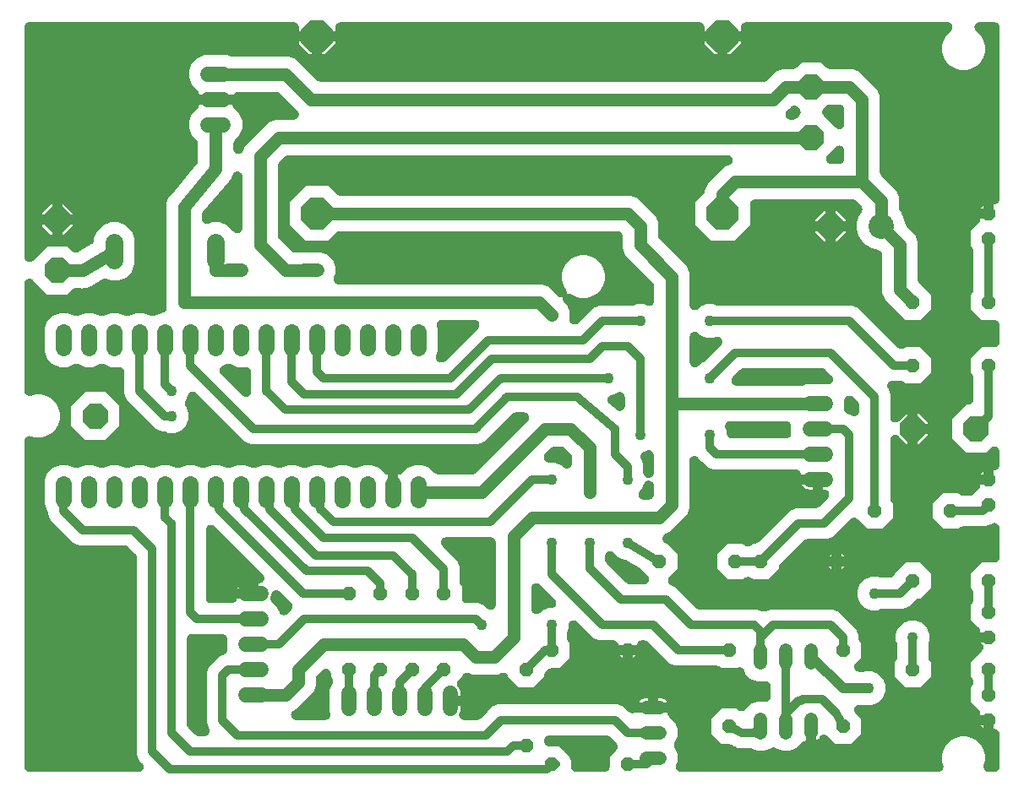
<source format=gbl>
G04 EAGLE Gerber X2 export*
G75*
%MOMM*%
%FSLAX34Y34*%
%LPD*%
%AMOC8*
5,1,8,0,0,1.08239X$1,22.5*%
G01*
%ADD10P,3.436588X8X22.500000*%
%ADD11P,2.749271X8X22.500000*%
%ADD12C,1.574800*%
%ADD13C,1.320800*%
%ADD14C,1.524000*%
%ADD15P,1.429621X8X292.500000*%
%ADD16P,1.429621X8X22.500000*%
%ADD17P,1.429621X8X202.500000*%
%ADD18P,1.429621X8X112.500000*%
%ADD19C,1.778000*%
%ADD20C,2.540000*%
%ADD21P,2.749271X8X202.500000*%
%ADD22C,0.812800*%
%ADD23C,1.300000*%
%ADD24C,1.270000*%
%ADD25C,1.100000*%
%ADD26C,1.016000*%

G36*
X126080Y36846D02*
X126080Y36846D01*
X126317Y36853D01*
X126398Y36866D01*
X126480Y36871D01*
X126712Y36915D01*
X126946Y36952D01*
X127025Y36975D01*
X127106Y36990D01*
X127331Y37063D01*
X127558Y37129D01*
X127634Y37161D01*
X127712Y37187D01*
X127927Y37288D01*
X128144Y37381D01*
X128214Y37423D01*
X128288Y37458D01*
X128489Y37585D01*
X128692Y37705D01*
X128757Y37755D01*
X128827Y37799D01*
X129009Y37950D01*
X129196Y38094D01*
X129255Y38152D01*
X129318Y38204D01*
X129480Y38377D01*
X129648Y38544D01*
X129698Y38609D01*
X129754Y38668D01*
X129894Y38860D01*
X130039Y39047D01*
X130081Y39117D01*
X130129Y39183D01*
X130244Y39391D01*
X130365Y39594D01*
X130398Y39670D01*
X130437Y39741D01*
X130525Y39961D01*
X130619Y40179D01*
X130642Y40257D01*
X130672Y40334D01*
X130732Y40563D01*
X130798Y40790D01*
X130811Y40871D01*
X130832Y40950D01*
X130862Y41185D01*
X130899Y41419D01*
X130902Y41501D01*
X130913Y41582D01*
X130913Y41819D01*
X130921Y42056D01*
X130914Y42137D01*
X130914Y42220D01*
X130885Y42454D01*
X130863Y42690D01*
X130845Y42770D01*
X130835Y42852D01*
X130777Y43081D01*
X130726Y43312D01*
X130698Y43390D01*
X130678Y43469D01*
X130591Y43689D01*
X130512Y43913D01*
X130475Y43986D01*
X130445Y44062D01*
X130331Y44270D01*
X130224Y44481D01*
X130179Y44549D01*
X130139Y44621D01*
X130001Y44813D01*
X129868Y45009D01*
X129815Y45070D01*
X129766Y45138D01*
X129589Y45327D01*
X129436Y45502D01*
X126564Y48373D01*
X124205Y54068D01*
X124205Y251828D01*
X124201Y251901D01*
X124203Y251974D01*
X124181Y252219D01*
X124165Y252464D01*
X124152Y252535D01*
X124145Y252608D01*
X124092Y252848D01*
X124046Y253090D01*
X124023Y253159D01*
X124008Y253230D01*
X123925Y253461D01*
X123849Y253696D01*
X123818Y253762D01*
X123794Y253831D01*
X123683Y254050D01*
X123578Y254272D01*
X123539Y254334D01*
X123506Y254399D01*
X123369Y254603D01*
X123237Y254811D01*
X123191Y254867D01*
X123150Y254927D01*
X122997Y255101D01*
X122832Y255302D01*
X122771Y255359D01*
X122718Y255420D01*
X115720Y262418D01*
X115665Y262466D01*
X115615Y262519D01*
X115426Y262677D01*
X115242Y262839D01*
X115181Y262880D01*
X115125Y262927D01*
X114918Y263059D01*
X114715Y263197D01*
X114650Y263230D01*
X114588Y263270D01*
X114366Y263375D01*
X114147Y263487D01*
X114079Y263511D01*
X114013Y263543D01*
X113779Y263619D01*
X113548Y263703D01*
X113477Y263719D01*
X113407Y263742D01*
X113166Y263788D01*
X112926Y263842D01*
X112853Y263849D01*
X112782Y263863D01*
X112551Y263878D01*
X112292Y263903D01*
X112208Y263900D01*
X112128Y263905D01*
X66768Y263905D01*
X61073Y266264D01*
X37664Y289673D01*
X35305Y295368D01*
X35305Y295716D01*
X35301Y295789D01*
X35303Y295862D01*
X35281Y296107D01*
X35265Y296352D01*
X35252Y296423D01*
X35245Y296496D01*
X35192Y296736D01*
X35146Y296978D01*
X35123Y297047D01*
X35108Y297118D01*
X35025Y297349D01*
X34949Y297584D01*
X34918Y297650D01*
X34894Y297718D01*
X34783Y297937D01*
X34678Y298160D01*
X34639Y298222D01*
X34606Y298287D01*
X34594Y298306D01*
X31495Y305786D01*
X31495Y329214D01*
X34434Y336309D01*
X39865Y341740D01*
X46960Y344679D01*
X54640Y344679D01*
X61556Y341814D01*
X61625Y341790D01*
X61692Y341760D01*
X61926Y341687D01*
X62159Y341607D01*
X62231Y341593D01*
X62300Y341571D01*
X62542Y341528D01*
X62783Y341478D01*
X62856Y341472D01*
X62928Y341460D01*
X63173Y341447D01*
X63418Y341428D01*
X63491Y341431D01*
X63564Y341428D01*
X63809Y341446D01*
X64054Y341458D01*
X64126Y341470D01*
X64199Y341476D01*
X64440Y341525D01*
X64682Y341567D01*
X64752Y341588D01*
X64824Y341603D01*
X65042Y341677D01*
X65291Y341754D01*
X65368Y341788D01*
X65444Y341814D01*
X72360Y344679D01*
X80040Y344679D01*
X86956Y341814D01*
X87025Y341790D01*
X87092Y341760D01*
X87326Y341687D01*
X87559Y341607D01*
X87631Y341593D01*
X87700Y341571D01*
X87942Y341528D01*
X88183Y341478D01*
X88256Y341472D01*
X88328Y341460D01*
X88572Y341447D01*
X88818Y341428D01*
X88891Y341431D01*
X88964Y341428D01*
X89209Y341446D01*
X89454Y341458D01*
X89526Y341470D01*
X89599Y341476D01*
X89840Y341525D01*
X90082Y341567D01*
X90152Y341588D01*
X90223Y341603D01*
X90442Y341677D01*
X90691Y341754D01*
X90768Y341788D01*
X90844Y341814D01*
X97760Y344679D01*
X105440Y344679D01*
X112356Y341814D01*
X112425Y341790D01*
X112492Y341760D01*
X112726Y341687D01*
X112959Y341607D01*
X113031Y341593D01*
X113100Y341571D01*
X113342Y341528D01*
X113583Y341478D01*
X113656Y341472D01*
X113728Y341460D01*
X113972Y341447D01*
X114218Y341428D01*
X114291Y341431D01*
X114364Y341428D01*
X114609Y341446D01*
X114854Y341458D01*
X114926Y341470D01*
X114999Y341476D01*
X115240Y341525D01*
X115482Y341567D01*
X115552Y341588D01*
X115623Y341603D01*
X115842Y341677D01*
X116091Y341754D01*
X116168Y341788D01*
X116244Y341814D01*
X123160Y344679D01*
X130840Y344679D01*
X137756Y341814D01*
X137825Y341790D01*
X137892Y341760D01*
X138126Y341687D01*
X138359Y341607D01*
X138431Y341593D01*
X138500Y341571D01*
X138742Y341528D01*
X138983Y341478D01*
X139056Y341472D01*
X139128Y341460D01*
X139372Y341447D01*
X139618Y341428D01*
X139691Y341431D01*
X139764Y341428D01*
X140009Y341446D01*
X140254Y341458D01*
X140326Y341470D01*
X140399Y341476D01*
X140640Y341525D01*
X140882Y341567D01*
X140952Y341588D01*
X141023Y341603D01*
X141242Y341677D01*
X141491Y341754D01*
X141568Y341788D01*
X141644Y341814D01*
X148560Y344679D01*
X156240Y344679D01*
X163156Y341814D01*
X163225Y341790D01*
X163292Y341760D01*
X163526Y341687D01*
X163759Y341607D01*
X163831Y341593D01*
X163900Y341571D01*
X164142Y341528D01*
X164383Y341478D01*
X164456Y341472D01*
X164528Y341460D01*
X164772Y341447D01*
X165018Y341428D01*
X165091Y341431D01*
X165164Y341428D01*
X165409Y341446D01*
X165654Y341458D01*
X165726Y341470D01*
X165799Y341476D01*
X166040Y341525D01*
X166282Y341567D01*
X166352Y341588D01*
X166423Y341603D01*
X166642Y341677D01*
X166891Y341754D01*
X166968Y341788D01*
X167044Y341814D01*
X173960Y344679D01*
X181640Y344679D01*
X188556Y341814D01*
X188625Y341790D01*
X188692Y341760D01*
X188926Y341687D01*
X189159Y341607D01*
X189231Y341593D01*
X189300Y341571D01*
X189542Y341528D01*
X189783Y341478D01*
X189856Y341472D01*
X189928Y341460D01*
X190172Y341447D01*
X190418Y341428D01*
X190491Y341431D01*
X190564Y341428D01*
X190809Y341446D01*
X191054Y341458D01*
X191126Y341470D01*
X191199Y341476D01*
X191440Y341525D01*
X191682Y341567D01*
X191752Y341588D01*
X191823Y341603D01*
X192042Y341677D01*
X192291Y341754D01*
X192368Y341788D01*
X192444Y341814D01*
X199360Y344679D01*
X207040Y344679D01*
X213956Y341814D01*
X214025Y341790D01*
X214092Y341760D01*
X214326Y341687D01*
X214559Y341607D01*
X214631Y341593D01*
X214700Y341571D01*
X214942Y341528D01*
X215183Y341478D01*
X215256Y341472D01*
X215328Y341460D01*
X215572Y341447D01*
X215818Y341428D01*
X215891Y341431D01*
X215964Y341428D01*
X216209Y341446D01*
X216454Y341458D01*
X216526Y341470D01*
X216599Y341476D01*
X216840Y341525D01*
X217082Y341567D01*
X217152Y341588D01*
X217223Y341603D01*
X217442Y341677D01*
X217691Y341754D01*
X217768Y341788D01*
X217844Y341814D01*
X224760Y344679D01*
X232440Y344679D01*
X239356Y341814D01*
X239425Y341790D01*
X239492Y341760D01*
X239726Y341687D01*
X239959Y341607D01*
X240031Y341593D01*
X240100Y341571D01*
X240342Y341528D01*
X240583Y341478D01*
X240656Y341472D01*
X240728Y341460D01*
X240972Y341447D01*
X241218Y341428D01*
X241291Y341431D01*
X241364Y341428D01*
X241609Y341446D01*
X241854Y341458D01*
X241926Y341470D01*
X241999Y341476D01*
X242240Y341525D01*
X242482Y341567D01*
X242552Y341588D01*
X242623Y341603D01*
X242842Y341677D01*
X243091Y341754D01*
X243168Y341788D01*
X243244Y341814D01*
X250160Y344679D01*
X257840Y344679D01*
X264756Y341814D01*
X264825Y341790D01*
X264892Y341760D01*
X265126Y341687D01*
X265359Y341607D01*
X265431Y341593D01*
X265500Y341571D01*
X265742Y341528D01*
X265983Y341478D01*
X266056Y341472D01*
X266128Y341460D01*
X266372Y341447D01*
X266618Y341428D01*
X266691Y341431D01*
X266764Y341428D01*
X267009Y341446D01*
X267254Y341458D01*
X267326Y341470D01*
X267399Y341476D01*
X267640Y341525D01*
X267882Y341567D01*
X267952Y341588D01*
X268023Y341603D01*
X268242Y341677D01*
X268491Y341754D01*
X268568Y341788D01*
X268644Y341814D01*
X275560Y344679D01*
X283240Y344679D01*
X290156Y341814D01*
X290225Y341790D01*
X290292Y341760D01*
X290526Y341687D01*
X290759Y341607D01*
X290831Y341593D01*
X290900Y341571D01*
X291142Y341528D01*
X291383Y341478D01*
X291456Y341472D01*
X291528Y341460D01*
X291772Y341447D01*
X292018Y341428D01*
X292091Y341431D01*
X292164Y341428D01*
X292409Y341446D01*
X292654Y341458D01*
X292726Y341470D01*
X292799Y341476D01*
X293040Y341525D01*
X293282Y341567D01*
X293352Y341588D01*
X293423Y341603D01*
X293642Y341677D01*
X293891Y341754D01*
X293968Y341788D01*
X294044Y341814D01*
X300960Y344679D01*
X308640Y344679D01*
X315556Y341814D01*
X315625Y341790D01*
X315692Y341760D01*
X315926Y341687D01*
X316159Y341607D01*
X316231Y341593D01*
X316300Y341571D01*
X316542Y341528D01*
X316783Y341478D01*
X316856Y341472D01*
X316928Y341460D01*
X317172Y341447D01*
X317418Y341428D01*
X317491Y341431D01*
X317564Y341428D01*
X317809Y341446D01*
X318054Y341458D01*
X318126Y341470D01*
X318199Y341476D01*
X318440Y341525D01*
X318682Y341567D01*
X318752Y341588D01*
X318823Y341603D01*
X319042Y341677D01*
X319291Y341754D01*
X319368Y341788D01*
X319444Y341814D01*
X326360Y344679D01*
X334040Y344679D01*
X340956Y341814D01*
X341025Y341790D01*
X341092Y341760D01*
X341326Y341687D01*
X341559Y341607D01*
X341631Y341593D01*
X341700Y341571D01*
X341942Y341528D01*
X342183Y341478D01*
X342256Y341472D01*
X342328Y341460D01*
X342572Y341447D01*
X342818Y341428D01*
X342891Y341431D01*
X342964Y341428D01*
X343209Y341446D01*
X343454Y341458D01*
X343526Y341470D01*
X343599Y341476D01*
X343840Y341525D01*
X344082Y341567D01*
X344152Y341588D01*
X344223Y341603D01*
X344442Y341677D01*
X344691Y341754D01*
X344768Y341788D01*
X344844Y341814D01*
X351760Y344679D01*
X359440Y344679D01*
X366535Y341740D01*
X371969Y336306D01*
X372144Y336152D01*
X372313Y335992D01*
X372382Y335941D01*
X372447Y335885D01*
X372639Y335754D01*
X372828Y335616D01*
X372903Y335575D01*
X372973Y335527D01*
X373181Y335421D01*
X373385Y335308D01*
X373465Y335276D01*
X373541Y335237D01*
X373760Y335158D01*
X373977Y335072D01*
X374060Y335050D01*
X374140Y335021D01*
X374368Y334970D01*
X374594Y334911D01*
X374678Y334900D01*
X374762Y334882D01*
X374994Y334860D01*
X375225Y334830D01*
X375311Y334829D01*
X375396Y334821D01*
X375629Y334828D01*
X375863Y334828D01*
X375921Y334835D01*
X375921Y317500D01*
X375930Y317346D01*
X375930Y317191D01*
X375950Y317028D01*
X375961Y316864D01*
X375989Y316713D01*
X376009Y316559D01*
X376049Y316399D01*
X376080Y316239D01*
X376128Y316091D01*
X376166Y315941D01*
X376226Y315789D01*
X376276Y315633D01*
X376342Y315492D01*
X376399Y315348D01*
X376478Y315204D01*
X376547Y315056D01*
X376630Y314925D01*
X376705Y314789D01*
X376801Y314656D01*
X376888Y314518D01*
X376987Y314398D01*
X377078Y314273D01*
X377190Y314153D01*
X377294Y314027D01*
X377407Y313920D01*
X377513Y313807D01*
X377639Y313702D01*
X377758Y313590D01*
X377884Y313499D01*
X378003Y313400D01*
X378141Y313311D01*
X378273Y313215D01*
X378409Y313140D01*
X378540Y313057D01*
X378688Y312986D01*
X378831Y312907D01*
X378975Y312850D01*
X379115Y312784D01*
X379271Y312732D01*
X379423Y312672D01*
X379573Y312633D01*
X379721Y312585D01*
X379881Y312554D01*
X380040Y312513D01*
X380194Y312493D01*
X380346Y312463D01*
X380505Y312453D01*
X380672Y312432D01*
X380841Y312431D01*
X381000Y312421D01*
X381155Y312431D01*
X381309Y312431D01*
X381310Y312431D01*
X381473Y312451D01*
X381636Y312461D01*
X381788Y312490D01*
X381942Y312509D01*
X382101Y312550D01*
X382262Y312580D01*
X382409Y312628D01*
X382559Y312666D01*
X382712Y312726D01*
X382868Y312777D01*
X383008Y312843D01*
X383152Y312900D01*
X383296Y312978D01*
X383445Y313048D01*
X383575Y313131D01*
X383711Y313205D01*
X383844Y313301D01*
X383983Y313389D01*
X384102Y313488D01*
X384228Y313578D01*
X384347Y313690D01*
X384474Y313795D01*
X384580Y313908D01*
X384693Y314013D01*
X384798Y314139D01*
X384911Y314259D01*
X385002Y314384D01*
X385101Y314503D01*
X385189Y314641D01*
X385286Y314774D01*
X385360Y314909D01*
X385444Y315040D01*
X385514Y315188D01*
X385593Y315332D01*
X385650Y315476D01*
X385717Y315616D01*
X385768Y315772D01*
X385829Y315924D01*
X385867Y316074D01*
X385916Y316221D01*
X385947Y316382D01*
X385988Y316541D01*
X386008Y316694D01*
X386037Y316846D01*
X386047Y317005D01*
X386069Y317173D01*
X386069Y317341D01*
X386079Y317500D01*
X386079Y334834D01*
X386119Y334829D01*
X386352Y334829D01*
X386585Y334821D01*
X386671Y334829D01*
X386756Y334828D01*
X386988Y334858D01*
X387220Y334879D01*
X387304Y334897D01*
X387389Y334908D01*
X387615Y334966D01*
X387842Y335016D01*
X387922Y335045D01*
X388006Y335066D01*
X388223Y335152D01*
X388442Y335230D01*
X388519Y335269D01*
X388598Y335300D01*
X388803Y335412D01*
X389011Y335517D01*
X389082Y335565D01*
X389157Y335607D01*
X389346Y335743D01*
X389539Y335874D01*
X389602Y335929D01*
X389673Y335980D01*
X389860Y336156D01*
X390031Y336306D01*
X395465Y341740D01*
X402560Y344679D01*
X410240Y344679D01*
X417335Y341740D01*
X422307Y336768D01*
X422361Y336720D01*
X422411Y336667D01*
X422600Y336509D01*
X422784Y336347D01*
X422845Y336306D01*
X422901Y336259D01*
X423108Y336127D01*
X423311Y335989D01*
X423376Y335956D01*
X423438Y335916D01*
X423660Y335811D01*
X423879Y335699D01*
X423948Y335675D01*
X424014Y335643D01*
X424247Y335567D01*
X424478Y335483D01*
X424549Y335467D01*
X424619Y335444D01*
X424860Y335398D01*
X425100Y335344D01*
X425173Y335337D01*
X425244Y335323D01*
X425476Y335308D01*
X425734Y335283D01*
X425818Y335286D01*
X425898Y335281D01*
X460431Y335281D01*
X460504Y335285D01*
X460577Y335283D01*
X460822Y335305D01*
X461067Y335321D01*
X461139Y335334D01*
X461211Y335341D01*
X461452Y335394D01*
X461693Y335440D01*
X461762Y335463D01*
X461834Y335478D01*
X462065Y335561D01*
X462299Y335637D01*
X462365Y335668D01*
X462434Y335692D01*
X462653Y335803D01*
X462875Y335908D01*
X462937Y335947D01*
X463002Y335980D01*
X463206Y336117D01*
X463414Y336249D01*
X463470Y336295D01*
X463530Y336336D01*
X463704Y336489D01*
X463905Y336654D01*
X463962Y336715D01*
X464023Y336768D01*
X515839Y388584D01*
X515995Y388762D01*
X516158Y388934D01*
X516206Y389001D01*
X516260Y389062D01*
X516393Y389258D01*
X516533Y389450D01*
X516572Y389521D01*
X516618Y389589D01*
X516726Y389801D01*
X516840Y390007D01*
X516870Y390084D01*
X516908Y390157D01*
X516988Y390380D01*
X517076Y390600D01*
X517096Y390679D01*
X517124Y390756D01*
X517176Y390987D01*
X517235Y391216D01*
X517245Y391298D01*
X517263Y391378D01*
X517286Y391613D01*
X517316Y391848D01*
X517316Y391931D01*
X517324Y392012D01*
X517317Y392248D01*
X517317Y392486D01*
X517307Y392567D01*
X517304Y392649D01*
X517268Y392883D01*
X517238Y393118D01*
X517218Y393197D01*
X517205Y393278D01*
X517140Y393506D01*
X517081Y393735D01*
X517051Y393811D01*
X517028Y393890D01*
X516935Y394108D01*
X516848Y394328D01*
X516809Y394400D01*
X516776Y394475D01*
X516656Y394679D01*
X516542Y394887D01*
X516494Y394954D01*
X516453Y395024D01*
X516308Y395212D01*
X516169Y395404D01*
X516113Y395463D01*
X516063Y395528D01*
X515896Y395696D01*
X515734Y395869D01*
X515671Y395922D01*
X515613Y395980D01*
X515426Y396125D01*
X515244Y396277D01*
X515175Y396321D01*
X515110Y396371D01*
X514907Y396492D01*
X514707Y396620D01*
X514633Y396655D01*
X514563Y396697D01*
X514346Y396791D01*
X514132Y396893D01*
X514054Y396918D01*
X513979Y396951D01*
X513751Y397018D01*
X513526Y397092D01*
X513446Y397107D01*
X513367Y397130D01*
X513133Y397168D01*
X512901Y397213D01*
X512821Y397218D01*
X512738Y397231D01*
X512478Y397240D01*
X512247Y397255D01*
X503822Y397255D01*
X503749Y397251D01*
X503676Y397253D01*
X503431Y397231D01*
X503186Y397215D01*
X503115Y397202D01*
X503042Y397195D01*
X502802Y397142D01*
X502560Y397096D01*
X502491Y397073D01*
X502420Y397058D01*
X502189Y396975D01*
X501954Y396899D01*
X501888Y396868D01*
X501819Y396844D01*
X501600Y396733D01*
X501378Y396628D01*
X501316Y396589D01*
X501251Y396556D01*
X501047Y396419D01*
X500839Y396287D01*
X500783Y396241D01*
X500723Y396200D01*
X500549Y396047D01*
X500348Y395882D01*
X500291Y395821D01*
X500230Y395768D01*
X472327Y367864D01*
X466632Y365505D01*
X238218Y365505D01*
X232523Y367864D01*
X227450Y372937D01*
X183684Y416703D01*
X183538Y416832D01*
X183397Y416969D01*
X183299Y417043D01*
X183206Y417124D01*
X183045Y417234D01*
X182888Y417352D01*
X182781Y417413D01*
X182680Y417482D01*
X182505Y417571D01*
X182335Y417669D01*
X182222Y417716D01*
X182112Y417772D01*
X181928Y417838D01*
X181747Y417914D01*
X181628Y417946D01*
X181513Y417988D01*
X181322Y418031D01*
X181133Y418083D01*
X181011Y418100D01*
X180891Y418127D01*
X180696Y418146D01*
X180502Y418174D01*
X180379Y418176D01*
X180257Y418188D01*
X180061Y418182D01*
X179865Y418185D01*
X179743Y418172D01*
X179620Y418168D01*
X179426Y418138D01*
X179232Y418117D01*
X179112Y418089D01*
X178990Y418069D01*
X178802Y418015D01*
X178612Y417970D01*
X178497Y417927D01*
X178378Y417892D01*
X178198Y417815D01*
X178015Y417746D01*
X177906Y417689D01*
X177793Y417640D01*
X177624Y417541D01*
X177451Y417450D01*
X177351Y417379D01*
X177244Y417317D01*
X177089Y417197D01*
X176929Y417085D01*
X176838Y417002D01*
X176740Y416927D01*
X176602Y416789D01*
X176456Y416657D01*
X176376Y416564D01*
X176289Y416477D01*
X176169Y416323D01*
X176041Y416174D01*
X175973Y416072D01*
X175898Y415975D01*
X175797Y415806D01*
X175689Y415643D01*
X175636Y415535D01*
X175572Y415427D01*
X175487Y415232D01*
X175400Y415055D01*
X173024Y409317D01*
X172982Y409263D01*
X172898Y409122D01*
X172806Y408987D01*
X172735Y408849D01*
X172656Y408716D01*
X172591Y408565D01*
X172516Y408420D01*
X172464Y408274D01*
X172402Y408131D01*
X172356Y407974D01*
X172300Y407820D01*
X172266Y407669D01*
X172223Y407520D01*
X172197Y407358D01*
X172161Y407199D01*
X172146Y407044D01*
X172121Y406891D01*
X172116Y406727D01*
X172100Y406564D01*
X172105Y406409D01*
X172100Y406254D01*
X172115Y406091D01*
X172120Y405927D01*
X172144Y405774D01*
X172158Y405620D01*
X172193Y405460D01*
X172219Y405298D01*
X172262Y405149D01*
X172295Y404998D01*
X172350Y404843D01*
X172396Y404686D01*
X172457Y404544D01*
X172509Y404397D01*
X172583Y404251D01*
X172648Y404101D01*
X172727Y403967D01*
X172796Y403829D01*
X172888Y403693D01*
X172971Y403552D01*
X173022Y403486D01*
X175681Y397068D01*
X175681Y390332D01*
X173103Y384109D01*
X168341Y379347D01*
X162118Y376769D01*
X155382Y376769D01*
X152849Y377819D01*
X152819Y377829D01*
X152790Y377843D01*
X152517Y377932D01*
X152246Y378025D01*
X152215Y378032D01*
X152184Y378042D01*
X151903Y378096D01*
X151622Y378154D01*
X151590Y378157D01*
X151559Y378163D01*
X151308Y378179D01*
X150987Y378205D01*
X150945Y378203D01*
X150905Y378205D01*
X149318Y378205D01*
X143623Y380564D01*
X138550Y385637D01*
X118937Y405250D01*
X115352Y408836D01*
X115174Y408992D01*
X115002Y409154D01*
X114935Y409203D01*
X114874Y409257D01*
X114678Y409390D01*
X114486Y409529D01*
X114415Y409569D01*
X114347Y409615D01*
X114136Y409723D01*
X114054Y409768D01*
X114047Y409796D01*
X113940Y410099D01*
X113858Y410337D01*
X111505Y416018D01*
X111505Y437642D01*
X111496Y437797D01*
X111496Y437952D01*
X111476Y438114D01*
X111465Y438278D01*
X111436Y438430D01*
X111417Y438584D01*
X111377Y438743D01*
X111346Y438904D01*
X111298Y439051D01*
X111260Y439201D01*
X111200Y439354D01*
X111149Y439510D01*
X111084Y439650D01*
X111027Y439794D01*
X110948Y439938D01*
X110878Y440086D01*
X110796Y440217D01*
X110721Y440353D01*
X110625Y440486D01*
X110537Y440625D01*
X110439Y440744D01*
X110348Y440870D01*
X110236Y440989D01*
X110132Y441116D01*
X110019Y441222D01*
X109913Y441335D01*
X109787Y441440D01*
X109668Y441552D01*
X109542Y441644D01*
X109423Y441743D01*
X109285Y441831D01*
X109153Y441927D01*
X109017Y442002D01*
X108886Y442086D01*
X108738Y442156D01*
X108595Y442235D01*
X108451Y442292D01*
X108311Y442359D01*
X108155Y442410D01*
X108002Y442470D01*
X107852Y442509D01*
X107705Y442558D01*
X107544Y442589D01*
X107386Y442630D01*
X107232Y442649D01*
X107080Y442679D01*
X106921Y442689D01*
X106754Y442711D01*
X106585Y442711D01*
X106426Y442721D01*
X97760Y442721D01*
X90844Y445586D01*
X90775Y445610D01*
X90708Y445640D01*
X90474Y445713D01*
X90241Y445793D01*
X90169Y445807D01*
X90100Y445829D01*
X89858Y445872D01*
X89617Y445922D01*
X89544Y445928D01*
X89473Y445940D01*
X89227Y445953D01*
X88982Y445972D01*
X88909Y445969D01*
X88836Y445972D01*
X88591Y445954D01*
X88346Y445942D01*
X88274Y445930D01*
X88201Y445924D01*
X87960Y445875D01*
X87718Y445833D01*
X87648Y445812D01*
X87577Y445797D01*
X87358Y445723D01*
X87109Y445646D01*
X87032Y445612D01*
X86956Y445586D01*
X80040Y442721D01*
X72360Y442721D01*
X65444Y445586D01*
X65375Y445610D01*
X65308Y445640D01*
X65074Y445713D01*
X64841Y445793D01*
X64769Y445807D01*
X64700Y445829D01*
X64458Y445872D01*
X64217Y445922D01*
X64144Y445928D01*
X64073Y445940D01*
X63827Y445953D01*
X63582Y445972D01*
X63509Y445969D01*
X63436Y445972D01*
X63191Y445954D01*
X62946Y445942D01*
X62874Y445930D01*
X62801Y445924D01*
X62560Y445875D01*
X62318Y445833D01*
X62248Y445812D01*
X62177Y445797D01*
X61958Y445723D01*
X61709Y445646D01*
X61632Y445612D01*
X61556Y445586D01*
X54640Y442721D01*
X46960Y442721D01*
X39865Y445660D01*
X34434Y451091D01*
X31495Y458186D01*
X31495Y481614D01*
X34434Y488709D01*
X39865Y494140D01*
X46960Y497079D01*
X54640Y497079D01*
X61556Y494214D01*
X61625Y494190D01*
X61692Y494160D01*
X61926Y494087D01*
X62159Y494007D01*
X62231Y493993D01*
X62300Y493971D01*
X62542Y493928D01*
X62783Y493878D01*
X62856Y493872D01*
X62928Y493860D01*
X63173Y493847D01*
X63418Y493828D01*
X63491Y493831D01*
X63564Y493828D01*
X63809Y493846D01*
X64054Y493858D01*
X64126Y493870D01*
X64199Y493876D01*
X64440Y493925D01*
X64682Y493967D01*
X64752Y493988D01*
X64824Y494003D01*
X65042Y494077D01*
X65291Y494154D01*
X65368Y494188D01*
X65444Y494214D01*
X72360Y497079D01*
X80040Y497079D01*
X86956Y494214D01*
X87025Y494190D01*
X87092Y494160D01*
X87326Y494087D01*
X87559Y494007D01*
X87631Y493993D01*
X87700Y493971D01*
X87942Y493928D01*
X88183Y493878D01*
X88256Y493872D01*
X88328Y493860D01*
X88573Y493847D01*
X88818Y493828D01*
X88891Y493831D01*
X88964Y493828D01*
X89209Y493846D01*
X89454Y493858D01*
X89526Y493870D01*
X89599Y493876D01*
X89840Y493925D01*
X90082Y493967D01*
X90152Y493988D01*
X90224Y494003D01*
X90442Y494077D01*
X90691Y494154D01*
X90768Y494188D01*
X90844Y494214D01*
X97760Y497079D01*
X105440Y497079D01*
X112356Y494214D01*
X112425Y494190D01*
X112492Y494160D01*
X112726Y494087D01*
X112959Y494007D01*
X113031Y493993D01*
X113100Y493971D01*
X113342Y493928D01*
X113583Y493878D01*
X113656Y493872D01*
X113728Y493860D01*
X113973Y493847D01*
X114218Y493828D01*
X114291Y493831D01*
X114364Y493828D01*
X114609Y493846D01*
X114854Y493858D01*
X114926Y493870D01*
X114999Y493876D01*
X115240Y493925D01*
X115482Y493967D01*
X115552Y493988D01*
X115624Y494003D01*
X115842Y494077D01*
X116091Y494154D01*
X116168Y494188D01*
X116244Y494214D01*
X123160Y497079D01*
X130840Y497079D01*
X137756Y494214D01*
X137825Y494190D01*
X137892Y494160D01*
X138126Y494087D01*
X138359Y494007D01*
X138431Y493993D01*
X138500Y493971D01*
X138742Y493928D01*
X138983Y493878D01*
X139056Y493872D01*
X139128Y493860D01*
X139373Y493847D01*
X139618Y493828D01*
X139691Y493831D01*
X139764Y493828D01*
X140009Y493846D01*
X140254Y493858D01*
X140326Y493870D01*
X140399Y493876D01*
X140640Y493925D01*
X140882Y493967D01*
X140952Y493988D01*
X141024Y494003D01*
X141242Y494077D01*
X141491Y494154D01*
X141568Y494188D01*
X141644Y494214D01*
X148560Y497079D01*
X149126Y497079D01*
X149322Y497091D01*
X149518Y497094D01*
X149640Y497111D01*
X149762Y497119D01*
X149954Y497155D01*
X150149Y497183D01*
X150267Y497215D01*
X150388Y497238D01*
X150574Y497298D01*
X150763Y497350D01*
X150877Y497397D01*
X150994Y497435D01*
X151172Y497518D01*
X151353Y497593D01*
X151459Y497653D01*
X151571Y497706D01*
X151736Y497810D01*
X151907Y497907D01*
X152005Y497981D01*
X152109Y498047D01*
X152260Y498171D01*
X152417Y498289D01*
X152505Y498374D01*
X152600Y498452D01*
X152734Y498595D01*
X152875Y498731D01*
X152952Y498827D01*
X153037Y498916D01*
X153152Y499075D01*
X153275Y499227D01*
X153339Y499332D01*
X153412Y499431D01*
X153506Y499603D01*
X153609Y499770D01*
X153660Y499882D01*
X153719Y499989D01*
X153792Y500171D01*
X153873Y500350D01*
X153909Y500467D01*
X153955Y500582D01*
X154004Y500771D01*
X154062Y500958D01*
X154083Y501079D01*
X154114Y501198D01*
X154139Y501392D01*
X154173Y501586D01*
X154179Y501708D01*
X154195Y501830D01*
X154195Y502026D01*
X154205Y502222D01*
X154196Y502344D01*
X154196Y502468D01*
X154172Y502662D01*
X154157Y502857D01*
X154133Y502977D01*
X154118Y503100D01*
X154069Y503290D01*
X154030Y503482D01*
X153991Y503595D01*
X153960Y503717D01*
X153883Y503915D01*
X153819Y504102D01*
X153669Y504463D01*
X153669Y602213D01*
X153654Y602454D01*
X153648Y602673D01*
X153422Y605163D01*
X153439Y605218D01*
X153468Y605335D01*
X153506Y605449D01*
X153543Y605644D01*
X153590Y605837D01*
X153604Y605956D01*
X153627Y606075D01*
X153639Y606266D01*
X153663Y606470D01*
X153661Y606603D01*
X153669Y606729D01*
X153669Y606787D01*
X154626Y609096D01*
X154704Y609324D01*
X154783Y609529D01*
X155526Y611916D01*
X155563Y611960D01*
X155635Y612058D01*
X155713Y612149D01*
X155823Y612315D01*
X155940Y612474D01*
X155998Y612580D01*
X156065Y612681D01*
X156149Y612852D01*
X156249Y613032D01*
X156298Y613155D01*
X156354Y613269D01*
X156376Y613322D01*
X158144Y615089D01*
X158303Y615271D01*
X158454Y615429D01*
X184242Y646375D01*
X184338Y646505D01*
X184441Y646629D01*
X184525Y646762D01*
X184618Y646889D01*
X184697Y647030D01*
X184784Y647166D01*
X184851Y647308D01*
X184927Y647446D01*
X184987Y647596D01*
X185057Y647742D01*
X185106Y647891D01*
X185164Y648037D01*
X185205Y648194D01*
X185256Y648347D01*
X185286Y648502D01*
X185325Y648654D01*
X185346Y648814D01*
X185377Y648973D01*
X185387Y649125D01*
X185408Y649286D01*
X185409Y649461D01*
X185419Y649626D01*
X185419Y666915D01*
X185415Y666988D01*
X185417Y667061D01*
X185395Y667306D01*
X185379Y667551D01*
X185366Y667622D01*
X185359Y667695D01*
X185306Y667935D01*
X185260Y668177D01*
X185237Y668246D01*
X185222Y668317D01*
X185139Y668548D01*
X185063Y668783D01*
X185032Y668849D01*
X185008Y668918D01*
X184897Y669137D01*
X184792Y669359D01*
X184753Y669421D01*
X184720Y669486D01*
X184583Y669690D01*
X184451Y669898D01*
X184405Y669954D01*
X184364Y670014D01*
X184212Y670188D01*
X184046Y670389D01*
X183985Y670446D01*
X183932Y670507D01*
X179430Y675009D01*
X176529Y682011D01*
X176529Y689589D01*
X179430Y696591D01*
X184937Y702099D01*
X185091Y702274D01*
X185252Y702444D01*
X185302Y702513D01*
X185359Y702577D01*
X185490Y702770D01*
X185627Y702958D01*
X185669Y703033D01*
X185717Y703104D01*
X185823Y703312D01*
X185936Y703516D01*
X185968Y703595D01*
X186006Y703672D01*
X186085Y703891D01*
X186172Y704107D01*
X186194Y704190D01*
X186223Y704271D01*
X186274Y704498D01*
X186332Y704724D01*
X186343Y704809D01*
X186362Y704893D01*
X186384Y705125D01*
X186414Y705356D01*
X186414Y705442D01*
X186422Y705527D01*
X186415Y705760D01*
X186416Y705993D01*
X186406Y706078D01*
X186404Y706121D01*
X203200Y706121D01*
X219997Y706121D01*
X219996Y706096D01*
X219985Y706011D01*
X219985Y705778D01*
X219977Y705545D01*
X219985Y705460D01*
X219985Y705374D01*
X220014Y705143D01*
X220035Y704910D01*
X220054Y704827D01*
X220064Y704742D01*
X220122Y704516D01*
X220172Y704288D01*
X220201Y704208D01*
X220222Y704125D01*
X220308Y703908D01*
X220386Y703688D01*
X220425Y703612D01*
X220457Y703532D01*
X220569Y703328D01*
X220674Y703120D01*
X220722Y703049D01*
X220763Y702973D01*
X220900Y702784D01*
X221030Y702591D01*
X221086Y702528D01*
X221137Y702458D01*
X221312Y702271D01*
X221463Y702099D01*
X226970Y696591D01*
X229871Y689589D01*
X229871Y682011D01*
X226970Y675009D01*
X222468Y670507D01*
X222420Y670452D01*
X222367Y670402D01*
X222209Y670213D01*
X222047Y670029D01*
X222006Y669968D01*
X221959Y669912D01*
X221827Y669705D01*
X221689Y669502D01*
X221656Y669437D01*
X221616Y669375D01*
X221511Y669153D01*
X221399Y668934D01*
X221375Y668866D01*
X221343Y668800D01*
X221267Y668566D01*
X221183Y668335D01*
X221167Y668264D01*
X221144Y668194D01*
X221098Y667953D01*
X221044Y667713D01*
X221037Y667641D01*
X221023Y667569D01*
X221008Y667338D01*
X220983Y667079D01*
X220986Y666995D01*
X220981Y666915D01*
X220981Y661663D01*
X220998Y661386D01*
X221011Y661109D01*
X221018Y661068D01*
X221021Y661027D01*
X221073Y660754D01*
X221120Y660481D01*
X221132Y660442D01*
X221140Y660401D01*
X221226Y660137D01*
X221307Y659872D01*
X221324Y659834D01*
X221337Y659795D01*
X221455Y659544D01*
X221569Y659291D01*
X221590Y659256D01*
X221608Y659219D01*
X221756Y658984D01*
X221901Y658747D01*
X221927Y658715D01*
X221949Y658680D01*
X222126Y658466D01*
X222299Y658249D01*
X222328Y658221D01*
X222354Y658189D01*
X222557Y657999D01*
X222756Y657805D01*
X222788Y657781D01*
X222818Y657753D01*
X223043Y657589D01*
X223265Y657422D01*
X223300Y657402D01*
X223333Y657378D01*
X223576Y657244D01*
X223818Y657106D01*
X223856Y657090D01*
X223891Y657070D01*
X224149Y656968D01*
X224406Y656861D01*
X224445Y656850D01*
X224484Y656835D01*
X224752Y656765D01*
X225020Y656691D01*
X225061Y656686D01*
X225100Y656675D01*
X225377Y656640D01*
X225651Y656600D01*
X225691Y656600D01*
X225732Y656594D01*
X226010Y656594D01*
X226288Y656589D01*
X226329Y656593D01*
X226370Y656593D01*
X226645Y656627D01*
X226921Y656657D01*
X226961Y656667D01*
X227002Y656672D01*
X227271Y656740D01*
X227541Y656805D01*
X227580Y656819D01*
X227619Y656829D01*
X227878Y656931D01*
X228138Y657028D01*
X228174Y657047D01*
X228212Y657062D01*
X228457Y657196D01*
X228702Y657325D01*
X228735Y657348D01*
X228771Y657368D01*
X228997Y657531D01*
X229224Y657690D01*
X229254Y657717D01*
X229288Y657741D01*
X229491Y657931D01*
X229696Y658117D01*
X229723Y658148D01*
X229753Y658176D01*
X229931Y658390D01*
X230112Y658600D01*
X230134Y658634D01*
X230161Y658666D01*
X230310Y658900D01*
X230463Y659131D01*
X230481Y659168D01*
X230504Y659203D01*
X230642Y659494D01*
X230753Y659719D01*
X232576Y664122D01*
X256628Y688174D01*
X263163Y690881D01*
X281361Y690881D01*
X281597Y690896D01*
X281834Y690903D01*
X281915Y690916D01*
X281997Y690921D01*
X282229Y690965D01*
X282463Y691002D01*
X282542Y691025D01*
X282623Y691040D01*
X282848Y691113D01*
X283076Y691179D01*
X283151Y691211D01*
X283229Y691237D01*
X283443Y691337D01*
X283661Y691431D01*
X283731Y691473D01*
X283806Y691508D01*
X284005Y691634D01*
X284210Y691755D01*
X284275Y691805D01*
X284344Y691849D01*
X284526Y691999D01*
X284714Y692144D01*
X284772Y692202D01*
X284835Y692254D01*
X284997Y692427D01*
X285165Y692594D01*
X285215Y692659D01*
X285272Y692718D01*
X285411Y692910D01*
X285556Y693097D01*
X285598Y693167D01*
X285647Y693233D01*
X285761Y693441D01*
X285882Y693644D01*
X285915Y693719D01*
X285954Y693791D01*
X286042Y694012D01*
X286136Y694229D01*
X286159Y694307D01*
X286190Y694384D01*
X286249Y694613D01*
X286315Y694840D01*
X286328Y694921D01*
X286349Y695000D01*
X286379Y695235D01*
X286417Y695469D01*
X286419Y695551D01*
X286430Y695632D01*
X286430Y695869D01*
X286438Y696106D01*
X286431Y696187D01*
X286431Y696270D01*
X286402Y696505D01*
X286380Y696740D01*
X286362Y696820D01*
X286352Y696902D01*
X286294Y697132D01*
X286243Y697362D01*
X286215Y697440D01*
X286195Y697519D01*
X286108Y697740D01*
X286029Y697963D01*
X285992Y698036D01*
X285962Y698112D01*
X285848Y698321D01*
X285742Y698531D01*
X285696Y698599D01*
X285656Y698671D01*
X285517Y698863D01*
X285385Y699059D01*
X285332Y699120D01*
X285283Y699188D01*
X285105Y699378D01*
X284953Y699552D01*
X267173Y717332D01*
X267118Y717380D01*
X267068Y717433D01*
X266879Y717590D01*
X266695Y717753D01*
X266634Y717794D01*
X266578Y717841D01*
X266371Y717973D01*
X266168Y718111D01*
X266103Y718144D01*
X266041Y718184D01*
X265819Y718289D01*
X265600Y718401D01*
X265532Y718425D01*
X265466Y718457D01*
X265232Y718533D01*
X265001Y718617D01*
X264930Y718633D01*
X264860Y718656D01*
X264619Y718702D01*
X264379Y718756D01*
X264307Y718763D01*
X264235Y718777D01*
X264004Y718792D01*
X263745Y718817D01*
X263662Y718814D01*
X263581Y718819D01*
X225848Y718819D01*
X225613Y718805D01*
X225378Y718798D01*
X225295Y718785D01*
X225212Y718779D01*
X224981Y718735D01*
X224749Y718699D01*
X224668Y718676D01*
X224586Y718660D01*
X224362Y718588D01*
X224137Y718522D01*
X224060Y718489D01*
X223980Y718463D01*
X223767Y718363D01*
X223551Y718271D01*
X223479Y718228D01*
X223403Y718192D01*
X223205Y718067D01*
X223002Y717947D01*
X222936Y717896D01*
X222865Y717851D01*
X222684Y717702D01*
X222498Y717558D01*
X222439Y717499D01*
X222374Y717446D01*
X222213Y717274D01*
X222046Y717109D01*
X221995Y717043D01*
X221937Y716982D01*
X221799Y716791D01*
X221654Y716606D01*
X221612Y716534D01*
X221562Y716467D01*
X221459Y716279D01*
X203200Y716279D01*
X186403Y716279D01*
X186404Y716304D01*
X186415Y716389D01*
X186415Y716622D01*
X186423Y716855D01*
X186415Y716940D01*
X186415Y717026D01*
X186386Y717257D01*
X186365Y717490D01*
X186346Y717573D01*
X186336Y717658D01*
X186278Y717884D01*
X186228Y718112D01*
X186199Y718192D01*
X186178Y718275D01*
X186092Y718492D01*
X186014Y718712D01*
X185975Y718788D01*
X185943Y718868D01*
X185831Y719072D01*
X185726Y719280D01*
X185678Y719351D01*
X185637Y719427D01*
X185500Y719616D01*
X185370Y719809D01*
X185314Y719872D01*
X185263Y719942D01*
X185088Y720129D01*
X184937Y720301D01*
X179430Y725809D01*
X176529Y732811D01*
X176529Y740389D01*
X179430Y747391D01*
X184789Y752750D01*
X191791Y755651D01*
X214609Y755651D01*
X216742Y754767D01*
X216772Y754757D01*
X216801Y754743D01*
X217073Y754654D01*
X217345Y754561D01*
X217376Y754554D01*
X217407Y754544D01*
X217688Y754490D01*
X217969Y754432D01*
X218001Y754429D01*
X218032Y754423D01*
X218283Y754407D01*
X218604Y754381D01*
X218646Y754383D01*
X218686Y754381D01*
X276587Y754381D01*
X283122Y751674D01*
X304327Y730468D01*
X304382Y730420D01*
X304432Y730367D01*
X304621Y730209D01*
X304805Y730047D01*
X304866Y730006D01*
X304922Y729959D01*
X305129Y729827D01*
X305332Y729689D01*
X305397Y729656D01*
X305459Y729616D01*
X305681Y729511D01*
X305900Y729399D01*
X305968Y729375D01*
X306034Y729343D01*
X306268Y729267D01*
X306499Y729183D01*
X306570Y729167D01*
X306640Y729144D01*
X306881Y729098D01*
X307121Y729044D01*
X307193Y729037D01*
X307265Y729023D01*
X307496Y729008D01*
X307755Y728983D01*
X307838Y728986D01*
X307919Y728981D01*
X752531Y728981D01*
X752604Y728985D01*
X752677Y728983D01*
X752922Y729005D01*
X753167Y729021D01*
X753239Y729034D01*
X753311Y729041D01*
X753552Y729094D01*
X753793Y729140D01*
X753862Y729163D01*
X753934Y729178D01*
X754165Y729261D01*
X754399Y729337D01*
X754465Y729368D01*
X754534Y729392D01*
X754753Y729503D01*
X754975Y729608D01*
X755037Y729647D01*
X755102Y729680D01*
X755306Y729817D01*
X755514Y729949D01*
X755570Y729995D01*
X755630Y730036D01*
X755804Y730189D01*
X756005Y730354D01*
X756062Y730415D01*
X756123Y730468D01*
X764628Y738974D01*
X771163Y741681D01*
X781651Y741681D01*
X781724Y741685D01*
X781797Y741683D01*
X782042Y741705D01*
X782287Y741721D01*
X782358Y741734D01*
X782431Y741741D01*
X782671Y741794D01*
X782913Y741840D01*
X782982Y741863D01*
X783053Y741878D01*
X783284Y741961D01*
X783519Y742037D01*
X783585Y742068D01*
X783653Y742092D01*
X783872Y742203D01*
X784095Y742308D01*
X784157Y742347D01*
X784222Y742380D01*
X784426Y742517D01*
X784633Y742649D01*
X784690Y742695D01*
X784750Y742736D01*
X784924Y742888D01*
X785125Y743054D01*
X785182Y743115D01*
X785242Y743168D01*
X790105Y748031D01*
X810095Y748031D01*
X814958Y743168D01*
X815012Y743120D01*
X815062Y743067D01*
X815251Y742909D01*
X815435Y742747D01*
X815496Y742706D01*
X815552Y742659D01*
X815759Y742527D01*
X815962Y742389D01*
X816027Y742356D01*
X816089Y742316D01*
X816311Y742211D01*
X816530Y742099D01*
X816599Y742075D01*
X816665Y742043D01*
X816898Y741967D01*
X817129Y741883D01*
X817200Y741867D01*
X817270Y741844D01*
X817511Y741798D01*
X817751Y741744D01*
X817824Y741737D01*
X817895Y741723D01*
X818127Y741708D01*
X818385Y741683D01*
X818469Y741686D01*
X818549Y741681D01*
X841737Y741681D01*
X848272Y738974D01*
X860258Y726988D01*
X865974Y721272D01*
X868681Y714737D01*
X868681Y638119D01*
X868685Y638046D01*
X868683Y637973D01*
X868705Y637728D01*
X868721Y637483D01*
X868734Y637411D01*
X868741Y637339D01*
X868794Y637098D01*
X868840Y636857D01*
X868863Y636788D01*
X868878Y636716D01*
X868961Y636485D01*
X869037Y636251D01*
X869068Y636185D01*
X869092Y636116D01*
X869203Y635897D01*
X869308Y635675D01*
X869347Y635613D01*
X869380Y635548D01*
X869517Y635344D01*
X869649Y635136D01*
X869695Y635080D01*
X869736Y635020D01*
X869889Y634846D01*
X870054Y634645D01*
X870115Y634588D01*
X870168Y634527D01*
X885024Y619672D01*
X887731Y613137D01*
X887731Y602649D01*
X887735Y602576D01*
X887733Y602503D01*
X887755Y602258D01*
X887771Y602013D01*
X887784Y601942D01*
X887791Y601869D01*
X887844Y601629D01*
X887890Y601387D01*
X887913Y601318D01*
X887928Y601247D01*
X888011Y601015D01*
X888087Y600781D01*
X888118Y600715D01*
X888142Y600647D01*
X888253Y600428D01*
X888358Y600205D01*
X888397Y600143D01*
X888430Y600078D01*
X888567Y599874D01*
X888699Y599667D01*
X888745Y599610D01*
X888786Y599550D01*
X888939Y599376D01*
X889104Y599175D01*
X889165Y599118D01*
X889218Y599058D01*
X889259Y599017D01*
X892436Y593514D01*
X894081Y587377D01*
X894081Y587319D01*
X894085Y587246D01*
X894083Y587173D01*
X894105Y586928D01*
X894121Y586683D01*
X894134Y586611D01*
X894141Y586539D01*
X894194Y586298D01*
X894240Y586057D01*
X894262Y585988D01*
X894278Y585916D01*
X894361Y585685D01*
X894437Y585451D01*
X894468Y585385D01*
X894492Y585316D01*
X894603Y585097D01*
X894708Y584874D01*
X894747Y584813D01*
X894780Y584748D01*
X894917Y584544D01*
X895049Y584336D01*
X895095Y584280D01*
X895136Y584220D01*
X895289Y584046D01*
X895454Y583845D01*
X895515Y583788D01*
X895568Y583727D01*
X898358Y580938D01*
X904074Y575222D01*
X906781Y568687D01*
X906781Y530528D01*
X906785Y530455D01*
X906783Y530382D01*
X906805Y530137D01*
X906821Y529892D01*
X906834Y529821D01*
X906841Y529748D01*
X906894Y529508D01*
X906940Y529266D01*
X906963Y529197D01*
X906978Y529126D01*
X907061Y528895D01*
X907137Y528660D01*
X907168Y528594D01*
X907192Y528526D01*
X907303Y528306D01*
X907408Y528084D01*
X907447Y528022D01*
X907480Y527957D01*
X907617Y527753D01*
X907749Y527546D01*
X907795Y527489D01*
X907836Y527429D01*
X907989Y527255D01*
X908154Y527054D01*
X908215Y526997D01*
X908268Y526937D01*
X919735Y515470D01*
X919735Y500530D01*
X909170Y489965D01*
X894230Y489965D01*
X883103Y501092D01*
X883038Y501230D01*
X882999Y501291D01*
X882966Y501356D01*
X882829Y501560D01*
X882697Y501768D01*
X882651Y501824D01*
X882610Y501884D01*
X882457Y502058D01*
X882292Y502259D01*
X882231Y502316D01*
X882178Y502377D01*
X879642Y504912D01*
X873926Y510628D01*
X871219Y517163D01*
X871219Y554990D01*
X871210Y555142D01*
X871210Y555224D01*
X871210Y555225D01*
X871210Y555300D01*
X871190Y555462D01*
X871179Y555626D01*
X871150Y555778D01*
X871131Y555932D01*
X871091Y556091D01*
X871060Y556252D01*
X871012Y556399D01*
X870974Y556549D01*
X870914Y556702D01*
X870863Y556858D01*
X870798Y556998D01*
X870741Y557142D01*
X870662Y557286D01*
X870592Y557434D01*
X870510Y557565D01*
X870435Y557701D01*
X870339Y557834D01*
X870251Y557973D01*
X870153Y558092D01*
X870062Y558218D01*
X869950Y558337D01*
X869846Y558464D01*
X869733Y558570D01*
X869627Y558683D01*
X869501Y558788D01*
X869382Y558900D01*
X869256Y558992D01*
X869137Y559091D01*
X868999Y559179D01*
X868867Y559275D01*
X868731Y559350D01*
X868600Y559434D01*
X868452Y559504D01*
X868309Y559583D01*
X868165Y559640D01*
X868025Y559707D01*
X867869Y559758D01*
X867716Y559818D01*
X867566Y559857D01*
X867419Y559906D01*
X867292Y559930D01*
X860636Y561714D01*
X855133Y564891D01*
X850641Y569383D01*
X847464Y574886D01*
X845819Y581023D01*
X845819Y587377D01*
X847464Y593514D01*
X850429Y598651D01*
X850486Y598765D01*
X850551Y598875D01*
X850628Y599050D01*
X850713Y599221D01*
X850755Y599342D01*
X850806Y599459D01*
X850859Y599643D01*
X850922Y599823D01*
X850949Y599948D01*
X850985Y600070D01*
X851015Y600259D01*
X851055Y600446D01*
X851066Y600573D01*
X851086Y600699D01*
X851093Y600891D01*
X851109Y601081D01*
X851103Y601209D01*
X851108Y601336D01*
X851090Y601527D01*
X851082Y601718D01*
X851061Y601844D01*
X851050Y601971D01*
X851008Y602158D01*
X850977Y602346D01*
X850940Y602468D01*
X850912Y602593D01*
X850848Y602773D01*
X850793Y602956D01*
X850741Y603073D01*
X850698Y603193D01*
X850612Y603364D01*
X850535Y603539D01*
X850469Y603648D01*
X850411Y603762D01*
X850304Y603920D01*
X850205Y604084D01*
X850126Y604184D01*
X850055Y604290D01*
X849933Y604429D01*
X849810Y604584D01*
X849710Y604682D01*
X849622Y604782D01*
X845023Y609382D01*
X844968Y609430D01*
X844918Y609483D01*
X844729Y609640D01*
X844545Y609803D01*
X844484Y609844D01*
X844428Y609891D01*
X844221Y610023D01*
X844018Y610161D01*
X843953Y610194D01*
X843891Y610234D01*
X843669Y610339D01*
X843450Y610451D01*
X843382Y610475D01*
X843316Y610507D01*
X843082Y610583D01*
X842851Y610667D01*
X842779Y610683D01*
X842710Y610706D01*
X842469Y610752D01*
X842229Y610806D01*
X842157Y610813D01*
X842085Y610827D01*
X841854Y610842D01*
X841595Y610867D01*
X841512Y610864D01*
X841431Y610869D01*
X743585Y610869D01*
X743430Y610860D01*
X743275Y610860D01*
X743113Y610840D01*
X742949Y610829D01*
X742797Y610800D01*
X742643Y610781D01*
X742484Y610741D01*
X742323Y610710D01*
X742176Y610662D01*
X742026Y610624D01*
X741873Y610564D01*
X741717Y610513D01*
X741577Y610448D01*
X741433Y610391D01*
X741289Y610312D01*
X741141Y610242D01*
X741010Y610160D01*
X740874Y610085D01*
X740741Y609989D01*
X740602Y609901D01*
X740483Y609803D01*
X740357Y609712D01*
X740238Y609600D01*
X740111Y609496D01*
X740005Y609383D01*
X739892Y609277D01*
X739787Y609151D01*
X739675Y609032D01*
X739583Y608906D01*
X739484Y608787D01*
X739396Y608649D01*
X739300Y608517D01*
X739225Y608381D01*
X739141Y608250D01*
X739071Y608102D01*
X738992Y607959D01*
X738935Y607815D01*
X738868Y607675D01*
X738817Y607519D01*
X738757Y607366D01*
X738718Y607216D01*
X738669Y607069D01*
X738638Y606908D01*
X738597Y606750D01*
X738578Y606596D01*
X738548Y606444D01*
X738538Y606285D01*
X738516Y606118D01*
X738516Y605949D01*
X738506Y605790D01*
X738506Y585590D01*
X722510Y569594D01*
X699890Y569594D01*
X683894Y585590D01*
X683894Y608210D01*
X691932Y616248D01*
X691980Y616302D01*
X692033Y616352D01*
X692191Y616541D01*
X692353Y616726D01*
X692394Y616786D01*
X692441Y616842D01*
X692573Y617049D01*
X692711Y617253D01*
X692744Y617317D01*
X692784Y617379D01*
X692889Y617601D01*
X693001Y617820D01*
X693025Y617889D01*
X693057Y617955D01*
X693133Y618188D01*
X693217Y618419D01*
X693233Y618491D01*
X693256Y618560D01*
X693302Y618801D01*
X693356Y619041D01*
X693363Y619114D01*
X693377Y619185D01*
X693392Y619417D01*
X693392Y619422D01*
X696126Y626022D01*
X713828Y643724D01*
X718231Y645547D01*
X718480Y645669D01*
X718731Y645788D01*
X718766Y645810D01*
X718803Y645828D01*
X719035Y645980D01*
X719270Y646129D01*
X719301Y646155D01*
X719335Y646177D01*
X719546Y646357D01*
X719761Y646534D01*
X719789Y646564D01*
X719820Y646591D01*
X720006Y646795D01*
X720197Y646998D01*
X720222Y647032D01*
X720249Y647062D01*
X720408Y647288D01*
X720572Y647514D01*
X720592Y647549D01*
X720616Y647583D01*
X720746Y647828D01*
X720880Y648071D01*
X720895Y648110D01*
X720914Y648146D01*
X721013Y648405D01*
X721115Y648664D01*
X721126Y648703D01*
X721140Y648742D01*
X721205Y649012D01*
X721275Y649280D01*
X721280Y649321D01*
X721290Y649361D01*
X721320Y649637D01*
X721356Y649912D01*
X721356Y649953D01*
X721360Y649994D01*
X721356Y650272D01*
X721357Y650550D01*
X721352Y650590D01*
X721351Y650631D01*
X721312Y650906D01*
X721278Y651182D01*
X721268Y651222D01*
X721262Y651262D01*
X721189Y651530D01*
X721121Y651799D01*
X721106Y651837D01*
X721095Y651877D01*
X720990Y652133D01*
X720888Y652392D01*
X720868Y652428D01*
X720852Y652466D01*
X720716Y652707D01*
X720582Y652951D01*
X720558Y652985D01*
X720538Y653020D01*
X720372Y653242D01*
X720209Y653468D01*
X720181Y653498D01*
X720156Y653530D01*
X719963Y653731D01*
X719774Y653933D01*
X719742Y653959D01*
X719714Y653989D01*
X719497Y654163D01*
X719284Y654341D01*
X719250Y654363D01*
X719218Y654388D01*
X718981Y654534D01*
X718747Y654684D01*
X718710Y654701D01*
X718675Y654723D01*
X718422Y654838D01*
X718172Y654957D01*
X718133Y654970D01*
X718095Y654986D01*
X717830Y655069D01*
X717566Y655156D01*
X717526Y655163D01*
X717487Y655176D01*
X717214Y655224D01*
X716941Y655277D01*
X716900Y655280D01*
X716859Y655287D01*
X716538Y655303D01*
X716287Y655319D01*
X276169Y655319D01*
X276096Y655315D01*
X276023Y655317D01*
X275778Y655295D01*
X275533Y655279D01*
X275461Y655266D01*
X275389Y655259D01*
X275148Y655206D01*
X274907Y655160D01*
X274838Y655137D01*
X274766Y655122D01*
X274535Y655039D01*
X274301Y654963D01*
X274235Y654932D01*
X274166Y654908D01*
X273947Y654797D01*
X273725Y654692D01*
X273663Y654653D01*
X273598Y654620D01*
X273394Y654483D01*
X273186Y654351D01*
X273130Y654305D01*
X273070Y654264D01*
X272896Y654111D01*
X272695Y653946D01*
X272638Y653885D01*
X272577Y653832D01*
X266918Y648173D01*
X266870Y648118D01*
X266817Y648068D01*
X266659Y647879D01*
X266497Y647695D01*
X266456Y647634D01*
X266409Y647578D01*
X266277Y647371D01*
X266139Y647168D01*
X266106Y647103D01*
X266066Y647041D01*
X265961Y646819D01*
X265849Y646600D01*
X265825Y646532D01*
X265793Y646466D01*
X265717Y646232D01*
X265633Y646001D01*
X265617Y645930D01*
X265594Y645860D01*
X265548Y645619D01*
X265494Y645379D01*
X265487Y645307D01*
X265473Y645235D01*
X265458Y645004D01*
X265433Y644745D01*
X265436Y644662D01*
X265431Y644581D01*
X265431Y574619D01*
X265435Y574546D01*
X265433Y574473D01*
X265455Y574228D01*
X265471Y573983D01*
X265484Y573911D01*
X265491Y573839D01*
X265544Y573598D01*
X265590Y573357D01*
X265613Y573288D01*
X265628Y573216D01*
X265711Y572985D01*
X265787Y572751D01*
X265818Y572685D01*
X265842Y572616D01*
X265953Y572397D01*
X266058Y572175D01*
X266097Y572113D01*
X266130Y572048D01*
X266267Y571844D01*
X266399Y571636D01*
X266445Y571580D01*
X266486Y571520D01*
X266639Y571346D01*
X266804Y571145D01*
X266865Y571088D01*
X266918Y571027D01*
X278927Y559018D01*
X278982Y558970D01*
X279032Y558917D01*
X279221Y558759D01*
X279405Y558597D01*
X279466Y558556D01*
X279522Y558509D01*
X279729Y558377D01*
X279932Y558239D01*
X279997Y558206D01*
X280059Y558166D01*
X280281Y558061D01*
X280500Y557949D01*
X280568Y557925D01*
X280634Y557893D01*
X280868Y557817D01*
X281099Y557733D01*
X281170Y557717D01*
X281240Y557694D01*
X281481Y557648D01*
X281721Y557594D01*
X281793Y557587D01*
X281865Y557573D01*
X282096Y557558D01*
X282355Y557533D01*
X282438Y557536D01*
X282519Y557531D01*
X286635Y557531D01*
X286667Y557533D01*
X286699Y557531D01*
X286985Y557553D01*
X287271Y557571D01*
X287303Y557577D01*
X287334Y557579D01*
X287615Y557636D01*
X287897Y557690D01*
X287927Y557700D01*
X287959Y557706D01*
X288189Y557785D01*
X308641Y557785D01*
X315270Y555039D01*
X320343Y549966D01*
X323089Y543337D01*
X323089Y536163D01*
X321697Y532804D01*
X321634Y532619D01*
X321562Y532436D01*
X321531Y532317D01*
X321491Y532201D01*
X321451Y532009D01*
X321402Y531820D01*
X321387Y531698D01*
X321362Y531577D01*
X321346Y531382D01*
X321321Y531188D01*
X321321Y531064D01*
X321311Y530942D01*
X321321Y530746D01*
X321320Y530550D01*
X321335Y530428D01*
X321341Y530306D01*
X321375Y530113D01*
X321399Y529918D01*
X321429Y529799D01*
X321450Y529678D01*
X321508Y529491D01*
X321556Y529301D01*
X321601Y529186D01*
X321637Y529069D01*
X321718Y528890D01*
X321789Y528708D01*
X321848Y528600D01*
X321899Y528488D01*
X322001Y528321D01*
X322095Y528149D01*
X322167Y528049D01*
X322231Y527944D01*
X322353Y527791D01*
X322468Y527632D01*
X322552Y527543D01*
X322629Y527446D01*
X322769Y527310D01*
X322903Y527167D01*
X322998Y527088D01*
X323086Y527002D01*
X323242Y526885D01*
X323393Y526759D01*
X323496Y526693D01*
X323595Y526619D01*
X323765Y526522D01*
X323930Y526416D01*
X324041Y526364D01*
X324148Y526303D01*
X324328Y526227D01*
X324505Y526143D01*
X324622Y526105D01*
X324736Y526058D01*
X324925Y526006D01*
X325111Y525944D01*
X325231Y525921D01*
X325350Y525888D01*
X325544Y525860D01*
X325736Y525823D01*
X325856Y525815D01*
X325981Y525797D01*
X326193Y525793D01*
X326390Y525781D01*
X530587Y525781D01*
X537122Y523074D01*
X542838Y517358D01*
X546300Y513896D01*
X546517Y513704D01*
X546734Y513509D01*
X546757Y513493D01*
X546777Y513475D01*
X547017Y513312D01*
X547257Y513145D01*
X547282Y513132D01*
X547304Y513117D01*
X547564Y512984D01*
X547822Y512849D01*
X547847Y512840D01*
X547872Y512827D01*
X548147Y512728D01*
X548419Y512627D01*
X548446Y512620D01*
X548471Y512611D01*
X548755Y512547D01*
X549039Y512480D01*
X549066Y512478D01*
X549093Y512472D01*
X549382Y512444D01*
X549673Y512413D01*
X549700Y512414D01*
X549727Y512411D01*
X550018Y512420D01*
X550310Y512426D01*
X550337Y512430D01*
X550364Y512431D01*
X550652Y512476D01*
X550940Y512518D01*
X550966Y512525D01*
X550993Y512530D01*
X551124Y512567D01*
X551081Y512280D01*
X551034Y511992D01*
X551033Y511965D01*
X551029Y511938D01*
X551023Y511648D01*
X551013Y511355D01*
X551015Y511328D01*
X551014Y511301D01*
X551044Y511012D01*
X551071Y510721D01*
X551077Y510694D01*
X551079Y510667D01*
X551145Y510383D01*
X551208Y510099D01*
X551217Y510073D01*
X551223Y510046D01*
X551324Y509773D01*
X551422Y509499D01*
X551434Y509474D01*
X551444Y509449D01*
X551577Y509191D01*
X551709Y508930D01*
X551725Y508907D01*
X551737Y508883D01*
X551902Y508645D01*
X552066Y508402D01*
X552084Y508382D01*
X552099Y508359D01*
X552338Y508092D01*
X552498Y507910D01*
X554951Y505457D01*
X557681Y498867D01*
X557681Y491479D01*
X557669Y491434D01*
X557653Y491312D01*
X557628Y491191D01*
X557613Y490996D01*
X557588Y490802D01*
X557588Y490679D01*
X557578Y490556D01*
X557587Y490360D01*
X557587Y490164D01*
X557602Y490042D01*
X557608Y489920D01*
X557641Y489727D01*
X557666Y489532D01*
X557696Y489413D01*
X557717Y489292D01*
X557775Y489105D01*
X557823Y488915D01*
X557868Y488800D01*
X557904Y488683D01*
X557984Y488504D01*
X558056Y488322D01*
X558115Y488214D01*
X558166Y488102D01*
X558268Y487935D01*
X558362Y487763D01*
X558434Y487663D01*
X558498Y487558D01*
X558620Y487405D01*
X558735Y487246D01*
X558819Y487157D01*
X558896Y487060D01*
X559036Y486924D01*
X559170Y486781D01*
X559264Y486702D01*
X559353Y486616D01*
X559509Y486499D01*
X559660Y486373D01*
X559763Y486307D01*
X559861Y486233D01*
X560031Y486136D01*
X560197Y486030D01*
X560308Y485978D01*
X560414Y485917D01*
X560595Y485841D01*
X560772Y485757D01*
X560889Y485719D01*
X561003Y485672D01*
X561191Y485620D01*
X561378Y485558D01*
X561498Y485535D01*
X561617Y485502D01*
X561810Y485474D01*
X562003Y485437D01*
X562123Y485429D01*
X562247Y485411D01*
X562460Y485407D01*
X562657Y485395D01*
X562978Y485395D01*
X563051Y485399D01*
X563124Y485397D01*
X563369Y485419D01*
X563614Y485435D01*
X563685Y485448D01*
X563758Y485455D01*
X563998Y485508D01*
X564240Y485554D01*
X564309Y485577D01*
X564380Y485592D01*
X564611Y485675D01*
X564846Y485751D01*
X564912Y485782D01*
X564981Y485806D01*
X565200Y485917D01*
X565422Y486022D01*
X565484Y486061D01*
X565549Y486094D01*
X565753Y486231D01*
X565961Y486363D01*
X566017Y486409D01*
X566077Y486450D01*
X566251Y486603D01*
X566452Y486768D01*
X566509Y486829D01*
X566570Y486882D01*
X581773Y502086D01*
X587468Y504445D01*
X620805Y504445D01*
X620837Y504447D01*
X620869Y504445D01*
X621155Y504467D01*
X621441Y504485D01*
X621472Y504491D01*
X621504Y504493D01*
X621786Y504550D01*
X622067Y504604D01*
X622097Y504614D01*
X622129Y504620D01*
X622366Y504701D01*
X622673Y504801D01*
X622711Y504818D01*
X622749Y504831D01*
X625282Y505881D01*
X632018Y505881D01*
X635596Y504398D01*
X635782Y504335D01*
X635964Y504263D01*
X636083Y504232D01*
X636199Y504192D01*
X636391Y504152D01*
X636580Y504103D01*
X636703Y504088D01*
X636823Y504063D01*
X637018Y504047D01*
X637212Y504022D01*
X637336Y504022D01*
X637458Y504012D01*
X637654Y504022D01*
X637850Y504021D01*
X637972Y504036D01*
X638095Y504042D01*
X638287Y504076D01*
X638482Y504100D01*
X638601Y504130D01*
X638722Y504151D01*
X638909Y504209D01*
X639099Y504257D01*
X639214Y504302D01*
X639331Y504338D01*
X639510Y504418D01*
X639692Y504490D01*
X639800Y504549D01*
X639912Y504600D01*
X640079Y504702D01*
X640251Y504796D01*
X640351Y504868D01*
X640456Y504932D01*
X640609Y505054D01*
X640768Y505169D01*
X640858Y505253D01*
X640954Y505330D01*
X641090Y505470D01*
X641233Y505604D01*
X641312Y505699D01*
X641398Y505787D01*
X641516Y505944D01*
X641641Y506094D01*
X641707Y506197D01*
X641781Y506296D01*
X641878Y506466D01*
X641984Y506631D01*
X642036Y506742D01*
X642097Y506849D01*
X642173Y507029D01*
X642257Y507206D01*
X642295Y507324D01*
X642342Y507437D01*
X642394Y507626D01*
X642456Y507812D01*
X642479Y507932D01*
X642512Y508051D01*
X642540Y508245D01*
X642577Y508437D01*
X642585Y508557D01*
X642603Y508682D01*
X642606Y508850D01*
X642609Y508873D01*
X642609Y508929D01*
X642619Y509091D01*
X642619Y523931D01*
X642615Y524004D01*
X642617Y524077D01*
X642595Y524322D01*
X642579Y524567D01*
X642566Y524639D01*
X642559Y524711D01*
X642506Y524952D01*
X642460Y525193D01*
X642437Y525262D01*
X642422Y525334D01*
X642339Y525565D01*
X642263Y525799D01*
X642232Y525865D01*
X642208Y525934D01*
X642097Y526153D01*
X641992Y526375D01*
X641953Y526437D01*
X641920Y526502D01*
X641783Y526706D01*
X641651Y526914D01*
X641605Y526970D01*
X641564Y527030D01*
X641411Y527204D01*
X641246Y527405D01*
X641185Y527462D01*
X641132Y527523D01*
X613576Y555078D01*
X610869Y561613D01*
X610869Y574040D01*
X610860Y574195D01*
X610860Y574350D01*
X610840Y574512D01*
X610829Y574676D01*
X610800Y574828D01*
X610781Y574982D01*
X610741Y575141D01*
X610710Y575302D01*
X610662Y575449D01*
X610624Y575599D01*
X610564Y575752D01*
X610513Y575908D01*
X610448Y576048D01*
X610391Y576192D01*
X610312Y576336D01*
X610242Y576484D01*
X610160Y576615D01*
X610085Y576751D01*
X609989Y576884D01*
X609901Y577023D01*
X609803Y577142D01*
X609712Y577268D01*
X609600Y577387D01*
X609496Y577514D01*
X609383Y577620D01*
X609277Y577733D01*
X609151Y577838D01*
X609032Y577950D01*
X608906Y578042D01*
X608787Y578141D01*
X608649Y578229D01*
X608517Y578325D01*
X608381Y578400D01*
X608250Y578484D01*
X608102Y578554D01*
X607959Y578633D01*
X607815Y578690D01*
X607675Y578757D01*
X607519Y578808D01*
X607366Y578868D01*
X607216Y578907D01*
X607069Y578956D01*
X606908Y578987D01*
X606750Y579028D01*
X606596Y579047D01*
X606444Y579077D01*
X606285Y579087D01*
X606118Y579109D01*
X605949Y579109D01*
X605790Y579119D01*
X327739Y579119D01*
X327666Y579115D01*
X327593Y579117D01*
X327348Y579095D01*
X327103Y579079D01*
X327032Y579066D01*
X326959Y579059D01*
X326719Y579006D01*
X326478Y578960D01*
X326408Y578937D01*
X326337Y578922D01*
X326106Y578839D01*
X325871Y578763D01*
X325805Y578732D01*
X325737Y578708D01*
X325517Y578597D01*
X325295Y578492D01*
X325233Y578453D01*
X325168Y578420D01*
X324965Y578283D01*
X324757Y578151D01*
X324700Y578105D01*
X324640Y578064D01*
X324466Y577911D01*
X324265Y577746D01*
X324208Y577685D01*
X324148Y577632D01*
X316110Y569594D01*
X293490Y569594D01*
X277494Y585590D01*
X277494Y608210D01*
X293490Y624206D01*
X316110Y624206D01*
X324148Y616168D01*
X324202Y616120D01*
X324252Y616067D01*
X324442Y615909D01*
X324626Y615747D01*
X324686Y615706D01*
X324742Y615659D01*
X324949Y615527D01*
X325152Y615389D01*
X325218Y615356D01*
X325279Y615316D01*
X325501Y615211D01*
X325720Y615099D01*
X325788Y615075D01*
X325855Y615043D01*
X326089Y614966D01*
X326319Y614883D01*
X326391Y614867D01*
X326460Y614844D01*
X326701Y614798D01*
X326941Y614744D01*
X327014Y614737D01*
X327085Y614723D01*
X327317Y614708D01*
X327575Y614683D01*
X327659Y614686D01*
X327739Y614681D01*
X619487Y614681D01*
X626022Y611974D01*
X643724Y594272D01*
X646431Y587737D01*
X646431Y574619D01*
X646435Y574546D01*
X646433Y574473D01*
X646455Y574228D01*
X646471Y573983D01*
X646484Y573911D01*
X646491Y573839D01*
X646544Y573598D01*
X646590Y573357D01*
X646613Y573288D01*
X646628Y573216D01*
X646711Y572985D01*
X646787Y572751D01*
X646818Y572685D01*
X646842Y572616D01*
X646953Y572397D01*
X647058Y572175D01*
X647097Y572113D01*
X647130Y572048D01*
X647267Y571844D01*
X647399Y571636D01*
X647445Y571580D01*
X647486Y571520D01*
X647639Y571346D01*
X647804Y571145D01*
X647865Y571088D01*
X647918Y571027D01*
X675474Y543472D01*
X678181Y536937D01*
X678181Y504837D01*
X678196Y504601D01*
X678203Y504364D01*
X678216Y504283D01*
X678221Y504201D01*
X678265Y503969D01*
X678302Y503734D01*
X678325Y503655D01*
X678340Y503575D01*
X678413Y503350D01*
X678479Y503122D01*
X678511Y503047D01*
X678537Y502969D01*
X678637Y502754D01*
X678731Y502537D01*
X678773Y502467D01*
X678808Y502392D01*
X678935Y502192D01*
X679055Y501988D01*
X679105Y501924D01*
X679149Y501854D01*
X679300Y501671D01*
X679444Y501484D01*
X679502Y501426D01*
X679554Y501363D01*
X679727Y501200D01*
X679894Y501033D01*
X679959Y500983D01*
X680018Y500926D01*
X680210Y500787D01*
X680397Y500642D01*
X680467Y500600D01*
X680533Y500551D01*
X680741Y500437D01*
X680944Y500316D01*
X681020Y500283D01*
X681091Y500244D01*
X681311Y500156D01*
X681529Y500062D01*
X681607Y500039D01*
X681684Y500008D01*
X681913Y499949D01*
X682140Y499883D01*
X682221Y499870D01*
X682300Y499849D01*
X682535Y499819D01*
X682769Y499781D01*
X682851Y499779D01*
X682932Y499768D01*
X683169Y499768D01*
X683406Y499760D01*
X683487Y499767D01*
X683570Y499767D01*
X683804Y499796D01*
X684040Y499818D01*
X684120Y499835D01*
X684202Y499846D01*
X684431Y499904D01*
X684662Y499955D01*
X684740Y499983D01*
X684819Y500003D01*
X685040Y500089D01*
X685263Y500169D01*
X685336Y500206D01*
X685412Y500236D01*
X685620Y500350D01*
X685831Y500456D01*
X685899Y500502D01*
X685971Y500542D01*
X686163Y500681D01*
X686359Y500813D01*
X686420Y500866D01*
X686488Y500915D01*
X686678Y501092D01*
X686852Y501245D01*
X688910Y503303D01*
X695132Y505881D01*
X701868Y505881D01*
X704401Y504831D01*
X704431Y504821D01*
X704460Y504807D01*
X704733Y504718D01*
X705004Y504625D01*
X705035Y504618D01*
X705066Y504608D01*
X705347Y504554D01*
X705628Y504496D01*
X705660Y504493D01*
X705691Y504487D01*
X705942Y504471D01*
X706263Y504445D01*
X706305Y504447D01*
X706345Y504445D01*
X841282Y504445D01*
X846977Y502086D01*
X886787Y462275D01*
X886904Y462173D01*
X887013Y462063D01*
X887142Y461963D01*
X887265Y461854D01*
X887393Y461767D01*
X887516Y461672D01*
X887657Y461588D01*
X887792Y461496D01*
X887930Y461425D01*
X888063Y461346D01*
X888213Y461281D01*
X888360Y461206D01*
X888506Y461154D01*
X888648Y461092D01*
X888805Y461046D01*
X888959Y460990D01*
X889110Y460956D01*
X889259Y460913D01*
X889421Y460887D01*
X889581Y460851D01*
X889735Y460836D01*
X889888Y460812D01*
X890052Y460806D01*
X890215Y460790D01*
X890370Y460795D01*
X890525Y460790D01*
X890688Y460805D01*
X890852Y460810D01*
X891005Y460834D01*
X891159Y460848D01*
X891319Y460883D01*
X891481Y460909D01*
X891630Y460952D01*
X891781Y460985D01*
X891936Y461040D01*
X892093Y461086D01*
X892236Y461147D01*
X892382Y461199D01*
X892528Y461273D01*
X892678Y461338D01*
X892812Y461417D01*
X892950Y461487D01*
X893086Y461578D01*
X893227Y461662D01*
X893350Y461757D01*
X893478Y461843D01*
X893598Y461948D01*
X893731Y462051D01*
X893851Y462170D01*
X893971Y462276D01*
X894230Y462535D01*
X909170Y462535D01*
X919735Y451970D01*
X919735Y437030D01*
X909170Y426465D01*
X894230Y426465D01*
X893177Y427518D01*
X893123Y427566D01*
X893073Y427619D01*
X892884Y427777D01*
X892700Y427939D01*
X892639Y427980D01*
X892583Y428027D01*
X892376Y428159D01*
X892173Y428297D01*
X892108Y428330D01*
X892046Y428370D01*
X891824Y428475D01*
X891605Y428587D01*
X891536Y428611D01*
X891471Y428643D01*
X891237Y428719D01*
X891006Y428803D01*
X890935Y428819D01*
X890865Y428842D01*
X890624Y428888D01*
X890384Y428942D01*
X890311Y428949D01*
X890240Y428963D01*
X890008Y428978D01*
X889750Y429003D01*
X889666Y429000D01*
X889586Y429005D01*
X881240Y429005D01*
X881045Y428993D01*
X880849Y428990D01*
X880727Y428973D01*
X880604Y428965D01*
X880412Y428929D01*
X880218Y428901D01*
X880099Y428869D01*
X879978Y428846D01*
X879792Y428786D01*
X879603Y428734D01*
X879489Y428687D01*
X879372Y428649D01*
X879195Y428566D01*
X879014Y428491D01*
X878907Y428431D01*
X878795Y428378D01*
X878630Y428274D01*
X878460Y428177D01*
X878361Y428103D01*
X878257Y428037D01*
X878106Y427913D01*
X877949Y427795D01*
X877861Y427710D01*
X877766Y427632D01*
X877632Y427489D01*
X877491Y427353D01*
X877414Y427257D01*
X877329Y427168D01*
X877214Y427009D01*
X877091Y426857D01*
X877027Y426752D01*
X876954Y426653D01*
X876860Y426481D01*
X876757Y426314D01*
X876706Y426202D01*
X876647Y426095D01*
X876574Y425913D01*
X876493Y425734D01*
X876457Y425617D01*
X876411Y425502D01*
X876362Y425313D01*
X876304Y425126D01*
X876283Y425005D01*
X876252Y424886D01*
X876227Y424691D01*
X876193Y424499D01*
X876187Y424376D01*
X876171Y424254D01*
X876171Y424057D01*
X876161Y423862D01*
X876170Y423740D01*
X876170Y423616D01*
X876194Y423422D01*
X876209Y423227D01*
X876233Y423106D01*
X876249Y422984D01*
X876297Y422794D01*
X876336Y422603D01*
X876375Y422489D01*
X876406Y422367D01*
X876484Y422169D01*
X876547Y421982D01*
X879095Y415832D01*
X879095Y392211D01*
X879110Y391975D01*
X879117Y391738D01*
X879130Y391657D01*
X879135Y391575D01*
X879179Y391343D01*
X879216Y391108D01*
X879239Y391030D01*
X879254Y390949D01*
X879327Y390724D01*
X879393Y390496D01*
X879425Y390421D01*
X879451Y390343D01*
X879551Y390128D01*
X879645Y389911D01*
X879687Y389841D01*
X879722Y389766D01*
X879848Y389566D01*
X879969Y389362D01*
X880019Y389298D01*
X880063Y389228D01*
X880214Y389045D01*
X880358Y388858D01*
X880416Y388800D01*
X880468Y388737D01*
X880641Y388575D01*
X880808Y388407D01*
X880873Y388356D01*
X880932Y388300D01*
X881124Y388161D01*
X881311Y388015D01*
X881381Y387974D01*
X881447Y387925D01*
X881655Y387811D01*
X881858Y387690D01*
X881934Y387657D01*
X882005Y387618D01*
X882225Y387530D01*
X882443Y387436D01*
X882521Y387413D01*
X882598Y387382D01*
X882827Y387323D01*
X883054Y387257D01*
X883135Y387243D01*
X883214Y387223D01*
X883449Y387193D01*
X883683Y387155D01*
X883765Y387152D01*
X883846Y387142D01*
X884083Y387142D01*
X884320Y387134D01*
X884401Y387141D01*
X884484Y387141D01*
X884719Y387170D01*
X884954Y387192D01*
X885034Y387209D01*
X885116Y387220D01*
X885346Y387278D01*
X885576Y387329D01*
X885654Y387356D01*
X885733Y387377D01*
X885954Y387463D01*
X886177Y387543D01*
X886250Y387580D01*
X886326Y387610D01*
X886534Y387724D01*
X886745Y387830D01*
X886813Y387876D01*
X886885Y387916D01*
X887077Y388054D01*
X887273Y388187D01*
X887334Y388240D01*
X887402Y388289D01*
X887592Y388466D01*
X887766Y388619D01*
X895387Y396241D01*
X896621Y396241D01*
X896621Y381000D01*
X896621Y365759D01*
X895387Y365759D01*
X887766Y373381D01*
X887588Y373537D01*
X887416Y373700D01*
X887349Y373748D01*
X887288Y373802D01*
X887092Y373935D01*
X886900Y374075D01*
X886829Y374114D01*
X886761Y374160D01*
X886550Y374268D01*
X886343Y374382D01*
X886266Y374413D01*
X886193Y374450D01*
X885971Y374530D01*
X885750Y374618D01*
X885671Y374638D01*
X885594Y374666D01*
X885363Y374718D01*
X885134Y374777D01*
X885052Y374787D01*
X884972Y374805D01*
X884737Y374828D01*
X884502Y374858D01*
X884419Y374858D01*
X884338Y374866D01*
X884102Y374859D01*
X883864Y374859D01*
X883783Y374849D01*
X883701Y374846D01*
X883467Y374810D01*
X883232Y374780D01*
X883153Y374760D01*
X883072Y374747D01*
X882844Y374682D01*
X882615Y374623D01*
X882539Y374593D01*
X882460Y374570D01*
X882242Y374477D01*
X882022Y374390D01*
X881950Y374351D01*
X881875Y374318D01*
X881671Y374198D01*
X881463Y374084D01*
X881396Y374036D01*
X881326Y373995D01*
X881138Y373850D01*
X880946Y373711D01*
X880886Y373655D01*
X880822Y373605D01*
X880654Y373438D01*
X880481Y373276D01*
X880428Y373213D01*
X880370Y373155D01*
X880225Y372969D01*
X880073Y372786D01*
X880029Y372717D01*
X879979Y372653D01*
X879858Y372449D01*
X879730Y372250D01*
X879695Y372175D01*
X879653Y372105D01*
X879559Y371888D01*
X879457Y371674D01*
X879432Y371596D01*
X879399Y371521D01*
X879332Y371294D01*
X879258Y371069D01*
X879243Y370988D01*
X879220Y370909D01*
X879182Y370675D01*
X879137Y370443D01*
X879132Y370363D01*
X879119Y370280D01*
X879110Y370020D01*
X879095Y369789D01*
X879095Y310564D01*
X879099Y310491D01*
X879097Y310418D01*
X879119Y310173D01*
X879135Y309928D01*
X879148Y309857D01*
X879155Y309784D01*
X879208Y309543D01*
X879254Y309302D01*
X879276Y309233D01*
X879292Y309162D01*
X879375Y308930D01*
X879451Y308696D01*
X879482Y308630D01*
X879506Y308561D01*
X879617Y308342D01*
X879722Y308120D01*
X879761Y308058D01*
X879794Y307993D01*
X879931Y307789D01*
X880063Y307582D01*
X880109Y307525D01*
X880150Y307465D01*
X880303Y307291D01*
X880468Y307090D01*
X880529Y307033D01*
X880582Y306972D01*
X881635Y305920D01*
X881635Y290980D01*
X871070Y280415D01*
X856130Y280415D01*
X846346Y290200D01*
X846230Y290302D01*
X846120Y290412D01*
X845990Y290513D01*
X845868Y290621D01*
X845740Y290708D01*
X845617Y290803D01*
X845476Y290887D01*
X845341Y290979D01*
X845203Y291050D01*
X845070Y291129D01*
X844920Y291194D01*
X844773Y291269D01*
X844627Y291321D01*
X844485Y291383D01*
X844328Y291429D01*
X844174Y291485D01*
X844023Y291519D01*
X843874Y291562D01*
X843712Y291588D01*
X843552Y291624D01*
X843398Y291639D01*
X843245Y291663D01*
X843081Y291669D01*
X842918Y291685D01*
X842763Y291680D01*
X842608Y291685D01*
X842445Y291670D01*
X842281Y291665D01*
X842128Y291641D01*
X841974Y291627D01*
X841814Y291592D01*
X841652Y291566D01*
X841503Y291523D01*
X841352Y291490D01*
X841197Y291435D01*
X841040Y291389D01*
X840897Y291328D01*
X840751Y291276D01*
X840605Y291202D01*
X840454Y291137D01*
X840321Y291058D01*
X840183Y290988D01*
X840047Y290897D01*
X839906Y290813D01*
X839783Y290718D01*
X839655Y290632D01*
X839535Y290527D01*
X839402Y290424D01*
X839282Y290305D01*
X839162Y290200D01*
X821577Y272614D01*
X815882Y270255D01*
X795922Y270255D01*
X795849Y270251D01*
X795776Y270253D01*
X795531Y270231D01*
X795286Y270215D01*
X795215Y270202D01*
X795142Y270195D01*
X794902Y270142D01*
X794660Y270096D01*
X794591Y270073D01*
X794520Y270058D01*
X794289Y269975D01*
X794054Y269899D01*
X793988Y269868D01*
X793919Y269844D01*
X793700Y269733D01*
X793478Y269628D01*
X793416Y269589D01*
X793351Y269556D01*
X793147Y269419D01*
X792939Y269287D01*
X792883Y269241D01*
X792823Y269200D01*
X792649Y269047D01*
X792448Y268882D01*
X792391Y268821D01*
X792330Y268768D01*
X768822Y245260D01*
X768774Y245205D01*
X768721Y245155D01*
X768563Y244966D01*
X768401Y244782D01*
X768360Y244721D01*
X768313Y244665D01*
X768181Y244458D01*
X768043Y244255D01*
X768010Y244190D01*
X767970Y244128D01*
X767865Y243906D01*
X767753Y243687D01*
X767729Y243619D01*
X767697Y243553D01*
X767620Y243318D01*
X767537Y243088D01*
X767521Y243017D01*
X767498Y242947D01*
X767452Y242706D01*
X767398Y242466D01*
X767391Y242393D01*
X767377Y242322D01*
X767362Y242091D01*
X767337Y241832D01*
X767340Y241748D01*
X767335Y241668D01*
X767335Y240180D01*
X756770Y229615D01*
X741830Y229615D01*
X740777Y230668D01*
X740723Y230716D01*
X740673Y230769D01*
X740484Y230927D01*
X740300Y231089D01*
X740239Y231130D01*
X740183Y231177D01*
X739976Y231309D01*
X739773Y231447D01*
X739708Y231480D01*
X739646Y231520D01*
X739424Y231625D01*
X739205Y231737D01*
X739136Y231761D01*
X739071Y231793D01*
X738837Y231869D01*
X738606Y231953D01*
X738535Y231969D01*
X738465Y231992D01*
X738224Y232038D01*
X737984Y232092D01*
X737911Y232099D01*
X737840Y232113D01*
X737608Y232128D01*
X737350Y232153D01*
X737266Y232150D01*
X737186Y232155D01*
X736014Y232155D01*
X735941Y232151D01*
X735868Y232153D01*
X735623Y232131D01*
X735378Y232115D01*
X735307Y232102D01*
X735234Y232095D01*
X734993Y232042D01*
X734752Y231996D01*
X734683Y231974D01*
X734612Y231958D01*
X734380Y231875D01*
X734146Y231799D01*
X734080Y231768D01*
X734011Y231744D01*
X733792Y231633D01*
X733570Y231528D01*
X733508Y231489D01*
X733443Y231456D01*
X733239Y231319D01*
X733032Y231187D01*
X732975Y231141D01*
X732915Y231100D01*
X732741Y230947D01*
X732540Y230782D01*
X732483Y230721D01*
X732422Y230668D01*
X731370Y229615D01*
X716430Y229615D01*
X705865Y240180D01*
X705865Y255120D01*
X716430Y265685D01*
X731370Y265685D01*
X732422Y264632D01*
X732477Y264584D01*
X732527Y264531D01*
X732716Y264374D01*
X732900Y264211D01*
X732961Y264170D01*
X733017Y264123D01*
X733224Y263991D01*
X733427Y263853D01*
X733492Y263820D01*
X733554Y263780D01*
X733776Y263675D01*
X733995Y263563D01*
X734063Y263539D01*
X734129Y263507D01*
X734363Y263430D01*
X734594Y263347D01*
X734665Y263331D01*
X734735Y263308D01*
X734976Y263262D01*
X735216Y263208D01*
X735289Y263201D01*
X735360Y263187D01*
X735591Y263172D01*
X735850Y263147D01*
X735934Y263150D01*
X736014Y263145D01*
X737186Y263145D01*
X737259Y263149D01*
X737332Y263147D01*
X737577Y263169D01*
X737822Y263185D01*
X737893Y263198D01*
X737966Y263205D01*
X738206Y263258D01*
X738448Y263304D01*
X738517Y263327D01*
X738588Y263342D01*
X738819Y263425D01*
X739054Y263501D01*
X739120Y263532D01*
X739188Y263556D01*
X739408Y263667D01*
X739630Y263772D01*
X739692Y263811D01*
X739757Y263844D01*
X739961Y263981D01*
X740168Y264113D01*
X740225Y264159D01*
X740285Y264200D01*
X740459Y264353D01*
X740660Y264518D01*
X740717Y264579D01*
X740777Y264632D01*
X741830Y265685D01*
X743318Y265685D01*
X743391Y265689D01*
X743464Y265687D01*
X743709Y265709D01*
X743954Y265725D01*
X744025Y265738D01*
X744098Y265745D01*
X744338Y265798D01*
X744580Y265844D01*
X744649Y265867D01*
X744720Y265882D01*
X744951Y265965D01*
X745186Y266041D01*
X745252Y266072D01*
X745321Y266096D01*
X745540Y266207D01*
X745762Y266312D01*
X745824Y266351D01*
X745889Y266384D01*
X746093Y266521D01*
X746301Y266653D01*
X746357Y266699D01*
X746417Y266740D01*
X746591Y266893D01*
X746792Y267058D01*
X746849Y267119D01*
X746910Y267172D01*
X773550Y293813D01*
X778623Y298886D01*
X784318Y301245D01*
X804278Y301245D01*
X804351Y301249D01*
X804424Y301247D01*
X804669Y301269D01*
X804914Y301285D01*
X804985Y301298D01*
X805058Y301305D01*
X805299Y301358D01*
X805540Y301404D01*
X805609Y301426D01*
X805680Y301442D01*
X805912Y301525D01*
X806146Y301601D01*
X806212Y301632D01*
X806281Y301656D01*
X806500Y301767D01*
X806722Y301872D01*
X806784Y301911D01*
X806849Y301944D01*
X807053Y302081D01*
X807261Y302213D01*
X807317Y302259D01*
X807377Y302300D01*
X807551Y302453D01*
X807752Y302618D01*
X807809Y302679D01*
X807870Y302732D01*
X816506Y311368D01*
X816662Y311546D01*
X816824Y311718D01*
X816873Y311785D01*
X816927Y311846D01*
X817060Y312042D01*
X817199Y312234D01*
X817239Y312305D01*
X817285Y312373D01*
X817393Y312584D01*
X817507Y312791D01*
X817537Y312868D01*
X817575Y312941D01*
X817655Y313163D01*
X817742Y313384D01*
X817763Y313463D01*
X817791Y313540D01*
X817843Y313771D01*
X817902Y314000D01*
X817912Y314082D01*
X817930Y314162D01*
X817953Y314397D01*
X817983Y314632D01*
X817983Y314715D01*
X817991Y314796D01*
X817983Y315032D01*
X817984Y315270D01*
X817974Y315351D01*
X817971Y315433D01*
X817934Y315667D01*
X817905Y315902D01*
X817885Y315981D01*
X817872Y316062D01*
X817806Y316290D01*
X817748Y316519D01*
X817718Y316595D01*
X817695Y316674D01*
X817602Y316892D01*
X817515Y317112D01*
X817475Y317184D01*
X817443Y317259D01*
X817323Y317463D01*
X817209Y317671D01*
X817161Y317738D01*
X817119Y317808D01*
X816975Y317996D01*
X816836Y318188D01*
X816780Y318248D01*
X816730Y318312D01*
X816563Y318480D01*
X816401Y318653D01*
X816338Y318706D01*
X816280Y318764D01*
X816093Y318909D01*
X815911Y319061D01*
X815842Y319105D01*
X815777Y319155D01*
X815574Y319276D01*
X815374Y319404D01*
X815300Y319439D01*
X815230Y319481D01*
X815013Y319575D01*
X814799Y319677D01*
X814721Y319702D01*
X814645Y319735D01*
X814418Y319802D01*
X814193Y319876D01*
X814113Y319891D01*
X814034Y319914D01*
X813800Y319952D01*
X813568Y319997D01*
X813487Y320002D01*
X813405Y320015D01*
X813145Y320024D01*
X812914Y320039D01*
X811529Y320039D01*
X811529Y330200D01*
X811520Y330354D01*
X811520Y330509D01*
X811500Y330672D01*
X811489Y330836D01*
X811460Y330987D01*
X811441Y331141D01*
X811401Y331301D01*
X811370Y331461D01*
X811322Y331609D01*
X811284Y331759D01*
X811224Y331911D01*
X811174Y332067D01*
X811108Y332208D01*
X811051Y332352D01*
X810972Y332496D01*
X810903Y332644D01*
X810820Y332775D01*
X810745Y332911D01*
X810649Y333044D01*
X810561Y333182D01*
X810463Y333302D01*
X810372Y333427D01*
X810260Y333547D01*
X810156Y333673D01*
X810155Y333674D01*
X810043Y333780D01*
X809937Y333893D01*
X809811Y333998D01*
X809691Y334111D01*
X809566Y334202D01*
X809447Y334301D01*
X809309Y334389D01*
X809176Y334486D01*
X809041Y334560D01*
X808910Y334644D01*
X808762Y334714D01*
X808618Y334793D01*
X808474Y334850D01*
X808334Y334917D01*
X808178Y334968D01*
X808026Y335029D01*
X807876Y335067D01*
X807729Y335116D01*
X807568Y335147D01*
X807409Y335188D01*
X807256Y335208D01*
X807104Y335237D01*
X806945Y335247D01*
X806777Y335269D01*
X806609Y335269D01*
X806450Y335279D01*
X789444Y335279D01*
X789444Y335336D01*
X789443Y335339D01*
X789443Y335343D01*
X789404Y335656D01*
X789365Y335968D01*
X789364Y335971D01*
X789364Y335975D01*
X789285Y336281D01*
X789208Y336585D01*
X789206Y336589D01*
X789206Y336592D01*
X789096Y336869D01*
X788975Y337178D01*
X788973Y337182D01*
X788971Y337185D01*
X788829Y337444D01*
X788669Y337737D01*
X788667Y337740D01*
X788665Y337743D01*
X788482Y337996D01*
X788296Y338254D01*
X788293Y338256D01*
X788291Y338259D01*
X788074Y338490D01*
X787861Y338719D01*
X787858Y338722D01*
X787856Y338724D01*
X787613Y338926D01*
X787371Y339127D01*
X787368Y339129D01*
X787365Y339131D01*
X787097Y339302D01*
X786834Y339470D01*
X786831Y339471D01*
X786828Y339473D01*
X786551Y339604D01*
X786258Y339743D01*
X786255Y339744D01*
X786252Y339745D01*
X785958Y339841D01*
X785653Y339942D01*
X785650Y339942D01*
X785646Y339943D01*
X785342Y340002D01*
X785028Y340063D01*
X785024Y340063D01*
X785020Y340064D01*
X784385Y340105D01*
X784379Y340105D01*
X784374Y340105D01*
X701768Y340105D01*
X696073Y342464D01*
X691000Y347537D01*
X690437Y348100D01*
X686459Y352078D01*
X686416Y352116D01*
X686376Y352159D01*
X686176Y352328D01*
X685981Y352500D01*
X685933Y352532D01*
X685889Y352570D01*
X685670Y352711D01*
X685454Y352858D01*
X685402Y352884D01*
X685354Y352916D01*
X685119Y353029D01*
X684886Y353147D01*
X684832Y353167D01*
X684780Y353192D01*
X684532Y353275D01*
X684287Y353364D01*
X684231Y353376D01*
X684176Y353395D01*
X683920Y353446D01*
X683665Y353503D01*
X683607Y353508D01*
X683551Y353520D01*
X683291Y353539D01*
X683031Y353563D01*
X682973Y353562D01*
X682915Y353566D01*
X682655Y353552D01*
X682394Y353544D01*
X682337Y353535D01*
X682279Y353532D01*
X682023Y353486D01*
X681765Y353445D01*
X681709Y353429D01*
X681652Y353419D01*
X681404Y353341D01*
X681153Y353268D01*
X681099Y353245D01*
X681044Y353228D01*
X680808Y353119D01*
X680568Y353016D01*
X680518Y352986D01*
X680465Y352962D01*
X680244Y352825D01*
X680019Y352692D01*
X679973Y352657D01*
X679924Y352626D01*
X679722Y352462D01*
X679515Y352303D01*
X679474Y352262D01*
X679429Y352225D01*
X679248Y352037D01*
X679063Y351853D01*
X679028Y351807D01*
X678988Y351765D01*
X678832Y351556D01*
X678672Y351350D01*
X678642Y351300D01*
X678608Y351254D01*
X678480Y351027D01*
X678347Y350802D01*
X678323Y350749D01*
X678295Y350699D01*
X678204Y350474D01*
X678092Y350218D01*
X678073Y350153D01*
X678048Y350092D01*
X678020Y350008D01*
X677977Y349843D01*
X677924Y349682D01*
X677895Y349536D01*
X677857Y349392D01*
X677835Y349224D01*
X677802Y349057D01*
X677793Y348912D01*
X677773Y348761D01*
X677771Y348576D01*
X677760Y348403D01*
X677760Y310363D01*
X677762Y310331D01*
X677760Y310299D01*
X677782Y310013D01*
X677800Y309727D01*
X677806Y309696D01*
X677808Y309664D01*
X677866Y309382D01*
X677919Y309101D01*
X677929Y309071D01*
X677935Y309040D01*
X678016Y308802D01*
X678116Y308495D01*
X678134Y308457D01*
X678147Y308419D01*
X678181Y308337D01*
X678181Y301263D01*
X675474Y294728D01*
X669758Y289012D01*
X657772Y277026D01*
X653983Y275457D01*
X653733Y275335D01*
X653482Y275216D01*
X653447Y275194D01*
X653410Y275176D01*
X653178Y275024D01*
X652944Y274875D01*
X652912Y274849D01*
X652878Y274827D01*
X652667Y274647D01*
X652452Y274470D01*
X652424Y274440D01*
X652393Y274413D01*
X652207Y274209D01*
X652016Y274006D01*
X651992Y273972D01*
X651964Y273942D01*
X651805Y273716D01*
X651641Y273490D01*
X651621Y273455D01*
X651597Y273421D01*
X651467Y273176D01*
X651333Y272933D01*
X651318Y272894D01*
X651299Y272858D01*
X651200Y272599D01*
X651098Y272340D01*
X651088Y272301D01*
X651073Y272262D01*
X651008Y271991D01*
X650938Y271724D01*
X650933Y271683D01*
X650924Y271643D01*
X650893Y271367D01*
X650858Y271092D01*
X650858Y271051D01*
X650853Y271010D01*
X650857Y270732D01*
X650856Y270454D01*
X650862Y270414D01*
X650862Y270373D01*
X650901Y270098D01*
X650935Y269822D01*
X650945Y269782D01*
X650951Y269742D01*
X651024Y269474D01*
X651092Y269205D01*
X651107Y269167D01*
X651118Y269127D01*
X651224Y268869D01*
X651325Y268612D01*
X651345Y268576D01*
X651361Y268538D01*
X651498Y268297D01*
X651631Y268053D01*
X651655Y268019D01*
X651675Y267984D01*
X651842Y267762D01*
X652004Y267536D01*
X652032Y267506D01*
X652057Y267474D01*
X652250Y267273D01*
X652439Y267071D01*
X652471Y267045D01*
X652499Y267015D01*
X652716Y266841D01*
X652929Y266663D01*
X652964Y266641D01*
X652996Y266616D01*
X653232Y266470D01*
X653466Y266320D01*
X653503Y266303D01*
X653538Y266281D01*
X653791Y266166D01*
X654042Y266047D01*
X654081Y266034D01*
X654118Y266018D01*
X654383Y265935D01*
X654647Y265848D01*
X654687Y265841D01*
X654726Y265828D01*
X655000Y265780D01*
X655093Y265762D01*
X665735Y255120D01*
X665735Y240180D01*
X657888Y232333D01*
X657759Y232186D01*
X657622Y232046D01*
X657548Y231947D01*
X657467Y231855D01*
X657357Y231694D01*
X657239Y231537D01*
X657178Y231430D01*
X657109Y231328D01*
X657019Y231154D01*
X656922Y230984D01*
X656875Y230871D01*
X656819Y230761D01*
X656753Y230577D01*
X656677Y230396D01*
X656645Y230277D01*
X656603Y230161D01*
X656560Y229971D01*
X656508Y229782D01*
X656490Y229660D01*
X656464Y229540D01*
X656445Y229345D01*
X656417Y229151D01*
X656415Y229028D01*
X656403Y228906D01*
X656409Y228710D01*
X656406Y228514D01*
X656419Y228392D01*
X656423Y228269D01*
X656453Y228075D01*
X656474Y227880D01*
X656502Y227761D01*
X656522Y227639D01*
X656576Y227451D01*
X656621Y227261D01*
X656664Y227146D01*
X656699Y227027D01*
X656776Y226847D01*
X656845Y226664D01*
X656902Y226555D01*
X656951Y226442D01*
X657050Y226273D01*
X657141Y226100D01*
X657212Y225999D01*
X657274Y225893D01*
X657394Y225738D01*
X657506Y225578D01*
X657589Y225487D01*
X657664Y225389D01*
X657802Y225250D01*
X657934Y225105D01*
X658027Y225025D01*
X658114Y224938D01*
X658268Y224818D01*
X658417Y224690D01*
X658520Y224622D01*
X658616Y224546D01*
X658784Y224447D01*
X658948Y224338D01*
X659056Y224285D01*
X659164Y224221D01*
X659359Y224136D01*
X659536Y224049D01*
X662827Y222686D01*
X684380Y201132D01*
X684435Y201084D01*
X684485Y201031D01*
X684674Y200873D01*
X684858Y200711D01*
X684919Y200670D01*
X684975Y200623D01*
X685182Y200491D01*
X685385Y200353D01*
X685450Y200320D01*
X685512Y200280D01*
X685734Y200175D01*
X685953Y200063D01*
X686021Y200039D01*
X686087Y200007D01*
X686321Y199931D01*
X686552Y199847D01*
X686623Y199831D01*
X686693Y199808D01*
X686934Y199762D01*
X687174Y199708D01*
X687247Y199701D01*
X687318Y199687D01*
X687549Y199672D01*
X687808Y199647D01*
X687892Y199650D01*
X687972Y199645D01*
X746032Y199645D01*
X750531Y197781D01*
X750600Y197757D01*
X750667Y197727D01*
X750901Y197654D01*
X751134Y197575D01*
X751205Y197560D01*
X751275Y197538D01*
X751517Y197495D01*
X751758Y197445D01*
X751831Y197440D01*
X751902Y197427D01*
X752148Y197415D01*
X752393Y197395D01*
X752466Y197399D01*
X752539Y197395D01*
X752784Y197413D01*
X753029Y197425D01*
X753101Y197437D01*
X753174Y197443D01*
X753415Y197492D01*
X753657Y197534D01*
X753727Y197555D01*
X753798Y197570D01*
X754017Y197644D01*
X754266Y197721D01*
X754343Y197755D01*
X754419Y197781D01*
X758918Y199645D01*
X822232Y199645D01*
X827927Y197286D01*
X844986Y180227D01*
X847345Y174532D01*
X847345Y170864D01*
X847349Y170791D01*
X847347Y170718D01*
X847369Y170473D01*
X847385Y170228D01*
X847398Y170157D01*
X847405Y170084D01*
X847458Y169844D01*
X847504Y169602D01*
X847527Y169533D01*
X847542Y169462D01*
X847625Y169231D01*
X847701Y168996D01*
X847732Y168930D01*
X847756Y168862D01*
X847867Y168642D01*
X847972Y168420D01*
X848011Y168358D01*
X848044Y168293D01*
X848181Y168089D01*
X848313Y167882D01*
X848359Y167825D01*
X848400Y167765D01*
X848553Y167591D01*
X848718Y167390D01*
X848779Y167333D01*
X848832Y167273D01*
X849885Y166220D01*
X849885Y151280D01*
X844436Y145832D01*
X844280Y145654D01*
X844118Y145482D01*
X844069Y145415D01*
X844015Y145354D01*
X843882Y145158D01*
X843743Y144966D01*
X843703Y144895D01*
X843657Y144827D01*
X843549Y144616D01*
X843435Y144409D01*
X843405Y144332D01*
X843367Y144259D01*
X843287Y144037D01*
X843200Y143816D01*
X843179Y143737D01*
X843151Y143660D01*
X843099Y143429D01*
X843040Y143200D01*
X843030Y143118D01*
X843012Y143038D01*
X842989Y142803D01*
X842959Y142568D01*
X842959Y142485D01*
X842951Y142404D01*
X842959Y142168D01*
X842958Y141930D01*
X842968Y141849D01*
X842971Y141767D01*
X843008Y141533D01*
X843037Y141298D01*
X843057Y141219D01*
X843070Y141138D01*
X843136Y140910D01*
X843194Y140681D01*
X843224Y140605D01*
X843247Y140526D01*
X843341Y140308D01*
X843427Y140088D01*
X843467Y140016D01*
X843499Y139941D01*
X843619Y139737D01*
X843733Y139529D01*
X843781Y139462D01*
X843823Y139392D01*
X843967Y139204D01*
X844106Y139012D01*
X844162Y138952D01*
X844212Y138888D01*
X844379Y138720D01*
X844541Y138547D01*
X844604Y138494D01*
X844662Y138436D01*
X844849Y138291D01*
X845031Y138139D01*
X845100Y138095D01*
X845165Y138045D01*
X845368Y137924D01*
X845568Y137796D01*
X845642Y137761D01*
X845712Y137719D01*
X845929Y137625D01*
X846143Y137523D01*
X846222Y137498D01*
X846297Y137465D01*
X846524Y137398D01*
X846749Y137324D01*
X846829Y137309D01*
X846908Y137286D01*
X847142Y137248D01*
X847374Y137203D01*
X847455Y137198D01*
X847537Y137185D01*
X847797Y137176D01*
X848028Y137161D01*
X851858Y137161D01*
X851890Y137163D01*
X851922Y137161D01*
X852208Y137183D01*
X852494Y137201D01*
X852525Y137207D01*
X852557Y137209D01*
X852839Y137266D01*
X853120Y137320D01*
X853150Y137330D01*
X853181Y137336D01*
X853419Y137417D01*
X853726Y137517D01*
X853763Y137534D01*
X853802Y137547D01*
X853882Y137581D01*
X860618Y137581D01*
X866841Y135003D01*
X871603Y130241D01*
X874181Y124018D01*
X874181Y117282D01*
X871603Y111059D01*
X866841Y106297D01*
X860618Y103719D01*
X853882Y103719D01*
X853802Y103753D01*
X853772Y103763D01*
X853743Y103777D01*
X853470Y103866D01*
X853199Y103959D01*
X853168Y103966D01*
X853137Y103976D01*
X852855Y104030D01*
X852575Y104088D01*
X852543Y104091D01*
X852512Y104097D01*
X852261Y104113D01*
X851940Y104139D01*
X851898Y104137D01*
X851858Y104139D01*
X848028Y104139D01*
X847792Y104124D01*
X847555Y104117D01*
X847474Y104104D01*
X847392Y104099D01*
X847160Y104055D01*
X846926Y104018D01*
X846847Y103995D01*
X846766Y103980D01*
X846541Y103907D01*
X846314Y103841D01*
X846238Y103809D01*
X846160Y103783D01*
X845946Y103683D01*
X845729Y103589D01*
X845658Y103547D01*
X845584Y103512D01*
X845383Y103386D01*
X845180Y103265D01*
X845115Y103215D01*
X845045Y103171D01*
X844863Y103020D01*
X844676Y102876D01*
X844617Y102818D01*
X844554Y102766D01*
X844392Y102593D01*
X844224Y102426D01*
X844174Y102361D01*
X844118Y102302D01*
X843978Y102110D01*
X843833Y101923D01*
X843791Y101853D01*
X843743Y101787D01*
X843628Y101579D01*
X843507Y101376D01*
X843475Y101300D01*
X843435Y101229D01*
X843348Y101009D01*
X843253Y100791D01*
X843230Y100713D01*
X843200Y100636D01*
X843140Y100407D01*
X843074Y100180D01*
X843061Y100099D01*
X843040Y100020D01*
X843010Y99785D01*
X842973Y99551D01*
X842970Y99469D01*
X842959Y99388D01*
X842959Y99151D01*
X842951Y98914D01*
X842958Y98832D01*
X842958Y98750D01*
X842987Y98515D01*
X843009Y98280D01*
X843027Y98200D01*
X843037Y98118D01*
X843095Y97889D01*
X843146Y97658D01*
X843174Y97580D01*
X843194Y97501D01*
X843281Y97280D01*
X843360Y97057D01*
X843397Y96984D01*
X843427Y96908D01*
X843541Y96700D01*
X843648Y96489D01*
X843693Y96421D01*
X843733Y96349D01*
X843872Y96157D01*
X844004Y95961D01*
X844057Y95900D01*
X844106Y95832D01*
X844284Y95642D01*
X844436Y95468D01*
X849885Y90020D01*
X849885Y75080D01*
X839320Y64515D01*
X824380Y64515D01*
X816180Y72716D01*
X815946Y72921D01*
X815707Y73133D01*
X815704Y73135D01*
X815702Y73137D01*
X815444Y73312D01*
X815181Y73492D01*
X815178Y73493D01*
X815175Y73495D01*
X814901Y73635D01*
X814614Y73782D01*
X814610Y73783D01*
X814607Y73785D01*
X814323Y73887D01*
X814015Y73999D01*
X814011Y74000D01*
X814008Y74001D01*
X813700Y74070D01*
X813393Y74139D01*
X813390Y74139D01*
X813386Y74140D01*
X813073Y74170D01*
X812759Y74200D01*
X812755Y74200D01*
X812752Y74201D01*
X812444Y74191D01*
X812122Y74182D01*
X812119Y74181D01*
X812115Y74181D01*
X811807Y74133D01*
X811492Y74084D01*
X811489Y74083D01*
X811486Y74082D01*
X811187Y73996D01*
X810880Y73908D01*
X810877Y73906D01*
X810874Y73905D01*
X810587Y73782D01*
X810295Y73656D01*
X810292Y73654D01*
X810288Y73653D01*
X810015Y73492D01*
X809745Y73333D01*
X809743Y73331D01*
X809740Y73329D01*
X809492Y73138D01*
X809241Y72944D01*
X809238Y72942D01*
X809236Y72940D01*
X809016Y72721D01*
X808789Y72495D01*
X808787Y72492D01*
X808784Y72490D01*
X808598Y72250D01*
X808397Y71993D01*
X808395Y71990D01*
X808393Y71987D01*
X808067Y71440D01*
X808065Y71434D01*
X808062Y71430D01*
X807921Y71153D01*
X807075Y69989D01*
X806057Y68971D01*
X805179Y68333D01*
X805179Y82550D01*
X805170Y82704D01*
X805170Y82763D01*
X805170Y82859D01*
X805150Y83022D01*
X805139Y83186D01*
X805110Y83337D01*
X805091Y83491D01*
X805051Y83651D01*
X805020Y83811D01*
X804972Y83959D01*
X804934Y84109D01*
X804874Y84261D01*
X804824Y84417D01*
X804758Y84558D01*
X804701Y84702D01*
X804622Y84846D01*
X804553Y84994D01*
X804470Y85125D01*
X804395Y85261D01*
X804299Y85394D01*
X804211Y85532D01*
X804113Y85652D01*
X804022Y85777D01*
X803910Y85897D01*
X803806Y86023D01*
X803693Y86130D01*
X803587Y86243D01*
X803461Y86348D01*
X803342Y86460D01*
X803216Y86551D01*
X803097Y86650D01*
X802959Y86739D01*
X802827Y86835D01*
X802691Y86910D01*
X802560Y86993D01*
X802412Y87064D01*
X802269Y87143D01*
X802125Y87200D01*
X801985Y87266D01*
X801829Y87318D01*
X801677Y87378D01*
X801527Y87417D01*
X801379Y87465D01*
X801219Y87496D01*
X801060Y87537D01*
X800906Y87557D01*
X800754Y87587D01*
X800595Y87597D01*
X800428Y87618D01*
X800259Y87619D01*
X800100Y87629D01*
X799945Y87619D01*
X799791Y87619D01*
X799790Y87619D01*
X799627Y87599D01*
X799464Y87589D01*
X799312Y87560D01*
X799158Y87541D01*
X798999Y87500D01*
X798838Y87470D01*
X798691Y87422D01*
X798541Y87384D01*
X798388Y87324D01*
X798232Y87273D01*
X798092Y87207D01*
X797948Y87150D01*
X797804Y87072D01*
X797655Y87002D01*
X797525Y86919D01*
X797389Y86845D01*
X797256Y86749D01*
X797117Y86661D01*
X796998Y86562D01*
X796872Y86472D01*
X796752Y86360D01*
X796626Y86255D01*
X796520Y86142D01*
X796407Y86037D01*
X796302Y85911D01*
X796189Y85791D01*
X796098Y85666D01*
X795999Y85547D01*
X795911Y85409D01*
X795814Y85276D01*
X795740Y85141D01*
X795656Y85010D01*
X795586Y84862D01*
X795507Y84718D01*
X795450Y84574D01*
X795383Y84434D01*
X795332Y84278D01*
X795271Y84126D01*
X795233Y83976D01*
X795184Y83829D01*
X795153Y83668D01*
X795112Y83509D01*
X795092Y83356D01*
X795063Y83204D01*
X795053Y83045D01*
X795031Y82877D01*
X795031Y82709D01*
X795021Y82550D01*
X795021Y67947D01*
X794805Y67981D01*
X794769Y67982D01*
X794733Y67988D01*
X794451Y67993D01*
X794168Y68002D01*
X794132Y67998D01*
X794096Y67999D01*
X793815Y67968D01*
X793534Y67942D01*
X793499Y67934D01*
X793462Y67930D01*
X793187Y67865D01*
X792912Y67804D01*
X792878Y67791D01*
X792843Y67783D01*
X792578Y67684D01*
X792313Y67588D01*
X792280Y67572D01*
X792246Y67559D01*
X791996Y67428D01*
X791745Y67300D01*
X791714Y67279D01*
X791682Y67262D01*
X791451Y67101D01*
X791217Y66942D01*
X791190Y66918D01*
X791160Y66897D01*
X790951Y66708D01*
X790739Y66522D01*
X790714Y66494D01*
X790688Y66470D01*
X790504Y66256D01*
X790417Y66158D01*
X784916Y60657D01*
X778287Y57911D01*
X771113Y57911D01*
X763944Y60881D01*
X763875Y60904D01*
X763808Y60935D01*
X763574Y61007D01*
X763341Y61087D01*
X763269Y61102D01*
X763200Y61124D01*
X762958Y61167D01*
X762717Y61217D01*
X762644Y61222D01*
X762572Y61235D01*
X762327Y61247D01*
X762082Y61267D01*
X762009Y61263D01*
X761936Y61267D01*
X761691Y61249D01*
X761446Y61237D01*
X761374Y61225D01*
X761301Y61219D01*
X761060Y61170D01*
X760818Y61128D01*
X760748Y61106D01*
X760676Y61092D01*
X760458Y61017D01*
X760209Y60941D01*
X760132Y60907D01*
X760056Y60881D01*
X752887Y57911D01*
X745713Y57911D01*
X739901Y60319D01*
X739871Y60329D01*
X739842Y60343D01*
X739568Y60432D01*
X739298Y60525D01*
X739267Y60532D01*
X739236Y60542D01*
X738955Y60596D01*
X738674Y60654D01*
X738642Y60657D01*
X738611Y60663D01*
X738360Y60679D01*
X738039Y60705D01*
X737997Y60703D01*
X737957Y60705D01*
X733589Y60705D01*
X733419Y60695D01*
X733248Y60694D01*
X733101Y60675D01*
X732953Y60665D01*
X732785Y60633D01*
X732616Y60611D01*
X732476Y60575D01*
X732327Y60546D01*
X732257Y60524D01*
X729880Y60692D01*
X729694Y60694D01*
X729520Y60705D01*
X727139Y60705D01*
X727086Y60727D01*
X726943Y60765D01*
X726802Y60813D01*
X726635Y60848D01*
X726471Y60892D01*
X726327Y60912D01*
X726178Y60943D01*
X726106Y60949D01*
X723974Y62014D01*
X723803Y62087D01*
X723646Y62164D01*
X721446Y63075D01*
X721405Y63116D01*
X721288Y63206D01*
X721177Y63304D01*
X721035Y63400D01*
X720900Y63504D01*
X720775Y63577D01*
X720650Y63662D01*
X720484Y63747D01*
X720334Y63834D01*
X720044Y63979D01*
X719849Y64062D01*
X719658Y64153D01*
X719556Y64186D01*
X719458Y64228D01*
X719254Y64285D01*
X719052Y64352D01*
X718947Y64372D01*
X718844Y64401D01*
X718635Y64433D01*
X718427Y64473D01*
X718322Y64480D01*
X718214Y64496D01*
X717984Y64502D01*
X717773Y64515D01*
X710080Y64515D01*
X699515Y75080D01*
X699515Y90020D01*
X710080Y100585D01*
X725020Y100585D01*
X726531Y99074D01*
X726647Y98971D01*
X726757Y98861D01*
X726887Y98760D01*
X727009Y98652D01*
X727137Y98565D01*
X727260Y98470D01*
X727401Y98386D01*
X727536Y98294D01*
X727674Y98224D01*
X727807Y98144D01*
X727958Y98079D01*
X728104Y98004D01*
X728250Y97952D01*
X728392Y97890D01*
X728549Y97844D01*
X728703Y97788D01*
X728854Y97754D01*
X729003Y97711D01*
X729165Y97685D01*
X729325Y97649D01*
X729479Y97634D01*
X729632Y97610D01*
X729796Y97604D01*
X729959Y97588D01*
X730114Y97593D01*
X730269Y97588D01*
X730432Y97603D01*
X730596Y97608D01*
X730749Y97632D01*
X730903Y97646D01*
X731063Y97681D01*
X731225Y97707D01*
X731374Y97750D01*
X731525Y97783D01*
X731680Y97838D01*
X731837Y97884D01*
X731980Y97945D01*
X732126Y97997D01*
X732272Y98071D01*
X732422Y98136D01*
X732556Y98215D01*
X732694Y98285D01*
X732830Y98376D01*
X732971Y98460D01*
X733094Y98555D01*
X733222Y98641D01*
X733342Y98746D01*
X733475Y98849D01*
X733595Y98968D01*
X733715Y99074D01*
X739084Y104443D01*
X745713Y107189D01*
X753154Y107189D01*
X753166Y107186D01*
X753288Y107170D01*
X753408Y107145D01*
X753603Y107130D01*
X753798Y107105D01*
X753921Y107104D01*
X754043Y107095D01*
X754239Y107104D01*
X754436Y107104D01*
X754557Y107119D01*
X754680Y107124D01*
X754873Y107158D01*
X755068Y107182D01*
X755187Y107212D01*
X755307Y107233D01*
X755495Y107291D01*
X755685Y107339D01*
X755799Y107384D01*
X755917Y107420D01*
X756095Y107501D01*
X756278Y107573D01*
X756386Y107631D01*
X756498Y107682D01*
X756665Y107784D01*
X756837Y107878D01*
X756937Y107950D01*
X757041Y108014D01*
X757194Y108136D01*
X757354Y108251D01*
X757443Y108335D01*
X757539Y108412D01*
X757676Y108552D01*
X757819Y108686D01*
X757898Y108781D01*
X757983Y108869D01*
X758101Y109025D01*
X758227Y109176D01*
X758293Y109279D01*
X758366Y109377D01*
X758464Y109548D01*
X758570Y109713D01*
X758622Y109824D01*
X758683Y109930D01*
X758759Y110111D01*
X758843Y110289D01*
X758881Y110405D01*
X758928Y110518D01*
X758980Y110708D01*
X759042Y110894D01*
X759065Y111014D01*
X759098Y111133D01*
X759126Y111327D01*
X759163Y111520D01*
X759171Y111639D01*
X759189Y111763D01*
X759193Y111976D01*
X759205Y112173D01*
X759205Y122777D01*
X759193Y122972D01*
X759190Y123168D01*
X759173Y123290D01*
X759165Y123412D01*
X759129Y123605D01*
X759101Y123799D01*
X759069Y123918D01*
X759046Y124038D01*
X758986Y124225D01*
X758934Y124414D01*
X758887Y124527D01*
X758849Y124644D01*
X758766Y124822D01*
X758691Y125003D01*
X758631Y125110D01*
X758578Y125221D01*
X758473Y125387D01*
X758377Y125557D01*
X758303Y125655D01*
X758237Y125759D01*
X758113Y125910D01*
X757995Y126067D01*
X757910Y126156D01*
X757832Y126250D01*
X757689Y126385D01*
X757553Y126526D01*
X757457Y126603D01*
X757368Y126687D01*
X757209Y126802D01*
X757057Y126925D01*
X756952Y126990D01*
X756853Y127062D01*
X756681Y127157D01*
X756514Y127259D01*
X756402Y127310D01*
X756295Y127370D01*
X756112Y127442D01*
X755934Y127523D01*
X755817Y127560D01*
X755702Y127605D01*
X755513Y127654D01*
X755326Y127712D01*
X755205Y127734D01*
X755086Y127764D01*
X754891Y127789D01*
X754698Y127824D01*
X754576Y127830D01*
X754454Y127845D01*
X754257Y127846D01*
X754062Y127855D01*
X753939Y127846D01*
X753816Y127846D01*
X753622Y127822D01*
X753427Y127807D01*
X753306Y127783D01*
X753184Y127768D01*
X753159Y127761D01*
X745713Y127761D01*
X739084Y130507D01*
X734011Y135580D01*
X732783Y138546D01*
X732696Y138721D01*
X732619Y138901D01*
X732556Y139007D01*
X732502Y139118D01*
X732395Y139282D01*
X732295Y139450D01*
X732220Y139548D01*
X732153Y139650D01*
X732025Y139799D01*
X731906Y139954D01*
X731819Y140041D01*
X731739Y140135D01*
X731594Y140267D01*
X731456Y140406D01*
X731359Y140481D01*
X731268Y140564D01*
X731108Y140677D01*
X730953Y140797D01*
X730848Y140860D01*
X730747Y140931D01*
X730574Y141023D01*
X730405Y141123D01*
X730293Y141172D01*
X730184Y141229D01*
X730001Y141299D01*
X729821Y141377D01*
X729703Y141412D01*
X729588Y141455D01*
X729398Y141501D01*
X729210Y141556D01*
X729089Y141576D01*
X728969Y141605D01*
X728774Y141626D01*
X728581Y141657D01*
X728458Y141662D01*
X728336Y141675D01*
X728140Y141672D01*
X727944Y141679D01*
X727822Y141668D01*
X727699Y141666D01*
X727504Y141639D01*
X727310Y141621D01*
X727190Y141594D01*
X727068Y141577D01*
X726879Y141526D01*
X726687Y141484D01*
X726572Y141442D01*
X726453Y141410D01*
X726272Y141335D01*
X726087Y141270D01*
X725977Y141214D01*
X725864Y141167D01*
X725694Y141071D01*
X725519Y140982D01*
X725417Y140913D01*
X725310Y140853D01*
X725153Y140735D01*
X725123Y140715D01*
X710080Y140715D01*
X709028Y141768D01*
X708973Y141816D01*
X708923Y141869D01*
X708734Y142026D01*
X708550Y142189D01*
X708489Y142230D01*
X708433Y142277D01*
X708226Y142409D01*
X708023Y142547D01*
X707958Y142580D01*
X707896Y142620D01*
X707674Y142725D01*
X707455Y142837D01*
X707387Y142861D01*
X707321Y142893D01*
X707087Y142970D01*
X706856Y143053D01*
X706785Y143069D01*
X706715Y143092D01*
X706474Y143138D01*
X706234Y143192D01*
X706161Y143199D01*
X706090Y143213D01*
X705859Y143228D01*
X705600Y143253D01*
X705516Y143250D01*
X705436Y143255D01*
X663668Y143255D01*
X657973Y145614D01*
X636420Y167168D01*
X636365Y167216D01*
X636315Y167269D01*
X636126Y167427D01*
X635942Y167589D01*
X635881Y167630D01*
X635825Y167677D01*
X635618Y167809D01*
X635415Y167947D01*
X635350Y167980D01*
X635288Y168020D01*
X635066Y168125D01*
X634847Y168237D01*
X634779Y168261D01*
X634713Y168293D01*
X634479Y168369D01*
X634248Y168453D01*
X634177Y168469D01*
X634107Y168492D01*
X633866Y168538D01*
X633626Y168592D01*
X633553Y168599D01*
X633482Y168613D01*
X633251Y168628D01*
X632992Y168653D01*
X632908Y168650D01*
X632828Y168655D01*
X630174Y168655D01*
X630019Y168646D01*
X629864Y168646D01*
X629702Y168626D01*
X629538Y168615D01*
X629386Y168586D01*
X629232Y168567D01*
X629073Y168527D01*
X628912Y168496D01*
X628765Y168448D01*
X628615Y168410D01*
X628462Y168350D01*
X628306Y168299D01*
X628166Y168234D01*
X628022Y168177D01*
X627878Y168098D01*
X627730Y168028D01*
X627599Y167946D01*
X627463Y167871D01*
X627330Y167775D01*
X627191Y167687D01*
X627072Y167589D01*
X626946Y167498D01*
X626827Y167386D01*
X626700Y167282D01*
X626594Y167169D01*
X626481Y167063D01*
X626376Y166937D01*
X626264Y166818D01*
X626172Y166692D01*
X626073Y166573D01*
X625985Y166435D01*
X625889Y166303D01*
X625814Y166167D01*
X625730Y166036D01*
X625660Y165888D01*
X625581Y165745D01*
X625524Y165601D01*
X625457Y165461D01*
X625406Y165305D01*
X625346Y165152D01*
X625307Y165002D01*
X625258Y164855D01*
X625227Y164694D01*
X625186Y164536D01*
X625167Y164382D01*
X625137Y164230D01*
X625127Y164071D01*
X625105Y163904D01*
X625105Y163829D01*
X615950Y163829D01*
X606796Y163829D01*
X606796Y163886D01*
X606776Y164048D01*
X606765Y164212D01*
X606736Y164364D01*
X606717Y164518D01*
X606677Y164677D01*
X606646Y164838D01*
X606598Y164985D01*
X606560Y165135D01*
X606500Y165288D01*
X606449Y165444D01*
X606384Y165584D01*
X606327Y165728D01*
X606248Y165872D01*
X606178Y166020D01*
X606096Y166151D01*
X606021Y166287D01*
X605925Y166420D01*
X605837Y166559D01*
X605739Y166678D01*
X605648Y166804D01*
X605536Y166923D01*
X605432Y167050D01*
X605319Y167156D01*
X605213Y167269D01*
X605087Y167374D01*
X604968Y167486D01*
X604842Y167578D01*
X604723Y167677D01*
X604585Y167765D01*
X604453Y167861D01*
X604317Y167936D01*
X604186Y168020D01*
X604038Y168090D01*
X603895Y168169D01*
X603751Y168226D01*
X603611Y168293D01*
X603455Y168344D01*
X603302Y168404D01*
X603152Y168443D01*
X603005Y168492D01*
X602844Y168523D01*
X602686Y168564D01*
X602532Y168583D01*
X602380Y168613D01*
X602221Y168623D01*
X602054Y168645D01*
X601885Y168645D01*
X601726Y168655D01*
X587468Y168655D01*
X581773Y171014D01*
X576700Y176087D01*
X565352Y187436D01*
X565174Y187592D01*
X565002Y187754D01*
X564935Y187803D01*
X564874Y187857D01*
X564678Y187990D01*
X564486Y188129D01*
X564415Y188169D01*
X564347Y188215D01*
X564136Y188323D01*
X563929Y188437D01*
X563852Y188467D01*
X563779Y188505D01*
X563557Y188585D01*
X563336Y188672D01*
X563257Y188693D01*
X563180Y188721D01*
X562949Y188773D01*
X562720Y188832D01*
X562638Y188842D01*
X562558Y188860D01*
X562323Y188883D01*
X562088Y188913D01*
X562005Y188913D01*
X561924Y188921D01*
X561688Y188913D01*
X561450Y188914D01*
X561369Y188904D01*
X561287Y188901D01*
X561053Y188864D01*
X560818Y188835D01*
X560739Y188815D01*
X560658Y188802D01*
X560430Y188736D01*
X560201Y188678D01*
X560125Y188648D01*
X560046Y188625D01*
X559828Y188532D01*
X559608Y188445D01*
X559536Y188405D01*
X559461Y188373D01*
X559257Y188253D01*
X559049Y188139D01*
X558982Y188091D01*
X558912Y188049D01*
X558724Y187905D01*
X558532Y187766D01*
X558472Y187710D01*
X558408Y187660D01*
X558240Y187493D01*
X558067Y187331D01*
X558014Y187268D01*
X557956Y187210D01*
X557811Y187023D01*
X557659Y186841D01*
X557615Y186772D01*
X557565Y186707D01*
X557444Y186504D01*
X557316Y186304D01*
X557281Y186230D01*
X557239Y186160D01*
X557145Y185943D01*
X557043Y185729D01*
X557018Y185651D01*
X556985Y185575D01*
X556918Y185348D01*
X556844Y185123D01*
X556829Y185043D01*
X556806Y184964D01*
X556768Y184730D01*
X556723Y184498D01*
X556718Y184417D01*
X556705Y184335D01*
X556696Y184075D01*
X556681Y183844D01*
X556681Y180782D01*
X555631Y178249D01*
X555621Y178219D01*
X555607Y178190D01*
X555518Y177917D01*
X555425Y177646D01*
X555418Y177615D01*
X555408Y177584D01*
X555354Y177303D01*
X555296Y177022D01*
X555293Y176990D01*
X555287Y176959D01*
X555271Y176708D01*
X555245Y176387D01*
X555247Y176345D01*
X555245Y176305D01*
X555245Y170864D01*
X555249Y170791D01*
X555247Y170718D01*
X555269Y170473D01*
X555285Y170228D01*
X555298Y170157D01*
X555305Y170084D01*
X555358Y169844D01*
X555404Y169602D01*
X555427Y169533D01*
X555442Y169462D01*
X555525Y169231D01*
X555601Y168996D01*
X555632Y168930D01*
X555656Y168862D01*
X555767Y168642D01*
X555872Y168420D01*
X555911Y168358D01*
X555944Y168293D01*
X556081Y168089D01*
X556213Y167882D01*
X556259Y167825D01*
X556300Y167765D01*
X556453Y167591D01*
X556618Y167390D01*
X556679Y167333D01*
X556732Y167273D01*
X557785Y166220D01*
X557785Y151280D01*
X547220Y140715D01*
X539382Y140715D01*
X539309Y140711D01*
X539236Y140713D01*
X538991Y140691D01*
X538746Y140675D01*
X538675Y140662D01*
X538602Y140655D01*
X538362Y140602D01*
X538120Y140556D01*
X538051Y140533D01*
X537980Y140518D01*
X537749Y140435D01*
X537514Y140359D01*
X537448Y140328D01*
X537379Y140304D01*
X537160Y140193D01*
X536938Y140088D01*
X536876Y140049D01*
X536811Y140016D01*
X536607Y139879D01*
X536399Y139747D01*
X536343Y139701D01*
X536283Y139660D01*
X536109Y139507D01*
X535908Y139342D01*
X535851Y139281D01*
X535790Y139228D01*
X533872Y137310D01*
X533824Y137255D01*
X533771Y137205D01*
X533613Y137016D01*
X533451Y136832D01*
X533410Y136771D01*
X533363Y136715D01*
X533231Y136508D01*
X533093Y136305D01*
X533060Y136240D01*
X533020Y136178D01*
X532915Y135956D01*
X532803Y135737D01*
X532779Y135669D01*
X532747Y135603D01*
X532671Y135369D01*
X532587Y135138D01*
X532571Y135067D01*
X532548Y134997D01*
X532502Y134756D01*
X532448Y134516D01*
X532441Y134443D01*
X532427Y134372D01*
X532412Y134141D01*
X532387Y133882D01*
X532390Y133798D01*
X532385Y133718D01*
X532385Y132230D01*
X521820Y121665D01*
X506880Y121665D01*
X496182Y132363D01*
X496179Y132375D01*
X496156Y132495D01*
X496096Y132682D01*
X496044Y132871D01*
X495997Y132985D01*
X495959Y133101D01*
X495876Y133279D01*
X495801Y133460D01*
X495741Y133567D01*
X495688Y133678D01*
X495583Y133844D01*
X495487Y134014D01*
X495413Y134112D01*
X495347Y134216D01*
X495223Y134367D01*
X495105Y134524D01*
X495020Y134613D01*
X494942Y134708D01*
X494799Y134842D01*
X494663Y134983D01*
X494567Y135060D01*
X494478Y135144D01*
X494319Y135259D01*
X494167Y135382D01*
X494062Y135447D01*
X493963Y135519D01*
X493791Y135614D01*
X493624Y135716D01*
X493512Y135767D01*
X493405Y135827D01*
X493223Y135899D01*
X493044Y135980D01*
X492927Y136017D01*
X492812Y136062D01*
X492623Y136111D01*
X492436Y136169D01*
X492315Y136191D01*
X492196Y136221D01*
X492001Y136246D01*
X491808Y136281D01*
X491686Y136287D01*
X491564Y136302D01*
X491367Y136303D01*
X491172Y136313D01*
X491050Y136303D01*
X490926Y136304D01*
X490732Y136279D01*
X490537Y136265D01*
X490416Y136240D01*
X490294Y136225D01*
X490104Y136177D01*
X489913Y136137D01*
X489799Y136099D01*
X489677Y136068D01*
X489478Y135990D01*
X489292Y135926D01*
X486137Y134619D01*
X460013Y134619D01*
X456858Y135926D01*
X456673Y135990D01*
X456490Y136062D01*
X456371Y136093D01*
X456255Y136133D01*
X456063Y136173D01*
X455874Y136221D01*
X455752Y136237D01*
X455631Y136262D01*
X455436Y136278D01*
X455242Y136302D01*
X455118Y136303D01*
X454996Y136312D01*
X454800Y136303D01*
X454604Y136304D01*
X454482Y136288D01*
X454360Y136283D01*
X454167Y136249D01*
X453972Y136225D01*
X453853Y136194D01*
X453732Y136173D01*
X453545Y136116D01*
X453355Y136068D01*
X453240Y136023D01*
X453123Y135987D01*
X452944Y135906D01*
X452762Y135834D01*
X452654Y135775D01*
X452542Y135725D01*
X452375Y135623D01*
X452203Y135529D01*
X452103Y135457D01*
X451998Y135393D01*
X451845Y135270D01*
X451686Y135156D01*
X451597Y135072D01*
X451500Y134995D01*
X451364Y134854D01*
X451221Y134721D01*
X451142Y134626D01*
X451056Y134538D01*
X450939Y134382D01*
X450813Y134231D01*
X450747Y134127D01*
X450673Y134029D01*
X450576Y133859D01*
X450470Y133694D01*
X450418Y133583D01*
X450357Y133476D01*
X450281Y133295D01*
X450197Y133118D01*
X450159Y133001D01*
X450112Y132888D01*
X450060Y132699D01*
X449998Y132513D01*
X449975Y132392D01*
X449967Y132362D01*
X446398Y128793D01*
X446349Y128737D01*
X446294Y128686D01*
X446138Y128498D01*
X445977Y128315D01*
X445935Y128254D01*
X445887Y128196D01*
X445756Y127990D01*
X445619Y127789D01*
X445585Y127722D01*
X445544Y127659D01*
X445440Y127438D01*
X445329Y127221D01*
X445304Y127151D01*
X445272Y127083D01*
X445196Y126851D01*
X445113Y126622D01*
X445097Y126549D01*
X445073Y126478D01*
X445027Y126238D01*
X444974Y126000D01*
X444967Y125925D01*
X444952Y125852D01*
X444936Y125608D01*
X444913Y125366D01*
X444915Y125291D01*
X444911Y125216D01*
X444925Y124973D01*
X444933Y124729D01*
X444944Y124655D01*
X444949Y124580D01*
X444994Y124340D01*
X445032Y124099D01*
X445052Y124028D01*
X445066Y123954D01*
X445141Y123722D01*
X445209Y123487D01*
X445238Y123419D01*
X445261Y123347D01*
X445364Y123126D01*
X445461Y122902D01*
X445499Y122838D01*
X445530Y122770D01*
X445653Y122576D01*
X445784Y122353D01*
X445837Y122286D01*
X445881Y122216D01*
X446840Y120895D01*
X447566Y119470D01*
X448061Y117949D01*
X448311Y116370D01*
X448311Y113029D01*
X438150Y113029D01*
X437996Y113020D01*
X437841Y113020D01*
X437678Y113000D01*
X437514Y112989D01*
X437363Y112960D01*
X437209Y112941D01*
X437049Y112901D01*
X436889Y112870D01*
X436741Y112822D01*
X436591Y112784D01*
X436439Y112724D01*
X436283Y112674D01*
X436142Y112608D01*
X435998Y112551D01*
X435854Y112472D01*
X435706Y112403D01*
X435575Y112320D01*
X435439Y112245D01*
X435306Y112149D01*
X435168Y112061D01*
X435048Y111963D01*
X434923Y111872D01*
X434803Y111760D01*
X434677Y111656D01*
X434570Y111543D01*
X434457Y111437D01*
X434352Y111311D01*
X434240Y111192D01*
X434149Y111066D01*
X434050Y110947D01*
X433961Y110809D01*
X433865Y110677D01*
X433790Y110541D01*
X433707Y110410D01*
X433636Y110262D01*
X433557Y110119D01*
X433500Y109975D01*
X433434Y109835D01*
X433382Y109679D01*
X433322Y109527D01*
X433283Y109377D01*
X433235Y109229D01*
X433204Y109069D01*
X433163Y108910D01*
X433143Y108756D01*
X433113Y108604D01*
X433103Y108445D01*
X433082Y108278D01*
X433081Y108109D01*
X433071Y107950D01*
X433081Y107795D01*
X433081Y107641D01*
X433081Y107640D01*
X433101Y107477D01*
X433111Y107314D01*
X433140Y107162D01*
X433159Y107008D01*
X433200Y106849D01*
X433230Y106688D01*
X433278Y106541D01*
X433316Y106391D01*
X433376Y106238D01*
X433427Y106082D01*
X433493Y105942D01*
X433550Y105798D01*
X433628Y105654D01*
X433698Y105505D01*
X433781Y105375D01*
X433855Y105239D01*
X433951Y105106D01*
X434039Y104967D01*
X434138Y104848D01*
X434228Y104722D01*
X434340Y104602D01*
X434445Y104476D01*
X434558Y104370D01*
X434663Y104257D01*
X434789Y104152D01*
X434909Y104039D01*
X435034Y103948D01*
X435153Y103849D01*
X435291Y103761D01*
X435424Y103664D01*
X435559Y103590D01*
X435690Y103506D01*
X435838Y103436D01*
X435982Y103357D01*
X436126Y103300D01*
X436266Y103233D01*
X436422Y103182D01*
X436574Y103121D01*
X436724Y103083D01*
X436871Y103034D01*
X437032Y103003D01*
X437191Y102962D01*
X437344Y102942D01*
X437496Y102913D01*
X437655Y102903D01*
X437823Y102881D01*
X437991Y102881D01*
X438150Y102871D01*
X448311Y102871D01*
X448311Y99530D01*
X448061Y97951D01*
X447566Y96430D01*
X447493Y96286D01*
X447463Y96216D01*
X447426Y96149D01*
X447336Y95923D01*
X447240Y95701D01*
X447219Y95628D01*
X447190Y95556D01*
X447130Y95322D01*
X447062Y95090D01*
X447050Y95014D01*
X447031Y94940D01*
X447000Y94699D01*
X446962Y94460D01*
X446960Y94384D01*
X446950Y94308D01*
X446950Y94065D01*
X446942Y93823D01*
X446949Y93747D01*
X446949Y93670D01*
X446979Y93430D01*
X447001Y93189D01*
X447018Y93114D01*
X447028Y93038D01*
X447087Y92803D01*
X447140Y92567D01*
X447166Y92495D01*
X447185Y92421D01*
X447273Y92195D01*
X447355Y91968D01*
X447390Y91899D01*
X447418Y91828D01*
X447534Y91615D01*
X447644Y91400D01*
X447687Y91336D01*
X447724Y91269D01*
X447865Y91073D01*
X448001Y90872D01*
X448052Y90815D01*
X448097Y90752D01*
X448262Y90576D01*
X448422Y90394D01*
X448479Y90343D01*
X448532Y90287D01*
X448718Y90132D01*
X448899Y89972D01*
X448963Y89928D01*
X449022Y89879D01*
X449226Y89749D01*
X449426Y89613D01*
X449494Y89578D01*
X449558Y89536D01*
X449778Y89432D01*
X449993Y89322D01*
X450065Y89296D01*
X450134Y89263D01*
X450364Y89188D01*
X450592Y89105D01*
X450667Y89088D01*
X450739Y89064D01*
X450977Y89018D01*
X451213Y88965D01*
X451289Y88958D01*
X451365Y88943D01*
X451593Y88928D01*
X451847Y88904D01*
X451935Y88906D01*
X452019Y88901D01*
X464934Y88901D01*
X465007Y88905D01*
X465080Y88903D01*
X465325Y88925D01*
X465570Y88941D01*
X465641Y88954D01*
X465714Y88961D01*
X465955Y89014D01*
X466196Y89060D01*
X466265Y89082D01*
X466336Y89098D01*
X466568Y89181D01*
X466802Y89257D01*
X466868Y89288D01*
X466937Y89312D01*
X467156Y89423D01*
X467378Y89528D01*
X467440Y89567D01*
X467505Y89600D01*
X467709Y89737D01*
X467917Y89869D01*
X467973Y89915D01*
X468033Y89956D01*
X468207Y90109D01*
X468408Y90274D01*
X468465Y90335D01*
X468526Y90388D01*
X475100Y96963D01*
X480173Y102036D01*
X485868Y104395D01*
X606332Y104395D01*
X612027Y102036D01*
X616930Y97132D01*
X617108Y96976D01*
X617280Y96814D01*
X617347Y96765D01*
X617408Y96711D01*
X617604Y96578D01*
X617796Y96439D01*
X617867Y96399D01*
X617935Y96353D01*
X618146Y96245D01*
X618353Y96131D01*
X618430Y96101D01*
X618503Y96063D01*
X618725Y95983D01*
X618946Y95896D01*
X619025Y95875D01*
X619102Y95847D01*
X619333Y95795D01*
X619562Y95736D01*
X619644Y95726D01*
X619724Y95708D01*
X619959Y95685D01*
X620194Y95655D01*
X620277Y95655D01*
X620358Y95647D01*
X620594Y95655D01*
X620832Y95654D01*
X620913Y95664D01*
X620995Y95667D01*
X621229Y95704D01*
X621464Y95733D01*
X621543Y95753D01*
X621624Y95766D01*
X621852Y95832D01*
X622081Y95890D01*
X622157Y95920D01*
X622236Y95943D01*
X622454Y96036D01*
X622674Y96123D01*
X622746Y96163D01*
X622821Y96195D01*
X623025Y96315D01*
X623233Y96429D01*
X623300Y96477D01*
X623370Y96519D01*
X623373Y96521D01*
X641350Y96521D01*
X655953Y96521D01*
X655919Y96305D01*
X655918Y96269D01*
X655913Y96234D01*
X655908Y95952D01*
X655898Y95668D01*
X655902Y95632D01*
X655901Y95597D01*
X655932Y95316D01*
X655958Y95034D01*
X655966Y94999D01*
X655970Y94963D01*
X656035Y94689D01*
X656097Y94412D01*
X656109Y94378D01*
X656117Y94343D01*
X656216Y94078D01*
X656312Y93812D01*
X656328Y93780D01*
X656341Y93747D01*
X656473Y93496D01*
X656600Y93244D01*
X656621Y93215D01*
X656637Y93183D01*
X656799Y92951D01*
X656958Y92717D01*
X656982Y92690D01*
X657002Y92661D01*
X657191Y92451D01*
X657379Y92238D01*
X657406Y92214D01*
X657429Y92188D01*
X657643Y92004D01*
X657742Y91917D01*
X663243Y86416D01*
X665989Y79787D01*
X665989Y72613D01*
X663019Y65444D01*
X662996Y65375D01*
X662965Y65308D01*
X662892Y65073D01*
X662813Y64841D01*
X662798Y64769D01*
X662776Y64700D01*
X662733Y64458D01*
X662683Y64217D01*
X662678Y64144D01*
X662665Y64072D01*
X662653Y63827D01*
X662633Y63582D01*
X662637Y63509D01*
X662633Y63436D01*
X662651Y63191D01*
X662663Y62946D01*
X662675Y62874D01*
X662681Y62801D01*
X662730Y62560D01*
X662772Y62318D01*
X662794Y62248D01*
X662808Y62177D01*
X662883Y61958D01*
X662959Y61709D01*
X662993Y61632D01*
X663019Y61556D01*
X665989Y54387D01*
X665989Y47213D01*
X664597Y43854D01*
X664534Y43669D01*
X664462Y43486D01*
X664431Y43367D01*
X664391Y43251D01*
X664351Y43059D01*
X664302Y42870D01*
X664287Y42748D01*
X664262Y42627D01*
X664246Y42432D01*
X664221Y42238D01*
X664221Y42114D01*
X664211Y41992D01*
X664221Y41796D01*
X664220Y41600D01*
X664235Y41478D01*
X664241Y41356D01*
X664275Y41163D01*
X664299Y40968D01*
X664329Y40849D01*
X664350Y40728D01*
X664408Y40541D01*
X664456Y40351D01*
X664501Y40236D01*
X664537Y40119D01*
X664618Y39940D01*
X664689Y39758D01*
X664748Y39650D01*
X664799Y39538D01*
X664901Y39371D01*
X664995Y39199D01*
X665067Y39099D01*
X665131Y38994D01*
X665253Y38841D01*
X665368Y38682D01*
X665452Y38593D01*
X665529Y38496D01*
X665669Y38360D01*
X665803Y38217D01*
X665898Y38138D01*
X665986Y38052D01*
X666142Y37935D01*
X666293Y37809D01*
X666396Y37743D01*
X666495Y37669D01*
X666665Y37572D01*
X666830Y37466D01*
X666941Y37414D01*
X667048Y37353D01*
X667228Y37277D01*
X667405Y37193D01*
X667522Y37155D01*
X667636Y37108D01*
X667825Y37056D01*
X668011Y36994D01*
X668131Y36971D01*
X668250Y36938D01*
X668444Y36910D01*
X668636Y36873D01*
X668756Y36865D01*
X668881Y36847D01*
X669093Y36843D01*
X669290Y36831D01*
X927271Y36831D01*
X927453Y36842D01*
X927635Y36844D01*
X927771Y36862D01*
X927907Y36871D01*
X928086Y36905D01*
X928267Y36929D01*
X928399Y36964D01*
X928533Y36990D01*
X928706Y37046D01*
X928882Y37093D01*
X929009Y37144D01*
X929139Y37187D01*
X929304Y37264D01*
X929473Y37333D01*
X929592Y37399D01*
X929716Y37458D01*
X929870Y37555D01*
X930029Y37644D01*
X930138Y37725D01*
X930254Y37799D01*
X930394Y37915D01*
X930541Y38023D01*
X930640Y38117D01*
X930745Y38204D01*
X930870Y38337D01*
X931002Y38463D01*
X931088Y38569D01*
X931182Y38668D01*
X931289Y38816D01*
X931404Y38957D01*
X931476Y39073D01*
X931557Y39183D01*
X931645Y39343D01*
X931741Y39498D01*
X931798Y39622D01*
X931864Y39741D01*
X931932Y39911D01*
X932008Y40076D01*
X932049Y40207D01*
X932100Y40334D01*
X932145Y40510D01*
X932200Y40684D01*
X932225Y40818D01*
X932259Y40950D01*
X932282Y41131D01*
X932315Y41310D01*
X932323Y41447D01*
X932340Y41582D01*
X932340Y41765D01*
X932350Y41947D01*
X932341Y42083D01*
X932341Y42220D01*
X932319Y42400D01*
X932306Y42582D01*
X932280Y42713D01*
X932262Y42852D01*
X932214Y43043D01*
X932177Y43225D01*
X930909Y47958D01*
X930909Y53642D01*
X932381Y59134D01*
X935223Y64057D01*
X939243Y68077D01*
X944166Y70919D01*
X949658Y72391D01*
X955342Y72391D01*
X960834Y70919D01*
X965757Y68077D01*
X969777Y64057D01*
X972619Y59134D01*
X974091Y53642D01*
X974091Y47958D01*
X972823Y43225D01*
X972786Y43046D01*
X972741Y42870D01*
X972724Y42734D01*
X972697Y42600D01*
X972683Y42418D01*
X972660Y42238D01*
X972660Y42101D01*
X972650Y41965D01*
X972659Y41783D01*
X972659Y41600D01*
X972676Y41465D01*
X972683Y41328D01*
X972715Y41149D01*
X972738Y40968D01*
X972771Y40836D01*
X972795Y40701D01*
X972850Y40527D01*
X972895Y40351D01*
X972945Y40224D01*
X972986Y40093D01*
X973061Y39928D01*
X973128Y39758D01*
X973194Y39638D01*
X973250Y39514D01*
X973346Y39359D01*
X973434Y39199D01*
X973514Y39088D01*
X973586Y38972D01*
X973700Y38830D01*
X973807Y38682D01*
X973900Y38583D01*
X973986Y38476D01*
X974117Y38350D01*
X974242Y38217D01*
X974347Y38129D01*
X974445Y38035D01*
X974591Y37926D01*
X974731Y37809D01*
X974847Y37736D01*
X974956Y37654D01*
X975115Y37565D01*
X975268Y37466D01*
X975392Y37408D01*
X975511Y37341D01*
X975679Y37271D01*
X975844Y37193D01*
X975974Y37151D01*
X976100Y37099D01*
X976276Y37051D01*
X976449Y36994D01*
X976584Y36968D01*
X976715Y36933D01*
X976896Y36908D01*
X977075Y36873D01*
X977208Y36864D01*
X977347Y36845D01*
X977544Y36843D01*
X977729Y36831D01*
X983490Y36831D01*
X983645Y36840D01*
X983800Y36840D01*
X983962Y36860D01*
X984126Y36871D01*
X984278Y36900D01*
X984432Y36919D01*
X984591Y36959D01*
X984752Y36990D01*
X984899Y37038D01*
X985049Y37076D01*
X985202Y37136D01*
X985358Y37187D01*
X985498Y37252D01*
X985642Y37309D01*
X985786Y37388D01*
X985934Y37458D01*
X986065Y37540D01*
X986201Y37615D01*
X986334Y37711D01*
X986473Y37799D01*
X986592Y37897D01*
X986718Y37988D01*
X986837Y38100D01*
X986964Y38204D01*
X987070Y38317D01*
X987183Y38423D01*
X987288Y38549D01*
X987400Y38668D01*
X987492Y38794D01*
X987591Y38913D01*
X987679Y39051D01*
X987775Y39183D01*
X987850Y39319D01*
X987934Y39450D01*
X988004Y39598D01*
X988083Y39741D01*
X988140Y39885D01*
X988207Y40025D01*
X988258Y40181D01*
X988318Y40334D01*
X988357Y40484D01*
X988406Y40631D01*
X988437Y40792D01*
X988478Y40950D01*
X988497Y41104D01*
X988527Y41256D01*
X988537Y41415D01*
X988559Y41582D01*
X988559Y41751D01*
X988569Y41910D01*
X988569Y74676D01*
X988560Y74831D01*
X988560Y74986D01*
X988540Y75148D01*
X988529Y75312D01*
X988500Y75464D01*
X988481Y75618D01*
X988441Y75777D01*
X988410Y75938D01*
X988362Y76085D01*
X988324Y76235D01*
X988264Y76388D01*
X988213Y76544D01*
X988148Y76684D01*
X988091Y76828D01*
X988012Y76972D01*
X987942Y77120D01*
X987860Y77251D01*
X987785Y77387D01*
X987689Y77520D01*
X987601Y77659D01*
X987503Y77778D01*
X987412Y77904D01*
X987300Y78023D01*
X987196Y78150D01*
X987083Y78256D01*
X986977Y78369D01*
X986851Y78474D01*
X986732Y78586D01*
X986606Y78678D01*
X986487Y78777D01*
X986349Y78865D01*
X986217Y78961D01*
X986081Y79036D01*
X985950Y79120D01*
X985802Y79190D01*
X985659Y79269D01*
X985515Y79326D01*
X985375Y79393D01*
X985219Y79444D01*
X985066Y79504D01*
X984916Y79543D01*
X984769Y79592D01*
X984608Y79623D01*
X984450Y79664D01*
X984296Y79683D01*
X984144Y79713D01*
X983985Y79723D01*
X983818Y79745D01*
X983649Y79745D01*
X983490Y79755D01*
X982979Y79755D01*
X982979Y88900D01*
X982970Y89054D01*
X982970Y89209D01*
X982950Y89372D01*
X982939Y89536D01*
X982910Y89687D01*
X982891Y89841D01*
X982851Y90001D01*
X982820Y90161D01*
X982772Y90309D01*
X982734Y90459D01*
X982674Y90611D01*
X982624Y90767D01*
X982558Y90908D01*
X982501Y91052D01*
X982422Y91196D01*
X982353Y91344D01*
X982270Y91475D01*
X982195Y91611D01*
X982099Y91744D01*
X982011Y91882D01*
X981913Y92002D01*
X981822Y92127D01*
X981710Y92247D01*
X981606Y92373D01*
X981605Y92374D01*
X981493Y92480D01*
X981387Y92593D01*
X981261Y92698D01*
X981141Y92811D01*
X981016Y92902D01*
X980897Y93001D01*
X980759Y93089D01*
X980626Y93186D01*
X980491Y93260D01*
X980360Y93344D01*
X980212Y93414D01*
X980068Y93493D01*
X979924Y93550D01*
X979784Y93617D01*
X979628Y93668D01*
X979476Y93729D01*
X979326Y93767D01*
X979179Y93816D01*
X979018Y93847D01*
X978859Y93888D01*
X978706Y93908D01*
X978554Y93937D01*
X978395Y93947D01*
X978227Y93969D01*
X978059Y93969D01*
X977900Y93979D01*
X969094Y93979D01*
X969109Y94045D01*
X969152Y94194D01*
X969178Y94356D01*
X969214Y94516D01*
X969229Y94670D01*
X969254Y94823D01*
X969259Y94987D01*
X969275Y95150D01*
X969270Y95305D01*
X969275Y95460D01*
X969260Y95623D01*
X969255Y95787D01*
X969231Y95940D01*
X969217Y96094D01*
X969182Y96254D01*
X969156Y96416D01*
X969113Y96565D01*
X969080Y96716D01*
X969025Y96871D01*
X968979Y97028D01*
X968918Y97170D01*
X968866Y97316D01*
X968792Y97463D01*
X968727Y97613D01*
X968648Y97747D01*
X968578Y97885D01*
X968487Y98021D01*
X968404Y98162D01*
X968309Y98285D01*
X968222Y98413D01*
X968117Y98533D01*
X968014Y98666D01*
X967895Y98786D01*
X967790Y98905D01*
X959865Y106830D01*
X959865Y121770D01*
X960918Y122823D01*
X960966Y122877D01*
X961019Y122927D01*
X961177Y123116D01*
X961339Y123300D01*
X961380Y123361D01*
X961427Y123417D01*
X961559Y123624D01*
X961697Y123827D01*
X961730Y123892D01*
X961770Y123954D01*
X961875Y124176D01*
X961987Y124395D01*
X962011Y124464D01*
X962043Y124529D01*
X962119Y124763D01*
X962203Y124994D01*
X962219Y125065D01*
X962242Y125135D01*
X962288Y125376D01*
X962342Y125616D01*
X962349Y125689D01*
X962363Y125760D01*
X962378Y125992D01*
X962403Y126250D01*
X962400Y126334D01*
X962405Y126414D01*
X962405Y127586D01*
X962401Y127659D01*
X962403Y127732D01*
X962381Y127977D01*
X962365Y128222D01*
X962352Y128293D01*
X962345Y128366D01*
X962292Y128607D01*
X962246Y128848D01*
X962224Y128917D01*
X962208Y128988D01*
X962125Y129220D01*
X962049Y129454D01*
X962018Y129520D01*
X961994Y129589D01*
X961883Y129808D01*
X961778Y130030D01*
X961739Y130092D01*
X961706Y130157D01*
X961569Y130361D01*
X961437Y130568D01*
X961391Y130625D01*
X961350Y130685D01*
X961197Y130859D01*
X961032Y131060D01*
X960971Y131117D01*
X960918Y131178D01*
X959865Y132230D01*
X959865Y147170D01*
X970965Y158270D01*
X971067Y158386D01*
X971177Y158495D01*
X971278Y158625D01*
X971386Y158747D01*
X971473Y158876D01*
X971568Y158998D01*
X971652Y159139D01*
X971744Y159274D01*
X971815Y159412D01*
X971894Y159546D01*
X971959Y159696D01*
X972034Y159842D01*
X972086Y159988D01*
X972148Y160130D01*
X972194Y160287D01*
X972250Y160441D01*
X972284Y160593D01*
X972327Y160741D01*
X972353Y160903D01*
X972389Y161063D01*
X972404Y161217D01*
X972429Y161370D01*
X972434Y161534D01*
X972450Y161697D01*
X972445Y161852D01*
X972450Y162007D01*
X972435Y162170D01*
X972430Y162334D01*
X972406Y162487D01*
X972392Y162641D01*
X972357Y162802D01*
X972331Y162964D01*
X972288Y163112D01*
X972255Y163264D01*
X972200Y163418D01*
X972154Y163576D01*
X972093Y163718D01*
X972041Y163864D01*
X971967Y164010D01*
X971902Y164161D01*
X971823Y164294D01*
X971753Y164432D01*
X971662Y164568D01*
X971579Y164710D01*
X971484Y164832D01*
X971397Y164961D01*
X971292Y165080D01*
X971189Y165214D01*
X971070Y165333D01*
X970965Y165453D01*
X970047Y166371D01*
X977900Y166371D01*
X978054Y166380D01*
X978209Y166380D01*
X978372Y166400D01*
X978536Y166411D01*
X978687Y166439D01*
X978841Y166459D01*
X979001Y166499D01*
X979161Y166530D01*
X979309Y166578D01*
X979459Y166616D01*
X979611Y166676D01*
X979767Y166726D01*
X979908Y166792D01*
X980052Y166849D01*
X980196Y166928D01*
X980344Y166997D01*
X980475Y167080D01*
X980611Y167155D01*
X980744Y167251D01*
X980882Y167338D01*
X981002Y167437D01*
X981127Y167528D01*
X981247Y167640D01*
X981373Y167744D01*
X981480Y167857D01*
X981593Y167963D01*
X981698Y168089D01*
X981810Y168208D01*
X981901Y168334D01*
X982000Y168453D01*
X982089Y168591D01*
X982185Y168723D01*
X982260Y168859D01*
X982343Y168990D01*
X982414Y169138D01*
X982493Y169281D01*
X982550Y169425D01*
X982616Y169565D01*
X982668Y169721D01*
X982728Y169873D01*
X982767Y170023D01*
X982815Y170171D01*
X982846Y170331D01*
X982887Y170490D01*
X982907Y170644D01*
X982937Y170796D01*
X982947Y170955D01*
X982968Y171122D01*
X982969Y171291D01*
X982979Y171450D01*
X982969Y171605D01*
X982969Y171760D01*
X982949Y171923D01*
X982939Y172086D01*
X982910Y172238D01*
X982891Y172392D01*
X982850Y172551D01*
X982820Y172712D01*
X982772Y172859D01*
X982734Y173009D01*
X982674Y173162D01*
X982623Y173318D01*
X982557Y173458D01*
X982500Y173602D01*
X982422Y173746D01*
X982352Y173895D01*
X982269Y174025D01*
X982195Y174161D01*
X982099Y174294D01*
X982011Y174433D01*
X981912Y174552D01*
X981822Y174678D01*
X981710Y174797D01*
X981605Y174924D01*
X981492Y175030D01*
X981387Y175143D01*
X981261Y175248D01*
X981141Y175361D01*
X981016Y175452D01*
X980897Y175551D01*
X980759Y175639D01*
X980626Y175736D01*
X980491Y175810D01*
X980360Y175894D01*
X980212Y175964D01*
X980068Y176043D01*
X979924Y176100D01*
X979784Y176167D01*
X979628Y176218D01*
X979476Y176279D01*
X979326Y176317D01*
X979179Y176366D01*
X979018Y176397D01*
X978859Y176438D01*
X978706Y176458D01*
X978554Y176487D01*
X978395Y176497D01*
X978227Y176519D01*
X978059Y176519D01*
X977900Y176529D01*
X969094Y176529D01*
X969109Y176595D01*
X969152Y176744D01*
X969178Y176906D01*
X969214Y177066D01*
X969229Y177220D01*
X969254Y177373D01*
X969259Y177537D01*
X969275Y177700D01*
X969270Y177855D01*
X969275Y178010D01*
X969260Y178173D01*
X969255Y178337D01*
X969231Y178490D01*
X969217Y178644D01*
X969182Y178804D01*
X969156Y178966D01*
X969113Y179115D01*
X969080Y179266D01*
X969025Y179421D01*
X968979Y179578D01*
X968918Y179720D01*
X968866Y179866D01*
X968792Y180013D01*
X968727Y180163D01*
X968648Y180297D01*
X968578Y180435D01*
X968487Y180571D01*
X968404Y180712D01*
X968309Y180835D01*
X968222Y180963D01*
X968117Y181083D01*
X968014Y181216D01*
X967895Y181336D01*
X967790Y181455D01*
X959865Y189380D01*
X959865Y204320D01*
X960918Y205373D01*
X960966Y205427D01*
X961019Y205477D01*
X961176Y205666D01*
X961339Y205850D01*
X961380Y205911D01*
X961427Y205967D01*
X961559Y206174D01*
X961697Y206377D01*
X961730Y206442D01*
X961770Y206504D01*
X961875Y206726D01*
X961987Y206945D01*
X962011Y207014D01*
X962043Y207079D01*
X962119Y207313D01*
X962203Y207544D01*
X962219Y207615D01*
X962242Y207685D01*
X962288Y207926D01*
X962342Y208166D01*
X962349Y208239D01*
X962363Y208310D01*
X962378Y208542D01*
X962403Y208800D01*
X962400Y208884D01*
X962405Y208964D01*
X962405Y216486D01*
X962401Y216559D01*
X962403Y216632D01*
X962381Y216877D01*
X962365Y217122D01*
X962352Y217193D01*
X962345Y217266D01*
X962292Y217507D01*
X962246Y217748D01*
X962224Y217817D01*
X962208Y217888D01*
X962125Y218120D01*
X962049Y218354D01*
X962018Y218420D01*
X961994Y218489D01*
X961883Y218708D01*
X961778Y218930D01*
X961739Y218992D01*
X961706Y219057D01*
X961569Y219261D01*
X961437Y219468D01*
X961391Y219525D01*
X961350Y219585D01*
X961197Y219759D01*
X961032Y219960D01*
X960971Y220017D01*
X960918Y220078D01*
X959865Y221130D01*
X959865Y236070D01*
X970430Y246635D01*
X983490Y246635D01*
X983645Y246644D01*
X983800Y246644D01*
X983962Y246664D01*
X984126Y246675D01*
X984278Y246704D01*
X984432Y246723D01*
X984591Y246763D01*
X984752Y246794D01*
X984899Y246842D01*
X985049Y246880D01*
X985202Y246940D01*
X985358Y246991D01*
X985498Y247056D01*
X985642Y247113D01*
X985786Y247192D01*
X985934Y247262D01*
X986065Y247344D01*
X986201Y247419D01*
X986334Y247515D01*
X986473Y247603D01*
X986592Y247701D01*
X986718Y247792D01*
X986837Y247904D01*
X986964Y248008D01*
X987070Y248121D01*
X987183Y248227D01*
X987288Y248353D01*
X987400Y248472D01*
X987492Y248598D01*
X987591Y248717D01*
X987679Y248855D01*
X987775Y248987D01*
X987850Y249123D01*
X987934Y249254D01*
X988004Y249402D01*
X988083Y249545D01*
X988140Y249689D01*
X988207Y249829D01*
X988258Y249985D01*
X988318Y250138D01*
X988357Y250288D01*
X988406Y250435D01*
X988437Y250596D01*
X988478Y250754D01*
X988497Y250908D01*
X988527Y251060D01*
X988537Y251219D01*
X988559Y251386D01*
X988559Y251555D01*
X988569Y251714D01*
X988569Y281294D01*
X988554Y281530D01*
X988547Y281767D01*
X988534Y281848D01*
X988529Y281930D01*
X988485Y282162D01*
X988448Y282397D01*
X988425Y282475D01*
X988410Y282556D01*
X988337Y282781D01*
X988271Y283009D01*
X988239Y283084D01*
X988213Y283162D01*
X988113Y283376D01*
X988019Y283594D01*
X987977Y283664D01*
X987942Y283738D01*
X987816Y283938D01*
X987695Y284143D01*
X987645Y284207D01*
X987601Y284277D01*
X987451Y284459D01*
X987306Y284647D01*
X987248Y284705D01*
X987196Y284768D01*
X987023Y284930D01*
X986856Y285098D01*
X986791Y285148D01*
X986732Y285204D01*
X986540Y285344D01*
X986353Y285489D01*
X986283Y285531D01*
X986217Y285579D01*
X986009Y285694D01*
X985805Y285815D01*
X985730Y285848D01*
X985659Y285887D01*
X985438Y285975D01*
X985221Y286069D01*
X985143Y286092D01*
X985066Y286122D01*
X984837Y286182D01*
X984610Y286248D01*
X984529Y286261D01*
X984450Y286282D01*
X984215Y286312D01*
X983981Y286350D01*
X983899Y286352D01*
X983818Y286363D01*
X983581Y286363D01*
X983344Y286371D01*
X983262Y286364D01*
X983180Y286364D01*
X982945Y286335D01*
X982709Y286313D01*
X982630Y286295D01*
X982548Y286285D01*
X982318Y286227D01*
X982087Y286176D01*
X982010Y286148D01*
X981931Y286128D01*
X981710Y286041D01*
X981487Y285962D01*
X981414Y285925D01*
X981338Y285895D01*
X981130Y285781D01*
X980919Y285674D01*
X980851Y285628D01*
X980779Y285589D01*
X980587Y285450D01*
X980477Y285376D01*
X974632Y282955D01*
X951914Y282955D01*
X951841Y282951D01*
X951768Y282953D01*
X951523Y282931D01*
X951278Y282915D01*
X951207Y282902D01*
X951134Y282895D01*
X950894Y282842D01*
X950652Y282796D01*
X950583Y282773D01*
X950512Y282758D01*
X950281Y282675D01*
X950046Y282599D01*
X949980Y282568D01*
X949912Y282544D01*
X949692Y282433D01*
X949470Y282328D01*
X949408Y282289D01*
X949343Y282256D01*
X949139Y282119D01*
X948932Y281987D01*
X948875Y281941D01*
X948815Y281900D01*
X948641Y281747D01*
X948440Y281582D01*
X948383Y281521D01*
X948323Y281468D01*
X947270Y280415D01*
X932330Y280415D01*
X921765Y290980D01*
X921765Y305920D01*
X932330Y316485D01*
X947270Y316485D01*
X948323Y315432D01*
X948377Y315384D01*
X948427Y315331D01*
X948616Y315173D01*
X948800Y315011D01*
X948861Y314970D01*
X948917Y314923D01*
X949124Y314791D01*
X949327Y314653D01*
X949392Y314620D01*
X949454Y314580D01*
X949676Y314475D01*
X949895Y314363D01*
X949964Y314339D01*
X950029Y314307D01*
X950263Y314231D01*
X950494Y314147D01*
X950565Y314131D01*
X950635Y314108D01*
X950876Y314062D01*
X951116Y314008D01*
X951189Y314001D01*
X951260Y313987D01*
X951492Y313972D01*
X951750Y313947D01*
X951834Y313950D01*
X951914Y313945D01*
X959436Y313945D01*
X959509Y313949D01*
X959582Y313947D01*
X959827Y313969D01*
X960072Y313985D01*
X960143Y313998D01*
X960216Y314005D01*
X960457Y314058D01*
X960698Y314104D01*
X960767Y314126D01*
X960838Y314142D01*
X961070Y314225D01*
X961304Y314301D01*
X961370Y314332D01*
X961438Y314356D01*
X961658Y314467D01*
X961880Y314572D01*
X961942Y314611D01*
X962007Y314644D01*
X962211Y314781D01*
X962418Y314913D01*
X962475Y314959D01*
X962535Y315000D01*
X962709Y315153D01*
X962910Y315318D01*
X962967Y315379D01*
X963027Y315432D01*
X967790Y320195D01*
X967892Y320311D01*
X968002Y320420D01*
X968103Y320550D01*
X968211Y320672D01*
X968298Y320801D01*
X968393Y320923D01*
X968477Y321064D01*
X968569Y321199D01*
X968640Y321337D01*
X968719Y321471D01*
X968784Y321621D01*
X968859Y321767D01*
X968911Y321912D01*
X968973Y322055D01*
X969019Y322212D01*
X969075Y322366D01*
X969109Y322518D01*
X969152Y322666D01*
X969178Y322828D01*
X969214Y322988D01*
X969229Y323143D01*
X969254Y323295D01*
X969259Y323459D01*
X969275Y323622D01*
X969270Y323777D01*
X969275Y323932D01*
X969260Y324095D01*
X969255Y324259D01*
X969231Y324412D01*
X969217Y324567D01*
X969182Y324727D01*
X969156Y324889D01*
X969113Y325037D01*
X969095Y325121D01*
X977900Y325121D01*
X978054Y325130D01*
X978209Y325130D01*
X978372Y325150D01*
X978536Y325161D01*
X978687Y325189D01*
X978841Y325209D01*
X979001Y325249D01*
X979161Y325280D01*
X979309Y325328D01*
X979459Y325366D01*
X979611Y325426D01*
X979767Y325476D01*
X979908Y325542D01*
X980052Y325599D01*
X980196Y325678D01*
X980344Y325747D01*
X980475Y325830D01*
X980611Y325905D01*
X980744Y326001D01*
X980882Y326088D01*
X981002Y326187D01*
X981127Y326278D01*
X981247Y326390D01*
X981373Y326494D01*
X981480Y326607D01*
X981593Y326713D01*
X981698Y326839D01*
X981811Y326959D01*
X981902Y327084D01*
X982001Y327203D01*
X982089Y327341D01*
X982186Y327474D01*
X982260Y327609D01*
X982344Y327740D01*
X982414Y327888D01*
X982493Y328032D01*
X982550Y328176D01*
X982617Y328316D01*
X982668Y328472D01*
X982729Y328624D01*
X982767Y328774D01*
X982816Y328921D01*
X982847Y329082D01*
X982888Y329241D01*
X982908Y329394D01*
X982937Y329546D01*
X982947Y329705D01*
X982969Y329873D01*
X982969Y330041D01*
X982979Y330200D01*
X982979Y339345D01*
X983490Y339345D01*
X983645Y339354D01*
X983800Y339354D01*
X983962Y339374D01*
X984126Y339385D01*
X984278Y339414D01*
X984432Y339433D01*
X984591Y339473D01*
X984752Y339504D01*
X984899Y339552D01*
X985049Y339590D01*
X985202Y339650D01*
X985358Y339701D01*
X985498Y339766D01*
X985642Y339823D01*
X985786Y339902D01*
X985934Y339972D01*
X986065Y340054D01*
X986201Y340129D01*
X986334Y340225D01*
X986473Y340313D01*
X986592Y340411D01*
X986718Y340502D01*
X986837Y340614D01*
X986964Y340718D01*
X987070Y340831D01*
X987183Y340937D01*
X987288Y341063D01*
X987400Y341182D01*
X987492Y341308D01*
X987591Y341427D01*
X987679Y341565D01*
X987775Y341697D01*
X987850Y341833D01*
X987934Y341964D01*
X988004Y342112D01*
X988083Y342255D01*
X988140Y342399D01*
X988207Y342539D01*
X988258Y342695D01*
X988318Y342848D01*
X988357Y342998D01*
X988406Y343145D01*
X988437Y343306D01*
X988478Y343464D01*
X988497Y343618D01*
X988527Y343770D01*
X988537Y343929D01*
X988559Y344096D01*
X988559Y344265D01*
X988569Y344424D01*
X988569Y357981D01*
X988554Y358217D01*
X988547Y358454D01*
X988534Y358535D01*
X988529Y358617D01*
X988485Y358849D01*
X988448Y359083D01*
X988425Y359162D01*
X988410Y359243D01*
X988337Y359468D01*
X988271Y359695D01*
X988239Y359770D01*
X988213Y359849D01*
X988113Y360063D01*
X988019Y360280D01*
X987977Y360351D01*
X987942Y360425D01*
X987816Y360625D01*
X987695Y360829D01*
X987645Y360894D01*
X987601Y360963D01*
X987450Y361146D01*
X987306Y361333D01*
X987248Y361391D01*
X987196Y361455D01*
X987023Y361617D01*
X986856Y361785D01*
X986791Y361835D01*
X986732Y361891D01*
X986540Y362031D01*
X986353Y362176D01*
X986283Y362218D01*
X986217Y362266D01*
X986009Y362380D01*
X985806Y362502D01*
X985730Y362534D01*
X985659Y362574D01*
X985439Y362661D01*
X985221Y362756D01*
X985143Y362779D01*
X985066Y362809D01*
X984837Y362869D01*
X984610Y362935D01*
X984529Y362948D01*
X984450Y362969D01*
X984215Y362999D01*
X983981Y363036D01*
X983899Y363039D01*
X983818Y363050D01*
X983581Y363050D01*
X983344Y363058D01*
X983263Y363051D01*
X983180Y363051D01*
X982945Y363021D01*
X982710Y363000D01*
X982630Y362982D01*
X982548Y362972D01*
X982319Y362914D01*
X982088Y362863D01*
X982010Y362835D01*
X981931Y362815D01*
X981710Y362728D01*
X981487Y362649D01*
X981414Y362612D01*
X981338Y362582D01*
X981130Y362468D01*
X980919Y362361D01*
X980851Y362316D01*
X980779Y362276D01*
X980587Y362137D01*
X980391Y362005D01*
X980330Y361952D01*
X980262Y361903D01*
X980072Y361725D01*
X979898Y361572D01*
X975195Y356869D01*
X955205Y356869D01*
X941069Y371005D01*
X941069Y390995D01*
X955205Y405131D01*
X957326Y405131D01*
X957481Y405140D01*
X957636Y405140D01*
X957798Y405160D01*
X957962Y405171D01*
X958114Y405200D01*
X958268Y405219D01*
X958427Y405259D01*
X958588Y405290D01*
X958735Y405338D01*
X958885Y405376D01*
X959038Y405436D01*
X959194Y405487D01*
X959334Y405552D01*
X959478Y405609D01*
X959622Y405688D01*
X959770Y405758D01*
X959901Y405840D01*
X960037Y405915D01*
X960170Y406011D01*
X960309Y406099D01*
X960428Y406197D01*
X960554Y406288D01*
X960673Y406400D01*
X960800Y406504D01*
X960906Y406617D01*
X961019Y406723D01*
X961124Y406849D01*
X961236Y406968D01*
X961328Y407094D01*
X961427Y407213D01*
X961515Y407351D01*
X961611Y407483D01*
X961686Y407619D01*
X961770Y407750D01*
X961840Y407898D01*
X961919Y408041D01*
X961976Y408185D01*
X962043Y408325D01*
X962094Y408481D01*
X962154Y408634D01*
X962193Y408784D01*
X962242Y408931D01*
X962273Y409092D01*
X962314Y409250D01*
X962333Y409404D01*
X962363Y409556D01*
X962373Y409715D01*
X962395Y409882D01*
X962395Y410051D01*
X962405Y410210D01*
X962405Y432386D01*
X962401Y432459D01*
X962403Y432532D01*
X962381Y432777D01*
X962365Y433022D01*
X962352Y433093D01*
X962345Y433166D01*
X962292Y433406D01*
X962246Y433648D01*
X962223Y433717D01*
X962208Y433788D01*
X962125Y434019D01*
X962049Y434254D01*
X962018Y434320D01*
X961994Y434388D01*
X961883Y434608D01*
X961778Y434830D01*
X961739Y434892D01*
X961706Y434957D01*
X961569Y435161D01*
X961437Y435368D01*
X961391Y435425D01*
X961350Y435485D01*
X961197Y435659D01*
X961032Y435860D01*
X960971Y435917D01*
X960918Y435977D01*
X959865Y437030D01*
X959865Y451970D01*
X970430Y462535D01*
X983490Y462535D01*
X983645Y462544D01*
X983800Y462544D01*
X983962Y462564D01*
X984126Y462575D01*
X984278Y462604D01*
X984432Y462623D01*
X984591Y462663D01*
X984752Y462694D01*
X984899Y462742D01*
X985049Y462780D01*
X985202Y462840D01*
X985358Y462891D01*
X985498Y462956D01*
X985642Y463013D01*
X985786Y463092D01*
X985934Y463162D01*
X986065Y463244D01*
X986201Y463319D01*
X986334Y463415D01*
X986473Y463503D01*
X986592Y463601D01*
X986718Y463692D01*
X986837Y463804D01*
X986964Y463908D01*
X987070Y464021D01*
X987183Y464127D01*
X987288Y464253D01*
X987400Y464372D01*
X987492Y464498D01*
X987591Y464617D01*
X987679Y464755D01*
X987775Y464887D01*
X987850Y465023D01*
X987934Y465154D01*
X988004Y465302D01*
X988083Y465445D01*
X988140Y465589D01*
X988207Y465729D01*
X988258Y465885D01*
X988318Y466038D01*
X988357Y466188D01*
X988406Y466335D01*
X988437Y466496D01*
X988478Y466654D01*
X988497Y466808D01*
X988527Y466960D01*
X988537Y467119D01*
X988559Y467286D01*
X988559Y467455D01*
X988569Y467614D01*
X988569Y484886D01*
X988560Y485041D01*
X988560Y485196D01*
X988540Y485358D01*
X988529Y485522D01*
X988500Y485674D01*
X988481Y485828D01*
X988441Y485987D01*
X988410Y486148D01*
X988362Y486295D01*
X988324Y486445D01*
X988264Y486598D01*
X988213Y486754D01*
X988148Y486894D01*
X988091Y487038D01*
X988012Y487182D01*
X987942Y487330D01*
X987860Y487461D01*
X987785Y487597D01*
X987689Y487730D01*
X987601Y487869D01*
X987503Y487988D01*
X987412Y488114D01*
X987300Y488233D01*
X987196Y488360D01*
X987083Y488466D01*
X986977Y488579D01*
X986851Y488684D01*
X986732Y488796D01*
X986606Y488888D01*
X986487Y488987D01*
X986349Y489075D01*
X986217Y489171D01*
X986081Y489246D01*
X985950Y489330D01*
X985802Y489400D01*
X985659Y489479D01*
X985515Y489536D01*
X985375Y489603D01*
X985219Y489654D01*
X985066Y489714D01*
X984916Y489753D01*
X984769Y489802D01*
X984608Y489833D01*
X984450Y489874D01*
X984296Y489893D01*
X984144Y489923D01*
X983985Y489933D01*
X983818Y489955D01*
X983649Y489955D01*
X983490Y489965D01*
X970430Y489965D01*
X959865Y500530D01*
X959865Y515470D01*
X960918Y516523D01*
X960966Y516577D01*
X961019Y516627D01*
X961177Y516816D01*
X961339Y517000D01*
X961380Y517061D01*
X961427Y517117D01*
X961559Y517324D01*
X961697Y517527D01*
X961730Y517592D01*
X961770Y517654D01*
X961875Y517876D01*
X961987Y518095D01*
X962011Y518164D01*
X962043Y518229D01*
X962119Y518463D01*
X962203Y518694D01*
X962219Y518765D01*
X962242Y518835D01*
X962288Y519076D01*
X962342Y519316D01*
X962349Y519389D01*
X962363Y519460D01*
X962378Y519692D01*
X962403Y519950D01*
X962400Y520034D01*
X962405Y520114D01*
X962405Y559386D01*
X962401Y559459D01*
X962403Y559532D01*
X962381Y559777D01*
X962365Y560022D01*
X962352Y560093D01*
X962345Y560166D01*
X962292Y560407D01*
X962246Y560648D01*
X962224Y560717D01*
X962208Y560788D01*
X962125Y561020D01*
X962049Y561254D01*
X962018Y561320D01*
X961994Y561389D01*
X961883Y561608D01*
X961778Y561830D01*
X961739Y561892D01*
X961706Y561957D01*
X961569Y562161D01*
X961437Y562368D01*
X961391Y562425D01*
X961350Y562485D01*
X961197Y562659D01*
X961032Y562860D01*
X960971Y562917D01*
X960918Y562978D01*
X959865Y564030D01*
X959865Y578970D01*
X967790Y586895D01*
X967892Y587011D01*
X968002Y587120D01*
X968057Y587191D01*
X968091Y587227D01*
X968130Y587281D01*
X968211Y587372D01*
X968298Y587501D01*
X968393Y587623D01*
X968456Y587728D01*
X968466Y587742D01*
X968482Y587771D01*
X968569Y587899D01*
X968640Y588037D01*
X968719Y588171D01*
X968784Y588321D01*
X968859Y588467D01*
X968911Y588612D01*
X968973Y588755D01*
X969019Y588913D01*
X969075Y589066D01*
X969109Y589217D01*
X969152Y589366D01*
X969178Y589528D01*
X969214Y589688D01*
X969229Y589843D01*
X969254Y589995D01*
X969259Y590159D01*
X969275Y590322D01*
X969270Y590477D01*
X969275Y590632D01*
X969260Y590795D01*
X969255Y590959D01*
X969231Y591112D01*
X969217Y591267D01*
X969182Y591427D01*
X969156Y591589D01*
X969113Y591737D01*
X969095Y591821D01*
X977900Y591821D01*
X978054Y591830D01*
X978209Y591830D01*
X978372Y591850D01*
X978536Y591861D01*
X978687Y591889D01*
X978841Y591909D01*
X979001Y591949D01*
X979161Y591980D01*
X979309Y592028D01*
X979459Y592066D01*
X979611Y592126D01*
X979767Y592176D01*
X979908Y592242D01*
X980052Y592299D01*
X980196Y592378D01*
X980344Y592447D01*
X980475Y592530D01*
X980611Y592605D01*
X980744Y592701D01*
X980882Y592788D01*
X981002Y592887D01*
X981127Y592978D01*
X981247Y593090D01*
X981373Y593194D01*
X981480Y593307D01*
X981593Y593413D01*
X981698Y593539D01*
X981811Y593659D01*
X981902Y593784D01*
X982001Y593903D01*
X982089Y594041D01*
X982186Y594174D01*
X982260Y594309D01*
X982344Y594440D01*
X982414Y594588D01*
X982493Y594732D01*
X982550Y594876D01*
X982617Y595016D01*
X982668Y595172D01*
X982729Y595324D01*
X982767Y595474D01*
X982816Y595621D01*
X982847Y595782D01*
X982888Y595941D01*
X982908Y596094D01*
X982937Y596246D01*
X982947Y596405D01*
X982969Y596573D01*
X982969Y596741D01*
X982979Y596900D01*
X982979Y606045D01*
X983490Y606045D01*
X983645Y606054D01*
X983800Y606054D01*
X983962Y606074D01*
X984126Y606085D01*
X984278Y606114D01*
X984432Y606133D01*
X984591Y606173D01*
X984752Y606204D01*
X984899Y606252D01*
X985049Y606290D01*
X985202Y606350D01*
X985358Y606401D01*
X985498Y606466D01*
X985642Y606523D01*
X985786Y606602D01*
X985934Y606672D01*
X986065Y606754D01*
X986201Y606829D01*
X986334Y606925D01*
X986473Y607013D01*
X986592Y607111D01*
X986718Y607202D01*
X986837Y607314D01*
X986964Y607418D01*
X987070Y607531D01*
X987183Y607637D01*
X987288Y607763D01*
X987400Y607882D01*
X987492Y608008D01*
X987591Y608127D01*
X987679Y608265D01*
X987775Y608397D01*
X987850Y608533D01*
X987934Y608664D01*
X988004Y608812D01*
X988083Y608955D01*
X988140Y609099D01*
X988207Y609239D01*
X988258Y609395D01*
X988318Y609548D01*
X988357Y609698D01*
X988406Y609845D01*
X988437Y610006D01*
X988478Y610164D01*
X988497Y610318D01*
X988527Y610470D01*
X988537Y610629D01*
X988559Y610796D01*
X988559Y610965D01*
X988569Y611124D01*
X988569Y783490D01*
X988560Y783644D01*
X988560Y783790D01*
X988560Y783800D01*
X988540Y783962D01*
X988529Y784126D01*
X988500Y784278D01*
X988481Y784432D01*
X988441Y784591D01*
X988410Y784752D01*
X988362Y784899D01*
X988324Y785049D01*
X988264Y785202D01*
X988213Y785358D01*
X988148Y785498D01*
X988091Y785642D01*
X988012Y785786D01*
X987942Y785934D01*
X987860Y786065D01*
X987785Y786201D01*
X987689Y786334D01*
X987601Y786473D01*
X987503Y786592D01*
X987412Y786718D01*
X987300Y786837D01*
X987196Y786964D01*
X987083Y787070D01*
X986977Y787183D01*
X986851Y787288D01*
X986732Y787400D01*
X986606Y787492D01*
X986487Y787591D01*
X986349Y787679D01*
X986217Y787775D01*
X986081Y787850D01*
X985950Y787934D01*
X985802Y788004D01*
X985659Y788083D01*
X985515Y788140D01*
X985375Y788207D01*
X985219Y788258D01*
X985066Y788318D01*
X984916Y788357D01*
X984769Y788406D01*
X984608Y788437D01*
X984450Y788478D01*
X984296Y788497D01*
X984144Y788527D01*
X983985Y788537D01*
X983818Y788559D01*
X983649Y788559D01*
X983490Y788569D01*
X968618Y788569D01*
X968355Y788553D01*
X968090Y788542D01*
X968036Y788533D01*
X967982Y788529D01*
X967723Y788480D01*
X967462Y788436D01*
X967410Y788420D01*
X967356Y788410D01*
X967105Y788328D01*
X966852Y788252D01*
X966802Y788230D01*
X966750Y788213D01*
X966511Y788101D01*
X966270Y787994D01*
X966223Y787966D01*
X966174Y787942D01*
X965950Y787801D01*
X965724Y787664D01*
X965682Y787631D01*
X965636Y787601D01*
X965431Y787433D01*
X965224Y787269D01*
X965186Y787230D01*
X965144Y787196D01*
X964963Y787003D01*
X964778Y786814D01*
X964745Y786771D01*
X964708Y786732D01*
X964552Y786518D01*
X964392Y786308D01*
X964365Y786260D01*
X964333Y786217D01*
X964205Y785985D01*
X964073Y785756D01*
X964051Y785706D01*
X964025Y785659D01*
X963927Y785413D01*
X963825Y785169D01*
X963810Y785117D01*
X963790Y785066D01*
X963723Y784810D01*
X963652Y784556D01*
X963644Y784502D01*
X963630Y784450D01*
X963597Y784187D01*
X963558Y783926D01*
X963556Y783872D01*
X963549Y783818D01*
X963549Y783553D01*
X963543Y783289D01*
X963548Y783235D01*
X963548Y783180D01*
X963581Y782918D01*
X963608Y782655D01*
X963620Y782602D01*
X963627Y782548D01*
X963692Y782292D01*
X963752Y782035D01*
X963771Y781984D01*
X963784Y781931D01*
X963881Y781685D01*
X963972Y781437D01*
X963997Y781389D01*
X964017Y781338D01*
X964144Y781106D01*
X964266Y780871D01*
X964297Y780827D01*
X964323Y780779D01*
X964478Y780564D01*
X964628Y780347D01*
X964664Y780307D01*
X964696Y780262D01*
X964876Y780069D01*
X965053Y779872D01*
X965094Y779837D01*
X965131Y779797D01*
X965334Y779628D01*
X965534Y779454D01*
X965578Y779425D01*
X965621Y779389D01*
X965686Y779347D01*
X969777Y775257D01*
X972619Y770334D01*
X974091Y764842D01*
X974091Y759158D01*
X972619Y753666D01*
X969777Y748743D01*
X965757Y744723D01*
X960834Y741881D01*
X955342Y740409D01*
X949658Y740409D01*
X944166Y741881D01*
X939243Y744723D01*
X935223Y748743D01*
X932381Y753666D01*
X930909Y759158D01*
X930909Y764842D01*
X932381Y770334D01*
X935223Y775257D01*
X939311Y779345D01*
X939364Y779379D01*
X939406Y779413D01*
X939452Y779443D01*
X939652Y779616D01*
X939856Y779784D01*
X939893Y779824D01*
X939934Y779860D01*
X940111Y780056D01*
X940292Y780248D01*
X940324Y780292D01*
X940361Y780333D01*
X940512Y780550D01*
X940667Y780764D01*
X940694Y780811D01*
X940725Y780856D01*
X940847Y781090D01*
X940975Y781321D01*
X940995Y781372D01*
X941020Y781420D01*
X941113Y781668D01*
X941210Y781914D01*
X941224Y781966D01*
X941243Y782017D01*
X941304Y782275D01*
X941370Y782530D01*
X941377Y782584D01*
X941389Y782637D01*
X941417Y782900D01*
X941451Y783162D01*
X941451Y783217D01*
X941456Y783271D01*
X941451Y783535D01*
X941452Y783800D01*
X941445Y783854D01*
X941444Y783908D01*
X941406Y784169D01*
X941373Y784432D01*
X941360Y784485D01*
X941352Y784538D01*
X941281Y784793D01*
X941216Y785049D01*
X941196Y785100D01*
X941181Y785152D01*
X941080Y785396D01*
X940983Y785642D01*
X940956Y785690D01*
X940936Y785740D01*
X940804Y785969D01*
X940677Y786201D01*
X940645Y786245D01*
X940618Y786292D01*
X940459Y786503D01*
X940304Y786718D01*
X940267Y786757D01*
X940234Y786801D01*
X940049Y786990D01*
X939869Y787183D01*
X939827Y787218D01*
X939789Y787257D01*
X939582Y787422D01*
X939379Y787591D01*
X939333Y787620D01*
X939291Y787654D01*
X939065Y787792D01*
X938842Y787934D01*
X938793Y787957D01*
X938747Y787985D01*
X938506Y788093D01*
X938267Y788207D01*
X938215Y788224D01*
X938165Y788246D01*
X937912Y788323D01*
X937661Y788406D01*
X937608Y788416D01*
X937556Y788432D01*
X937296Y788476D01*
X937036Y788527D01*
X936982Y788530D01*
X936928Y788540D01*
X936631Y788553D01*
X936382Y788569D01*
X734695Y788569D01*
X734540Y788560D01*
X734385Y788560D01*
X734223Y788540D01*
X734059Y788529D01*
X733907Y788500D01*
X733753Y788481D01*
X733594Y788441D01*
X733433Y788410D01*
X733286Y788362D01*
X733136Y788324D01*
X732983Y788264D01*
X732827Y788213D01*
X732687Y788148D01*
X732543Y788091D01*
X732399Y788012D01*
X732251Y787942D01*
X732120Y787860D01*
X731984Y787785D01*
X731851Y787689D01*
X731712Y787601D01*
X731593Y787503D01*
X731467Y787412D01*
X731348Y787300D01*
X731221Y787196D01*
X731115Y787083D01*
X731002Y786977D01*
X730897Y786851D01*
X730785Y786732D01*
X730693Y786606D01*
X730594Y786487D01*
X730506Y786349D01*
X730410Y786217D01*
X730335Y786081D01*
X730251Y785950D01*
X730181Y785802D01*
X730102Y785659D01*
X730045Y785515D01*
X729978Y785375D01*
X729927Y785219D01*
X729867Y785066D01*
X729828Y784916D01*
X729779Y784769D01*
X729748Y784608D01*
X729707Y784450D01*
X729688Y784296D01*
X729658Y784144D01*
X729648Y783985D01*
X729626Y783818D01*
X729626Y783649D01*
X729616Y783490D01*
X729616Y779779D01*
X711200Y779779D01*
X692784Y779779D01*
X692784Y783490D01*
X692775Y783644D01*
X692775Y783790D01*
X692775Y783800D01*
X692755Y783962D01*
X692744Y784126D01*
X692715Y784278D01*
X692696Y784432D01*
X692656Y784591D01*
X692625Y784752D01*
X692577Y784899D01*
X692539Y785049D01*
X692479Y785202D01*
X692428Y785358D01*
X692363Y785498D01*
X692306Y785642D01*
X692227Y785786D01*
X692157Y785934D01*
X692075Y786065D01*
X692000Y786201D01*
X691904Y786334D01*
X691816Y786473D01*
X691718Y786592D01*
X691627Y786718D01*
X691515Y786837D01*
X691411Y786964D01*
X691298Y787070D01*
X691192Y787183D01*
X691066Y787288D01*
X690947Y787400D01*
X690821Y787492D01*
X690702Y787591D01*
X690564Y787679D01*
X690432Y787775D01*
X690296Y787850D01*
X690165Y787934D01*
X690017Y788004D01*
X689874Y788083D01*
X689730Y788140D01*
X689590Y788207D01*
X689434Y788258D01*
X689281Y788318D01*
X689131Y788357D01*
X688984Y788406D01*
X688823Y788437D01*
X688665Y788478D01*
X688511Y788497D01*
X688359Y788527D01*
X688200Y788537D01*
X688033Y788559D01*
X687864Y788559D01*
X687705Y788569D01*
X328295Y788569D01*
X328140Y788560D01*
X327985Y788560D01*
X327823Y788540D01*
X327659Y788529D01*
X327507Y788500D01*
X327353Y788481D01*
X327194Y788441D01*
X327033Y788410D01*
X326886Y788362D01*
X326736Y788324D01*
X326583Y788264D01*
X326427Y788213D01*
X326287Y788148D01*
X326143Y788091D01*
X325999Y788012D01*
X325851Y787942D01*
X325720Y787860D01*
X325584Y787785D01*
X325451Y787689D01*
X325312Y787601D01*
X325193Y787503D01*
X325067Y787412D01*
X324948Y787300D01*
X324821Y787196D01*
X324715Y787083D01*
X324602Y786977D01*
X324497Y786851D01*
X324385Y786732D01*
X324293Y786606D01*
X324194Y786487D01*
X324106Y786349D01*
X324010Y786217D01*
X323935Y786081D01*
X323851Y785950D01*
X323781Y785802D01*
X323702Y785659D01*
X323645Y785515D01*
X323578Y785375D01*
X323527Y785219D01*
X323467Y785066D01*
X323428Y784916D01*
X323379Y784769D01*
X323348Y784608D01*
X323307Y784450D01*
X323288Y784296D01*
X323258Y784144D01*
X323248Y783985D01*
X323226Y783818D01*
X323226Y783649D01*
X323216Y783490D01*
X323216Y779779D01*
X304800Y779779D01*
X286384Y779779D01*
X286384Y783490D01*
X286375Y783644D01*
X286375Y783790D01*
X286375Y783800D01*
X286355Y783962D01*
X286344Y784126D01*
X286315Y784278D01*
X286296Y784432D01*
X286256Y784591D01*
X286225Y784752D01*
X286177Y784899D01*
X286139Y785049D01*
X286079Y785202D01*
X286028Y785358D01*
X285963Y785498D01*
X285906Y785642D01*
X285827Y785786D01*
X285757Y785934D01*
X285675Y786065D01*
X285600Y786201D01*
X285504Y786334D01*
X285416Y786473D01*
X285318Y786592D01*
X285227Y786718D01*
X285115Y786837D01*
X285011Y786964D01*
X284898Y787070D01*
X284792Y787183D01*
X284666Y787288D01*
X284547Y787400D01*
X284421Y787492D01*
X284302Y787591D01*
X284164Y787679D01*
X284032Y787775D01*
X283896Y787850D01*
X283765Y787934D01*
X283617Y788004D01*
X283474Y788083D01*
X283330Y788140D01*
X283190Y788207D01*
X283034Y788258D01*
X282881Y788318D01*
X282731Y788357D01*
X282584Y788406D01*
X282423Y788437D01*
X282265Y788478D01*
X282111Y788497D01*
X281959Y788527D01*
X281800Y788537D01*
X281633Y788559D01*
X281464Y788559D01*
X281305Y788569D01*
X16510Y788569D01*
X16355Y788560D01*
X16200Y788560D01*
X16038Y788540D01*
X15874Y788529D01*
X15722Y788500D01*
X15568Y788481D01*
X15409Y788441D01*
X15248Y788410D01*
X15101Y788362D01*
X14951Y788324D01*
X14798Y788264D01*
X14642Y788213D01*
X14502Y788148D01*
X14358Y788091D01*
X14214Y788012D01*
X14066Y787942D01*
X13935Y787860D01*
X13799Y787785D01*
X13666Y787689D01*
X13527Y787601D01*
X13408Y787503D01*
X13282Y787412D01*
X13163Y787300D01*
X13036Y787196D01*
X12930Y787083D01*
X12817Y786977D01*
X12712Y786851D01*
X12600Y786732D01*
X12508Y786606D01*
X12409Y786487D01*
X12321Y786349D01*
X12225Y786217D01*
X12150Y786081D01*
X12066Y785950D01*
X11996Y785802D01*
X11917Y785659D01*
X11860Y785515D01*
X11793Y785375D01*
X11742Y785219D01*
X11682Y785066D01*
X11643Y784916D01*
X11594Y784769D01*
X11563Y784608D01*
X11522Y784450D01*
X11503Y784296D01*
X11473Y784144D01*
X11463Y783985D01*
X11441Y783818D01*
X11441Y783649D01*
X11431Y783490D01*
X11431Y553119D01*
X11446Y552883D01*
X11453Y552646D01*
X11466Y552565D01*
X11471Y552483D01*
X11515Y552251D01*
X11552Y552017D01*
X11575Y551938D01*
X11590Y551857D01*
X11663Y551632D01*
X11729Y551405D01*
X11761Y551329D01*
X11787Y551251D01*
X11887Y551037D01*
X11981Y550820D01*
X12023Y550749D01*
X12058Y550675D01*
X12184Y550475D01*
X12305Y550271D01*
X12355Y550206D01*
X12399Y550137D01*
X12550Y549954D01*
X12694Y549767D01*
X12752Y549709D01*
X12804Y549645D01*
X12977Y549483D01*
X13144Y549315D01*
X13209Y549265D01*
X13268Y549209D01*
X13460Y549069D01*
X13647Y548924D01*
X13717Y548882D01*
X13783Y548834D01*
X13991Y548719D01*
X14194Y548598D01*
X14269Y548566D01*
X14341Y548526D01*
X14562Y548439D01*
X14779Y548344D01*
X14857Y548321D01*
X14934Y548291D01*
X15163Y548231D01*
X15390Y548165D01*
X15471Y548152D01*
X15550Y548131D01*
X15785Y548101D01*
X16019Y548064D01*
X16101Y548061D01*
X16182Y548050D01*
X16419Y548050D01*
X16656Y548042D01*
X16737Y548049D01*
X16820Y548049D01*
X17055Y548079D01*
X17290Y548100D01*
X17370Y548118D01*
X17452Y548128D01*
X17682Y548186D01*
X17912Y548237D01*
X17990Y548265D01*
X18069Y548285D01*
X18290Y548372D01*
X18513Y548451D01*
X18586Y548488D01*
X18662Y548518D01*
X18871Y548632D01*
X19081Y548739D01*
X19149Y548784D01*
X19221Y548824D01*
X19413Y548963D01*
X19609Y549095D01*
X19670Y549148D01*
X19738Y549197D01*
X19928Y549375D01*
X20102Y549528D01*
X34455Y563881D01*
X54445Y563881D01*
X59308Y559018D01*
X59362Y558970D01*
X59412Y558917D01*
X59601Y558759D01*
X59785Y558597D01*
X59846Y558556D01*
X59902Y558509D01*
X60109Y558377D01*
X60312Y558239D01*
X60377Y558206D01*
X60439Y558166D01*
X60661Y558061D01*
X60880Y557949D01*
X60949Y557925D01*
X61015Y557893D01*
X61248Y557817D01*
X61479Y557733D01*
X61550Y557717D01*
X61620Y557694D01*
X61861Y557648D01*
X62101Y557594D01*
X62174Y557587D01*
X62245Y557573D01*
X62477Y557558D01*
X62735Y557533D01*
X62819Y557536D01*
X62899Y557531D01*
X63518Y557531D01*
X63606Y557536D01*
X63695Y557534D01*
X63924Y557556D01*
X64154Y557571D01*
X64241Y557587D01*
X64329Y557596D01*
X64553Y557647D01*
X64780Y557690D01*
X64864Y557717D01*
X64950Y557737D01*
X65167Y557815D01*
X65386Y557887D01*
X65466Y557924D01*
X65549Y557954D01*
X65744Y558055D01*
X65963Y558158D01*
X66047Y558211D01*
X66131Y558255D01*
X78813Y565864D01*
X78860Y565896D01*
X78911Y565924D01*
X79123Y566077D01*
X79338Y566225D01*
X79381Y566264D01*
X79428Y566297D01*
X79618Y566475D01*
X79813Y566649D01*
X79851Y566693D01*
X79893Y566732D01*
X80060Y566933D01*
X80232Y567130D01*
X80264Y567178D01*
X80301Y567222D01*
X80441Y567442D01*
X80587Y567659D01*
X80613Y567710D01*
X80644Y567759D01*
X80756Y567995D01*
X80873Y568228D01*
X80892Y568282D01*
X80917Y568334D01*
X80998Y568583D01*
X81085Y568829D01*
X81098Y568885D01*
X81116Y568940D01*
X81165Y569196D01*
X81221Y569451D01*
X81226Y569509D01*
X81237Y569565D01*
X81253Y569807D01*
X81278Y570086D01*
X81275Y570154D01*
X81279Y570219D01*
X81279Y571732D01*
X84373Y579201D01*
X90089Y584917D01*
X97558Y588011D01*
X105642Y588011D01*
X113111Y584917D01*
X118827Y579201D01*
X121921Y571732D01*
X121921Y545868D01*
X118827Y538399D01*
X113111Y532683D01*
X105642Y529589D01*
X97558Y529589D01*
X93956Y531081D01*
X93834Y531123D01*
X93715Y531174D01*
X93533Y531226D01*
X93354Y531288D01*
X93227Y531314D01*
X93103Y531349D01*
X92915Y531378D01*
X92730Y531417D01*
X92601Y531427D01*
X92473Y531447D01*
X92284Y531452D01*
X92095Y531467D01*
X91965Y531461D01*
X91836Y531465D01*
X91648Y531446D01*
X91458Y531437D01*
X91330Y531415D01*
X91202Y531403D01*
X91017Y531361D01*
X90830Y531328D01*
X90707Y531290D01*
X90581Y531262D01*
X90403Y531197D01*
X90221Y531141D01*
X90103Y531088D01*
X89982Y531044D01*
X89819Y530960D01*
X89640Y530880D01*
X89519Y530806D01*
X89399Y530744D01*
X81411Y525951D01*
X81170Y525785D01*
X80925Y525620D01*
X80907Y525604D01*
X80887Y525590D01*
X80610Y525343D01*
X80433Y525187D01*
X79922Y524676D01*
X78217Y523970D01*
X78175Y523949D01*
X78130Y523933D01*
X77909Y523819D01*
X77645Y523690D01*
X77597Y523658D01*
X77548Y523633D01*
X75965Y522683D01*
X75251Y522577D01*
X74964Y522516D01*
X74675Y522457D01*
X74652Y522449D01*
X74627Y522444D01*
X74276Y522321D01*
X74054Y522246D01*
X73387Y521969D01*
X71542Y521969D01*
X71494Y521966D01*
X71447Y521968D01*
X71200Y521948D01*
X70906Y521929D01*
X70849Y521919D01*
X70794Y521914D01*
X68969Y521642D01*
X68268Y521818D01*
X67978Y521871D01*
X67690Y521927D01*
X67666Y521929D01*
X67641Y521933D01*
X67269Y521954D01*
X67036Y521969D01*
X62899Y521969D01*
X62826Y521965D01*
X62753Y521967D01*
X62508Y521945D01*
X62263Y521929D01*
X62192Y521916D01*
X62119Y521909D01*
X61879Y521856D01*
X61637Y521810D01*
X61568Y521787D01*
X61497Y521772D01*
X61266Y521689D01*
X61031Y521613D01*
X60965Y521582D01*
X60897Y521558D01*
X60678Y521447D01*
X60455Y521342D01*
X60393Y521303D01*
X60328Y521270D01*
X60124Y521133D01*
X59917Y521001D01*
X59860Y520955D01*
X59800Y520914D01*
X59626Y520761D01*
X59425Y520596D01*
X59368Y520535D01*
X59308Y520482D01*
X54445Y515619D01*
X34455Y515619D01*
X20102Y529972D01*
X19924Y530129D01*
X19752Y530291D01*
X19685Y530340D01*
X19624Y530394D01*
X19428Y530527D01*
X19236Y530666D01*
X19165Y530706D01*
X19097Y530752D01*
X18886Y530860D01*
X18679Y530974D01*
X18602Y531004D01*
X18529Y531042D01*
X18307Y531122D01*
X18086Y531209D01*
X18007Y531230D01*
X17930Y531258D01*
X17699Y531309D01*
X17470Y531369D01*
X17388Y531379D01*
X17308Y531397D01*
X17073Y531419D01*
X16838Y531450D01*
X16755Y531450D01*
X16674Y531457D01*
X16438Y531450D01*
X16200Y531451D01*
X16119Y531441D01*
X16037Y531438D01*
X15803Y531401D01*
X15568Y531372D01*
X15489Y531352D01*
X15408Y531339D01*
X15180Y531273D01*
X14951Y531215D01*
X14875Y531185D01*
X14796Y531162D01*
X14578Y531068D01*
X14358Y530982D01*
X14286Y530942D01*
X14211Y530910D01*
X14007Y530790D01*
X13799Y530676D01*
X13732Y530628D01*
X13662Y530586D01*
X13474Y530441D01*
X13282Y530303D01*
X13223Y530247D01*
X13158Y530197D01*
X12990Y530030D01*
X12817Y529868D01*
X12764Y529805D01*
X12706Y529747D01*
X12561Y529560D01*
X12409Y529378D01*
X12365Y529309D01*
X12315Y529244D01*
X12194Y529041D01*
X12066Y528841D01*
X12031Y528767D01*
X11989Y528697D01*
X11895Y528480D01*
X11793Y528266D01*
X11768Y528187D01*
X11735Y528112D01*
X11668Y527885D01*
X11594Y527660D01*
X11579Y527580D01*
X11556Y527501D01*
X11518Y527267D01*
X11473Y527035D01*
X11468Y526954D01*
X11455Y526872D01*
X11446Y526612D01*
X11431Y526381D01*
X11431Y418929D01*
X11442Y418747D01*
X11444Y418565D01*
X11462Y418429D01*
X11471Y418293D01*
X11505Y418114D01*
X11529Y417933D01*
X11564Y417801D01*
X11590Y417667D01*
X11646Y417494D01*
X11693Y417318D01*
X11744Y417191D01*
X11787Y417061D01*
X11864Y416896D01*
X11933Y416727D01*
X11999Y416608D01*
X12058Y416484D01*
X12155Y416330D01*
X12244Y416171D01*
X12325Y416062D01*
X12399Y415946D01*
X12515Y415806D01*
X12623Y415659D01*
X12717Y415560D01*
X12804Y415455D01*
X12937Y415330D01*
X13063Y415198D01*
X13169Y415112D01*
X13268Y415018D01*
X13416Y414911D01*
X13557Y414796D01*
X13673Y414724D01*
X13783Y414643D01*
X13943Y414555D01*
X14098Y414459D01*
X14222Y414402D01*
X14341Y414336D01*
X14511Y414268D01*
X14676Y414192D01*
X14807Y414151D01*
X14934Y414100D01*
X15110Y414055D01*
X15284Y414000D01*
X15418Y413975D01*
X15550Y413941D01*
X15731Y413918D01*
X15910Y413885D01*
X16047Y413877D01*
X16182Y413860D01*
X16365Y413860D01*
X16547Y413850D01*
X16683Y413859D01*
X16820Y413859D01*
X17000Y413881D01*
X17182Y413894D01*
X17313Y413920D01*
X17452Y413938D01*
X17643Y413986D01*
X17825Y414023D01*
X22558Y415291D01*
X28242Y415291D01*
X33734Y413819D01*
X38657Y410977D01*
X42677Y406957D01*
X45519Y402034D01*
X46991Y396542D01*
X46991Y390858D01*
X45519Y385366D01*
X42677Y380443D01*
X38657Y376423D01*
X33734Y373581D01*
X28242Y372109D01*
X22558Y372109D01*
X17825Y373377D01*
X17646Y373414D01*
X17470Y373459D01*
X17334Y373476D01*
X17200Y373503D01*
X17018Y373517D01*
X16838Y373540D01*
X16701Y373540D01*
X16565Y373550D01*
X16383Y373541D01*
X16200Y373541D01*
X16065Y373524D01*
X15928Y373517D01*
X15749Y373485D01*
X15568Y373462D01*
X15436Y373429D01*
X15301Y373405D01*
X15127Y373350D01*
X14951Y373305D01*
X14824Y373255D01*
X14693Y373214D01*
X14528Y373139D01*
X14358Y373072D01*
X14238Y373006D01*
X14114Y372950D01*
X13959Y372854D01*
X13799Y372766D01*
X13688Y372686D01*
X13572Y372614D01*
X13430Y372500D01*
X13282Y372393D01*
X13183Y372300D01*
X13076Y372214D01*
X12950Y372083D01*
X12817Y371958D01*
X12729Y371853D01*
X12635Y371755D01*
X12526Y371609D01*
X12409Y371469D01*
X12336Y371353D01*
X12254Y371244D01*
X12165Y371085D01*
X12066Y370932D01*
X12008Y370808D01*
X11941Y370689D01*
X11871Y370521D01*
X11793Y370356D01*
X11751Y370226D01*
X11699Y370100D01*
X11651Y369924D01*
X11594Y369751D01*
X11568Y369616D01*
X11533Y369485D01*
X11508Y369304D01*
X11473Y369125D01*
X11464Y368992D01*
X11445Y368853D01*
X11443Y368656D01*
X11431Y368471D01*
X11431Y41910D01*
X11440Y41755D01*
X11440Y41600D01*
X11460Y41438D01*
X11471Y41274D01*
X11500Y41122D01*
X11519Y40968D01*
X11559Y40809D01*
X11590Y40648D01*
X11638Y40501D01*
X11676Y40351D01*
X11736Y40198D01*
X11787Y40042D01*
X11852Y39902D01*
X11909Y39758D01*
X11988Y39614D01*
X12058Y39466D01*
X12140Y39335D01*
X12215Y39199D01*
X12311Y39066D01*
X12399Y38927D01*
X12497Y38808D01*
X12588Y38682D01*
X12700Y38563D01*
X12804Y38436D01*
X12917Y38330D01*
X13023Y38217D01*
X13149Y38112D01*
X13268Y38000D01*
X13394Y37908D01*
X13513Y37809D01*
X13651Y37721D01*
X13783Y37625D01*
X13919Y37550D01*
X14050Y37466D01*
X14198Y37396D01*
X14341Y37317D01*
X14485Y37260D01*
X14625Y37193D01*
X14781Y37142D01*
X14934Y37082D01*
X15084Y37043D01*
X15231Y36994D01*
X15392Y36963D01*
X15550Y36922D01*
X15704Y36903D01*
X15856Y36873D01*
X16015Y36863D01*
X16182Y36841D01*
X16351Y36841D01*
X16510Y36831D01*
X125844Y36831D01*
X126080Y36846D01*
G37*
G36*
X219534Y206014D02*
X219534Y206014D01*
X219853Y206034D01*
X219856Y206034D01*
X219860Y206035D01*
X220169Y206094D01*
X220479Y206152D01*
X220482Y206153D01*
X220486Y206154D01*
X220786Y206252D01*
X221085Y206348D01*
X221088Y206350D01*
X221092Y206351D01*
X221377Y206485D01*
X221662Y206618D01*
X221665Y206620D01*
X221668Y206622D01*
X221940Y206794D01*
X222201Y206958D01*
X222203Y206961D01*
X222206Y206963D01*
X222447Y207162D01*
X222692Y207363D01*
X222695Y207366D01*
X222698Y207368D01*
X222915Y207600D01*
X223130Y207827D01*
X223132Y207830D01*
X223134Y207832D01*
X223319Y208087D01*
X223505Y208341D01*
X223507Y208345D01*
X223509Y208347D01*
X223658Y208617D01*
X223814Y208899D01*
X223815Y208902D01*
X223817Y208905D01*
X223933Y209198D01*
X224050Y209491D01*
X224051Y209494D01*
X224052Y209498D01*
X224131Y209804D01*
X224210Y210107D01*
X224211Y210111D01*
X224212Y210114D01*
X224253Y210438D01*
X224292Y210739D01*
X224292Y210743D01*
X224292Y210746D01*
X224293Y210821D01*
X241300Y210821D01*
X241454Y210830D01*
X241609Y210830D01*
X241772Y210850D01*
X241936Y210861D01*
X242087Y210889D01*
X242241Y210909D01*
X242401Y210949D01*
X242561Y210980D01*
X242709Y211028D01*
X242859Y211066D01*
X243011Y211126D01*
X243167Y211176D01*
X243308Y211242D01*
X243452Y211299D01*
X243596Y211378D01*
X243744Y211447D01*
X243875Y211530D01*
X244011Y211605D01*
X244144Y211701D01*
X244282Y211788D01*
X244402Y211887D01*
X244527Y211978D01*
X244647Y212090D01*
X244773Y212194D01*
X244880Y212307D01*
X244993Y212413D01*
X245098Y212539D01*
X245188Y212634D01*
X245211Y212659D01*
X245302Y212784D01*
X245401Y212903D01*
X245489Y213041D01*
X245586Y213174D01*
X245660Y213309D01*
X245744Y213440D01*
X245814Y213588D01*
X245893Y213732D01*
X245950Y213876D01*
X246017Y214016D01*
X246068Y214172D01*
X246129Y214324D01*
X246167Y214474D01*
X246216Y214621D01*
X246247Y214782D01*
X246288Y214941D01*
X246308Y215094D01*
X246337Y215246D01*
X246347Y215405D01*
X246369Y215573D01*
X246369Y215741D01*
X246379Y215900D01*
X246379Y226061D01*
X246739Y226061D01*
X246975Y226076D01*
X247212Y226083D01*
X247293Y226096D01*
X247375Y226101D01*
X247607Y226145D01*
X247841Y226182D01*
X247920Y226205D01*
X248000Y226220D01*
X248225Y226293D01*
X248453Y226359D01*
X248529Y226391D01*
X248606Y226417D01*
X248821Y226517D01*
X249038Y226611D01*
X249109Y226653D01*
X249183Y226688D01*
X249383Y226814D01*
X249587Y226935D01*
X249652Y226985D01*
X249721Y227029D01*
X249904Y227179D01*
X250091Y227324D01*
X250149Y227382D01*
X250213Y227434D01*
X250375Y227607D01*
X250542Y227774D01*
X250593Y227839D01*
X250649Y227898D01*
X250788Y228090D01*
X250934Y228277D01*
X250976Y228347D01*
X251024Y228413D01*
X251138Y228621D01*
X251259Y228824D01*
X251292Y228900D01*
X251332Y228971D01*
X251419Y229191D01*
X251514Y229409D01*
X251537Y229487D01*
X251567Y229564D01*
X251626Y229793D01*
X251693Y230020D01*
X251706Y230101D01*
X251726Y230180D01*
X251757Y230415D01*
X251794Y230649D01*
X251797Y230731D01*
X251807Y230812D01*
X251808Y231049D01*
X251816Y231286D01*
X251808Y231367D01*
X251809Y231450D01*
X251779Y231684D01*
X251758Y231920D01*
X251740Y232000D01*
X251730Y232082D01*
X251671Y232312D01*
X251620Y232542D01*
X251593Y232620D01*
X251573Y232699D01*
X251486Y232920D01*
X251407Y233143D01*
X251370Y233216D01*
X251339Y233292D01*
X251226Y233501D01*
X251119Y233711D01*
X251073Y233779D01*
X251034Y233851D01*
X250895Y234043D01*
X250763Y234239D01*
X250710Y234300D01*
X250661Y234368D01*
X250483Y234558D01*
X250330Y234732D01*
X201966Y283096D01*
X201788Y283253D01*
X201616Y283415D01*
X201549Y283463D01*
X201488Y283518D01*
X201292Y283651D01*
X201100Y283790D01*
X201029Y283830D01*
X200961Y283876D01*
X200750Y283984D01*
X200543Y284098D01*
X200466Y284128D01*
X200393Y284165D01*
X200170Y284246D01*
X199950Y284333D01*
X199871Y284354D01*
X199794Y284381D01*
X199563Y284433D01*
X199334Y284492D01*
X199252Y284503D01*
X199172Y284521D01*
X198937Y284543D01*
X198702Y284573D01*
X198619Y284574D01*
X198538Y284581D01*
X198302Y284574D01*
X198064Y284575D01*
X197983Y284564D01*
X197901Y284562D01*
X197667Y284525D01*
X197432Y284496D01*
X197353Y284476D01*
X197272Y284463D01*
X197044Y284397D01*
X196815Y284339D01*
X196739Y284309D01*
X196660Y284286D01*
X196442Y284192D01*
X196222Y284105D01*
X196150Y284066D01*
X196075Y284034D01*
X195871Y283914D01*
X195663Y283800D01*
X195596Y283752D01*
X195526Y283710D01*
X195338Y283565D01*
X195146Y283427D01*
X195087Y283371D01*
X195022Y283320D01*
X194854Y283153D01*
X194681Y282992D01*
X194628Y282929D01*
X194570Y282871D01*
X194425Y282684D01*
X194273Y282502D01*
X194229Y282433D01*
X194179Y282368D01*
X194058Y282164D01*
X193930Y281965D01*
X193895Y281891D01*
X193853Y281820D01*
X193759Y281604D01*
X193657Y281389D01*
X193632Y281311D01*
X193599Y281236D01*
X193532Y281009D01*
X193458Y280784D01*
X193443Y280703D01*
X193420Y280625D01*
X193382Y280391D01*
X193337Y280159D01*
X193332Y280078D01*
X193319Y279996D01*
X193310Y279736D01*
X193295Y279505D01*
X193295Y211074D01*
X193304Y210919D01*
X193304Y210764D01*
X193324Y210602D01*
X193335Y210438D01*
X193364Y210286D01*
X193383Y210132D01*
X193423Y209973D01*
X193454Y209812D01*
X193502Y209665D01*
X193540Y209515D01*
X193600Y209362D01*
X193651Y209206D01*
X193716Y209066D01*
X193773Y208922D01*
X193852Y208778D01*
X193922Y208630D01*
X194004Y208499D01*
X194079Y208363D01*
X194175Y208230D01*
X194263Y208091D01*
X194361Y207972D01*
X194452Y207846D01*
X194564Y207727D01*
X194668Y207600D01*
X194781Y207494D01*
X194887Y207381D01*
X195013Y207276D01*
X195132Y207164D01*
X195258Y207072D01*
X195377Y206973D01*
X195515Y206885D01*
X195647Y206789D01*
X195783Y206714D01*
X195914Y206630D01*
X196062Y206560D01*
X196205Y206481D01*
X196349Y206424D01*
X196489Y206357D01*
X196645Y206306D01*
X196798Y206246D01*
X196948Y206207D01*
X197095Y206158D01*
X197256Y206127D01*
X197414Y206086D01*
X197568Y206067D01*
X197720Y206037D01*
X197879Y206027D01*
X198046Y206005D01*
X198215Y206005D01*
X198374Y205995D01*
X219224Y205995D01*
X219534Y206014D01*
G37*
G36*
X478862Y199287D02*
X478862Y199287D01*
X479100Y199286D01*
X479181Y199296D01*
X479263Y199299D01*
X479497Y199336D01*
X479732Y199365D01*
X479811Y199385D01*
X479892Y199398D01*
X480120Y199464D01*
X480349Y199522D01*
X480426Y199552D01*
X480504Y199575D01*
X480722Y199668D01*
X480942Y199755D01*
X481014Y199795D01*
X481089Y199827D01*
X481293Y199947D01*
X481501Y200061D01*
X481568Y200109D01*
X481638Y200151D01*
X481826Y200295D01*
X482018Y200434D01*
X482078Y200490D01*
X482142Y200540D01*
X482310Y200707D01*
X482483Y200869D01*
X482536Y200932D01*
X482594Y200990D01*
X482739Y201177D01*
X482891Y201359D01*
X482935Y201428D01*
X482985Y201493D01*
X483106Y201696D01*
X483234Y201896D01*
X483269Y201970D01*
X483311Y202040D01*
X483405Y202257D01*
X483507Y202471D01*
X483532Y202549D01*
X483565Y202625D01*
X483632Y202852D01*
X483706Y203077D01*
X483721Y203157D01*
X483744Y203236D01*
X483782Y203469D01*
X483827Y203702D01*
X483832Y203783D01*
X483845Y203865D01*
X483852Y204070D01*
X483859Y204118D01*
X483859Y204195D01*
X483869Y204356D01*
X483869Y266954D01*
X483860Y267109D01*
X483860Y267264D01*
X483840Y267426D01*
X483829Y267590D01*
X483800Y267742D01*
X483781Y267896D01*
X483741Y268055D01*
X483710Y268216D01*
X483662Y268363D01*
X483624Y268513D01*
X483564Y268666D01*
X483513Y268822D01*
X483448Y268962D01*
X483391Y269106D01*
X483312Y269250D01*
X483242Y269398D01*
X483160Y269529D01*
X483085Y269665D01*
X482989Y269798D01*
X482901Y269937D01*
X482803Y270056D01*
X482712Y270182D01*
X482600Y270301D01*
X482496Y270428D01*
X482383Y270534D01*
X482277Y270647D01*
X482151Y270752D01*
X482032Y270864D01*
X481906Y270956D01*
X481787Y271055D01*
X481649Y271143D01*
X481517Y271239D01*
X481381Y271314D01*
X481250Y271398D01*
X481102Y271468D01*
X480959Y271547D01*
X480815Y271604D01*
X480675Y271671D01*
X480519Y271722D01*
X480366Y271782D01*
X480216Y271821D01*
X480069Y271870D01*
X479908Y271901D01*
X479750Y271942D01*
X479596Y271961D01*
X479444Y271991D01*
X479285Y272001D01*
X479118Y272023D01*
X478949Y272023D01*
X478790Y272033D01*
X433972Y272033D01*
X433736Y272018D01*
X433499Y272011D01*
X433418Y271998D01*
X433336Y271993D01*
X433104Y271949D01*
X432870Y271912D01*
X432791Y271889D01*
X432710Y271874D01*
X432485Y271801D01*
X432258Y271735D01*
X432182Y271703D01*
X432104Y271677D01*
X431890Y271577D01*
X431673Y271483D01*
X431602Y271441D01*
X431528Y271406D01*
X431327Y271280D01*
X431124Y271159D01*
X431059Y271109D01*
X430989Y271065D01*
X430807Y270914D01*
X430620Y270770D01*
X430561Y270712D01*
X430498Y270660D01*
X430336Y270487D01*
X430168Y270320D01*
X430118Y270255D01*
X430062Y270196D01*
X429922Y270004D01*
X429777Y269817D01*
X429735Y269747D01*
X429687Y269681D01*
X429572Y269473D01*
X429451Y269270D01*
X429418Y269194D01*
X429379Y269123D01*
X429292Y268903D01*
X429197Y268685D01*
X429174Y268607D01*
X429144Y268530D01*
X429084Y268301D01*
X429018Y268074D01*
X429005Y267993D01*
X428984Y267914D01*
X428954Y267679D01*
X428917Y267445D01*
X428914Y267363D01*
X428903Y267282D01*
X428903Y267045D01*
X428895Y266808D01*
X428902Y266727D01*
X428902Y266644D01*
X428931Y266409D01*
X428953Y266174D01*
X428971Y266094D01*
X428981Y266012D01*
X429039Y265782D01*
X429090Y265552D01*
X429118Y265474D01*
X429138Y265395D01*
X429225Y265174D01*
X429304Y264951D01*
X429341Y264878D01*
X429371Y264802D01*
X429485Y264594D01*
X429592Y264383D01*
X429637Y264315D01*
X429677Y264243D01*
X429816Y264051D01*
X429948Y263855D01*
X430001Y263794D01*
X430050Y263726D01*
X430228Y263536D01*
X430380Y263362D01*
X439863Y253880D01*
X444936Y248807D01*
X447295Y243112D01*
X447295Y228014D01*
X447299Y227941D01*
X447297Y227868D01*
X447319Y227623D01*
X447335Y227378D01*
X447348Y227307D01*
X447355Y227234D01*
X447408Y226994D01*
X447454Y226752D01*
X447477Y226683D01*
X447492Y226612D01*
X447575Y226381D01*
X447651Y226146D01*
X447682Y226080D01*
X447706Y226012D01*
X447817Y225792D01*
X447922Y225570D01*
X447961Y225508D01*
X447994Y225443D01*
X448131Y225239D01*
X448263Y225032D01*
X448309Y224975D01*
X448350Y224915D01*
X448503Y224741D01*
X448668Y224540D01*
X448729Y224483D01*
X448782Y224423D01*
X449835Y223370D01*
X449835Y211074D01*
X449844Y210919D01*
X449844Y210764D01*
X449864Y210602D01*
X449875Y210438D01*
X449904Y210286D01*
X449923Y210132D01*
X449963Y209973D01*
X449994Y209812D01*
X450042Y209665D01*
X450080Y209515D01*
X450140Y209362D01*
X450191Y209206D01*
X450256Y209066D01*
X450313Y208922D01*
X450392Y208778D01*
X450462Y208630D01*
X450544Y208499D01*
X450619Y208363D01*
X450715Y208230D01*
X450803Y208091D01*
X450901Y207972D01*
X450992Y207846D01*
X451104Y207727D01*
X451208Y207600D01*
X451321Y207494D01*
X451427Y207381D01*
X451553Y207276D01*
X451672Y207164D01*
X451798Y207072D01*
X451917Y206973D01*
X452055Y206885D01*
X452187Y206789D01*
X452323Y206714D01*
X452454Y206630D01*
X452602Y206560D01*
X452745Y206481D01*
X452889Y206424D01*
X453029Y206357D01*
X453185Y206306D01*
X453338Y206246D01*
X453488Y206207D01*
X453635Y206158D01*
X453796Y206127D01*
X453954Y206086D01*
X454108Y206067D01*
X454260Y206037D01*
X454419Y206027D01*
X454586Y206005D01*
X454755Y206005D01*
X454914Y205995D01*
X466632Y205995D01*
X472327Y203636D01*
X475198Y200764D01*
X475376Y200608D01*
X475548Y200446D01*
X475615Y200397D01*
X475676Y200343D01*
X475872Y200210D01*
X476064Y200071D01*
X476135Y200031D01*
X476203Y199985D01*
X476414Y199877D01*
X476621Y199763D01*
X476698Y199733D01*
X476771Y199695D01*
X476993Y199615D01*
X477214Y199528D01*
X477293Y199507D01*
X477370Y199479D01*
X477601Y199427D01*
X477830Y199368D01*
X477912Y199358D01*
X477992Y199340D01*
X478227Y199317D01*
X478462Y199287D01*
X478545Y199287D01*
X478626Y199279D01*
X478862Y199287D01*
G37*
G36*
X192105Y72657D02*
X192105Y72657D01*
X192301Y72660D01*
X192423Y72677D01*
X192546Y72685D01*
X192738Y72721D01*
X192932Y72749D01*
X193051Y72781D01*
X193172Y72804D01*
X193358Y72864D01*
X193547Y72916D01*
X193661Y72963D01*
X193778Y73001D01*
X193955Y73084D01*
X194136Y73159D01*
X194243Y73219D01*
X194355Y73272D01*
X194520Y73376D01*
X194690Y73473D01*
X194789Y73547D01*
X194893Y73613D01*
X195044Y73737D01*
X195201Y73855D01*
X195289Y73940D01*
X195384Y74018D01*
X195518Y74161D01*
X195659Y74297D01*
X195736Y74393D01*
X195821Y74482D01*
X195936Y74641D01*
X196059Y74793D01*
X196123Y74898D01*
X196196Y74997D01*
X196290Y75169D01*
X196393Y75336D01*
X196444Y75448D01*
X196503Y75555D01*
X196576Y75737D01*
X196657Y75916D01*
X196693Y76033D01*
X196739Y76148D01*
X196788Y76337D01*
X196846Y76524D01*
X196867Y76645D01*
X196898Y76764D01*
X196923Y76959D01*
X196957Y77151D01*
X196963Y77274D01*
X196979Y77396D01*
X196979Y77593D01*
X196989Y77788D01*
X196980Y77910D01*
X196980Y78034D01*
X196956Y78228D01*
X196941Y78423D01*
X196917Y78544D01*
X196901Y78666D01*
X196853Y78856D01*
X196814Y79047D01*
X196775Y79161D01*
X196744Y79283D01*
X196666Y79481D01*
X196603Y79668D01*
X194055Y85818D01*
X194055Y136432D01*
X196414Y142127D01*
X207123Y152836D01*
X211834Y154787D01*
X211973Y154855D01*
X212116Y154914D01*
X212259Y154995D01*
X212406Y155067D01*
X212535Y155152D01*
X212670Y155229D01*
X212801Y155327D01*
X212938Y155417D01*
X213056Y155518D01*
X213180Y155610D01*
X213298Y155724D01*
X213423Y155831D01*
X213528Y155945D01*
X213639Y156053D01*
X213742Y156180D01*
X213852Y156302D01*
X213941Y156428D01*
X214038Y156549D01*
X214124Y156688D01*
X214219Y156823D01*
X214292Y156960D01*
X214373Y157091D01*
X214440Y157240D01*
X214517Y157385D01*
X214572Y157530D01*
X214636Y157671D01*
X214685Y157828D01*
X214743Y157981D01*
X214780Y158132D01*
X214825Y158280D01*
X214854Y158441D01*
X214893Y158601D01*
X214910Y158755D01*
X214937Y158907D01*
X214945Y159071D01*
X214963Y159234D01*
X214961Y159389D01*
X214969Y159544D01*
X214956Y159707D01*
X214954Y159871D01*
X214932Y160024D01*
X214921Y160179D01*
X214888Y160340D01*
X214865Y160502D01*
X214825Y160651D01*
X214794Y160803D01*
X214742Y160954D01*
X214698Y161117D01*
X214634Y161273D01*
X214629Y161286D01*
X214629Y169596D01*
X214630Y169598D01*
X214630Y169719D01*
X214639Y169839D01*
X214630Y170037D01*
X214631Y170236D01*
X214616Y170355D01*
X214610Y170475D01*
X214577Y170671D01*
X214552Y170868D01*
X214522Y170984D01*
X214502Y171103D01*
X214444Y171293D01*
X214395Y171485D01*
X214351Y171597D01*
X214316Y171712D01*
X214235Y171893D01*
X214162Y172078D01*
X214104Y172184D01*
X214055Y172293D01*
X213952Y172462D01*
X213856Y172637D01*
X213786Y172735D01*
X213723Y172837D01*
X213599Y172993D01*
X213483Y173154D01*
X213401Y173241D01*
X213326Y173336D01*
X213183Y173474D01*
X213048Y173619D01*
X212956Y173696D01*
X212869Y173780D01*
X212711Y173900D01*
X212558Y174027D01*
X212457Y174091D01*
X212361Y174164D01*
X212189Y174263D01*
X212021Y174370D01*
X211913Y174421D01*
X211808Y174481D01*
X211625Y174558D01*
X211446Y174643D01*
X211331Y174680D01*
X211220Y174727D01*
X211029Y174780D01*
X210840Y174842D01*
X210722Y174864D01*
X210606Y174897D01*
X210410Y174925D01*
X210215Y174963D01*
X210097Y174971D01*
X209976Y174988D01*
X209760Y174992D01*
X209561Y175005D01*
X181034Y175005D01*
X180900Y175058D01*
X180781Y175089D01*
X180665Y175129D01*
X180473Y175169D01*
X180284Y175218D01*
X180162Y175233D01*
X180041Y175258D01*
X179846Y175274D01*
X179652Y175299D01*
X179529Y175299D01*
X179406Y175308D01*
X179210Y175299D01*
X179014Y175300D01*
X178892Y175285D01*
X178770Y175279D01*
X178577Y175245D01*
X178382Y175221D01*
X178263Y175191D01*
X178142Y175170D01*
X177954Y175112D01*
X177765Y175064D01*
X177650Y175019D01*
X177533Y174983D01*
X177354Y174902D01*
X177172Y174831D01*
X177064Y174772D01*
X176952Y174721D01*
X176785Y174619D01*
X176613Y174525D01*
X176513Y174453D01*
X176408Y174389D01*
X176255Y174266D01*
X176096Y174152D01*
X176007Y174068D01*
X175910Y173991D01*
X175774Y173851D01*
X175631Y173717D01*
X175552Y173622D01*
X175466Y173534D01*
X175349Y173378D01*
X175223Y173227D01*
X175157Y173123D01*
X175083Y173025D01*
X174986Y172855D01*
X174880Y172690D01*
X174828Y172579D01*
X174767Y172472D01*
X174691Y172292D01*
X174607Y172115D01*
X174569Y171997D01*
X174522Y171884D01*
X174470Y171696D01*
X174408Y171509D01*
X174385Y171388D01*
X174352Y171270D01*
X174324Y171076D01*
X174287Y170884D01*
X174279Y170764D01*
X174261Y170639D01*
X174257Y170427D01*
X174245Y170230D01*
X174245Y84722D01*
X174249Y84649D01*
X174247Y84576D01*
X174269Y84331D01*
X174285Y84086D01*
X174298Y84015D01*
X174305Y83942D01*
X174358Y83702D01*
X174404Y83460D01*
X174427Y83391D01*
X174442Y83320D01*
X174525Y83089D01*
X174601Y82854D01*
X174632Y82788D01*
X174656Y82719D01*
X174767Y82500D01*
X174872Y82278D01*
X174911Y82216D01*
X174944Y82151D01*
X175081Y81947D01*
X175213Y81739D01*
X175259Y81683D01*
X175300Y81623D01*
X175453Y81449D01*
X175618Y81248D01*
X175679Y81191D01*
X175732Y81130D01*
X182730Y74132D01*
X182785Y74084D01*
X182835Y74031D01*
X183024Y73873D01*
X183208Y73711D01*
X183269Y73670D01*
X183325Y73623D01*
X183532Y73491D01*
X183735Y73353D01*
X183800Y73320D01*
X183862Y73280D01*
X184084Y73175D01*
X184303Y73063D01*
X184371Y73039D01*
X184437Y73007D01*
X184671Y72931D01*
X184902Y72847D01*
X184973Y72831D01*
X185043Y72808D01*
X185284Y72762D01*
X185524Y72708D01*
X185597Y72701D01*
X185668Y72687D01*
X185899Y72672D01*
X186158Y72647D01*
X186242Y72650D01*
X186322Y72645D01*
X191910Y72645D01*
X192105Y72657D01*
G37*
%LPC*%
G36*
X860232Y198969D02*
X860232Y198969D01*
X854009Y201547D01*
X849247Y206309D01*
X846669Y212532D01*
X846669Y219268D01*
X849247Y225491D01*
X854009Y230253D01*
X860232Y232831D01*
X866968Y232831D01*
X869501Y231781D01*
X869531Y231771D01*
X869560Y231757D01*
X869833Y231668D01*
X870104Y231575D01*
X870135Y231568D01*
X870166Y231558D01*
X870447Y231504D01*
X870728Y231446D01*
X870760Y231443D01*
X870791Y231437D01*
X871042Y231421D01*
X871363Y231395D01*
X871405Y231397D01*
X871445Y231395D01*
X878586Y231395D01*
X878741Y231404D01*
X878896Y231404D01*
X879058Y231424D01*
X879222Y231435D01*
X879374Y231464D01*
X879528Y231483D01*
X879687Y231523D01*
X879848Y231554D01*
X879995Y231602D01*
X880145Y231640D01*
X880298Y231700D01*
X880454Y231751D01*
X880594Y231816D01*
X880738Y231873D01*
X880882Y231952D01*
X881030Y232022D01*
X881161Y232104D01*
X881297Y232179D01*
X881430Y232275D01*
X881569Y232363D01*
X881688Y232461D01*
X881814Y232552D01*
X881933Y232664D01*
X882060Y232768D01*
X882166Y232881D01*
X882279Y232987D01*
X882384Y233113D01*
X882496Y233232D01*
X882588Y233358D01*
X882687Y233477D01*
X882775Y233615D01*
X882871Y233747D01*
X882946Y233883D01*
X883030Y234014D01*
X883100Y234162D01*
X883179Y234305D01*
X883236Y234449D01*
X883303Y234589D01*
X883354Y234745D01*
X883414Y234898D01*
X883453Y235048D01*
X883502Y235195D01*
X883533Y235356D01*
X883574Y235514D01*
X883593Y235668D01*
X883623Y235820D01*
X883633Y235979D01*
X883642Y236047D01*
X894230Y246635D01*
X909170Y246635D01*
X919735Y236070D01*
X919735Y221130D01*
X909170Y210565D01*
X907682Y210565D01*
X907609Y210561D01*
X907536Y210563D01*
X907291Y210541D01*
X907046Y210525D01*
X906975Y210512D01*
X906902Y210505D01*
X906661Y210452D01*
X906420Y210406D01*
X906351Y210384D01*
X906280Y210368D01*
X906048Y210285D01*
X905814Y210209D01*
X905748Y210178D01*
X905679Y210154D01*
X905460Y210043D01*
X905238Y209938D01*
X905176Y209899D01*
X905111Y209866D01*
X904907Y209729D01*
X904699Y209597D01*
X904643Y209551D01*
X904583Y209510D01*
X904409Y209357D01*
X904208Y209192D01*
X904151Y209131D01*
X904090Y209078D01*
X897777Y202764D01*
X892082Y200405D01*
X871445Y200405D01*
X871413Y200403D01*
X871381Y200405D01*
X871095Y200383D01*
X870809Y200365D01*
X870778Y200359D01*
X870746Y200357D01*
X870464Y200300D01*
X870183Y200246D01*
X870153Y200236D01*
X870121Y200230D01*
X869884Y200149D01*
X869577Y200049D01*
X869539Y200032D01*
X869501Y200019D01*
X866968Y198969D01*
X860232Y198969D01*
G37*
%LPD*%
%LPC*%
G36*
X894230Y121665D02*
X894230Y121665D01*
X883665Y132230D01*
X883665Y147170D01*
X884718Y148223D01*
X884766Y148277D01*
X884819Y148327D01*
X884977Y148516D01*
X885139Y148700D01*
X885180Y148761D01*
X885227Y148817D01*
X885359Y149024D01*
X885497Y149227D01*
X885530Y149292D01*
X885570Y149354D01*
X885675Y149576D01*
X885787Y149795D01*
X885811Y149864D01*
X885843Y149929D01*
X885919Y150163D01*
X886003Y150394D01*
X886019Y150465D01*
X886042Y150535D01*
X886088Y150776D01*
X886142Y151016D01*
X886149Y151089D01*
X886163Y151160D01*
X886178Y151392D01*
X886203Y151650D01*
X886200Y151734D01*
X886205Y151814D01*
X886205Y163605D01*
X886203Y163637D01*
X886205Y163669D01*
X886183Y163955D01*
X886165Y164241D01*
X886159Y164272D01*
X886157Y164304D01*
X886100Y164586D01*
X886046Y164867D01*
X886036Y164897D01*
X886030Y164929D01*
X885949Y165166D01*
X885849Y165473D01*
X885832Y165511D01*
X885819Y165549D01*
X884769Y168082D01*
X884769Y174818D01*
X887347Y181041D01*
X892109Y185803D01*
X898332Y188381D01*
X905068Y188381D01*
X911291Y185803D01*
X916053Y181041D01*
X918631Y174818D01*
X918631Y168082D01*
X917581Y165549D01*
X917571Y165519D01*
X917557Y165490D01*
X917468Y165217D01*
X917375Y164946D01*
X917368Y164915D01*
X917358Y164884D01*
X917304Y164603D01*
X917246Y164322D01*
X917243Y164290D01*
X917237Y164259D01*
X917221Y164008D01*
X917195Y163687D01*
X917197Y163645D01*
X917195Y163605D01*
X917195Y151814D01*
X917199Y151741D01*
X917197Y151668D01*
X917219Y151423D01*
X917235Y151178D01*
X917248Y151107D01*
X917255Y151034D01*
X917308Y150794D01*
X917354Y150552D01*
X917377Y150483D01*
X917392Y150412D01*
X917475Y150181D01*
X917551Y149946D01*
X917582Y149880D01*
X917606Y149812D01*
X917717Y149592D01*
X917822Y149370D01*
X917861Y149308D01*
X917894Y149243D01*
X918031Y149039D01*
X918163Y148832D01*
X918209Y148775D01*
X918250Y148715D01*
X918403Y148541D01*
X918568Y148340D01*
X918629Y148283D01*
X918682Y148223D01*
X919735Y147170D01*
X919735Y132230D01*
X909170Y121665D01*
X894230Y121665D01*
G37*
%LPD*%
%LPC*%
G36*
X72555Y369569D02*
X72555Y369569D01*
X58419Y383705D01*
X58419Y403695D01*
X72555Y417831D01*
X92545Y417831D01*
X105574Y404802D01*
X105782Y404619D01*
X105988Y404431D01*
X106021Y404408D01*
X106052Y404381D01*
X106281Y404225D01*
X106509Y404065D01*
X106545Y404045D01*
X106579Y404022D01*
X106681Y403970D01*
X106681Y383705D01*
X92545Y369569D01*
X72555Y369569D01*
G37*
%LPD*%
G36*
X592991Y36840D02*
X592991Y36840D01*
X593146Y36840D01*
X593308Y36860D01*
X593472Y36871D01*
X593624Y36900D01*
X593778Y36919D01*
X593937Y36959D01*
X594098Y36990D01*
X594245Y37038D01*
X594395Y37076D01*
X594548Y37136D01*
X594704Y37187D01*
X594844Y37252D01*
X594988Y37309D01*
X595132Y37388D01*
X595280Y37458D01*
X595411Y37540D01*
X595547Y37615D01*
X595680Y37711D01*
X595819Y37799D01*
X595938Y37897D01*
X596064Y37988D01*
X596183Y38100D01*
X596310Y38204D01*
X596416Y38317D01*
X596529Y38423D01*
X596634Y38549D01*
X596746Y38668D01*
X596838Y38794D01*
X596937Y38913D01*
X597025Y39051D01*
X597121Y39183D01*
X597196Y39319D01*
X597280Y39450D01*
X597350Y39598D01*
X597429Y39741D01*
X597486Y39885D01*
X597553Y40025D01*
X597604Y40181D01*
X597664Y40334D01*
X597703Y40484D01*
X597752Y40631D01*
X597783Y40792D01*
X597824Y40950D01*
X597843Y41104D01*
X597873Y41256D01*
X597883Y41415D01*
X597905Y41582D01*
X597905Y41751D01*
X597915Y41910D01*
X597915Y51920D01*
X604525Y58529D01*
X604627Y58646D01*
X604737Y58755D01*
X604837Y58884D01*
X604946Y59007D01*
X605033Y59136D01*
X605128Y59258D01*
X605212Y59399D01*
X605304Y59534D01*
X605374Y59672D01*
X605454Y59805D01*
X605519Y59956D01*
X605594Y60102D01*
X605646Y60248D01*
X605708Y60390D01*
X605754Y60547D01*
X605810Y60701D01*
X605844Y60852D01*
X605887Y61001D01*
X605913Y61163D01*
X605949Y61323D01*
X605964Y61477D01*
X605988Y61630D01*
X605994Y61794D01*
X606010Y61957D01*
X606005Y62112D01*
X606010Y62267D01*
X605995Y62430D01*
X605990Y62594D01*
X605966Y62747D01*
X605952Y62901D01*
X605917Y63062D01*
X605891Y63223D01*
X605848Y63372D01*
X605815Y63524D01*
X605760Y63678D01*
X605714Y63835D01*
X605653Y63978D01*
X605601Y64124D01*
X605527Y64270D01*
X605462Y64421D01*
X605383Y64554D01*
X605313Y64692D01*
X605222Y64828D01*
X605138Y64969D01*
X605043Y65092D01*
X604957Y65220D01*
X604852Y65340D01*
X604749Y65473D01*
X604630Y65593D01*
X604525Y65713D01*
X602100Y68137D01*
X598320Y71918D01*
X598265Y71966D01*
X598215Y72019D01*
X598026Y72176D01*
X597842Y72339D01*
X597781Y72380D01*
X597725Y72427D01*
X597518Y72559D01*
X597315Y72697D01*
X597250Y72730D01*
X597188Y72770D01*
X596966Y72875D01*
X596747Y72987D01*
X596679Y73011D01*
X596613Y73043D01*
X596379Y73120D01*
X596148Y73203D01*
X596077Y73219D01*
X596007Y73242D01*
X595766Y73288D01*
X595526Y73342D01*
X595453Y73349D01*
X595382Y73363D01*
X595151Y73378D01*
X594892Y73403D01*
X594808Y73400D01*
X594728Y73405D01*
X537464Y73405D01*
X537309Y73396D01*
X537154Y73396D01*
X536992Y73376D01*
X536828Y73365D01*
X536676Y73336D01*
X536522Y73317D01*
X536363Y73277D01*
X536202Y73246D01*
X536055Y73198D01*
X535905Y73160D01*
X535752Y73100D01*
X535596Y73049D01*
X535456Y72984D01*
X535312Y72927D01*
X535168Y72848D01*
X535020Y72778D01*
X534889Y72696D01*
X534753Y72621D01*
X534620Y72525D01*
X534481Y72437D01*
X534362Y72339D01*
X534236Y72248D01*
X534117Y72136D01*
X533990Y72032D01*
X533884Y71919D01*
X533771Y71813D01*
X533666Y71687D01*
X533554Y71568D01*
X533462Y71442D01*
X533363Y71323D01*
X533275Y71185D01*
X533179Y71053D01*
X533104Y70917D01*
X533020Y70786D01*
X532950Y70638D01*
X532871Y70495D01*
X532814Y70351D01*
X532747Y70211D01*
X532696Y70055D01*
X532636Y69902D01*
X532597Y69752D01*
X532548Y69605D01*
X532517Y69444D01*
X532476Y69286D01*
X532457Y69132D01*
X532427Y68980D01*
X532417Y68821D01*
X532395Y68654D01*
X532395Y68485D01*
X532385Y68326D01*
X532385Y67564D01*
X532394Y67409D01*
X532394Y67254D01*
X532414Y67091D01*
X532425Y66928D01*
X532454Y66776D01*
X532473Y66622D01*
X532513Y66463D01*
X532544Y66302D01*
X532592Y66155D01*
X532630Y66005D01*
X532690Y65852D01*
X532741Y65696D01*
X532806Y65556D01*
X532863Y65412D01*
X532942Y65268D01*
X533012Y65120D01*
X533094Y64989D01*
X533169Y64853D01*
X533265Y64720D01*
X533353Y64581D01*
X533451Y64462D01*
X533542Y64336D01*
X533654Y64217D01*
X533758Y64090D01*
X533871Y63984D01*
X533977Y63871D01*
X534103Y63766D01*
X534222Y63654D01*
X534348Y63562D01*
X534467Y63463D01*
X534605Y63375D01*
X534737Y63279D01*
X534873Y63204D01*
X535004Y63120D01*
X535152Y63050D01*
X535295Y62971D01*
X535439Y62914D01*
X535579Y62847D01*
X535735Y62796D01*
X535888Y62736D01*
X536038Y62697D01*
X536185Y62648D01*
X536346Y62617D01*
X536504Y62576D01*
X536658Y62557D01*
X536810Y62527D01*
X536969Y62517D01*
X537136Y62495D01*
X537305Y62495D01*
X537464Y62485D01*
X547220Y62485D01*
X551077Y58628D01*
X551101Y58606D01*
X551123Y58583D01*
X551151Y58558D01*
X551174Y58534D01*
X551344Y58392D01*
X551555Y58206D01*
X551582Y58188D01*
X551606Y58167D01*
X551648Y58140D01*
X551664Y58126D01*
X551784Y58050D01*
X551845Y58009D01*
X552082Y57848D01*
X552110Y57834D01*
X552137Y57816D01*
X552193Y57789D01*
X552201Y57783D01*
X552270Y57751D01*
X552363Y57705D01*
X552568Y57600D01*
X556957Y53211D01*
X557036Y53056D01*
X557162Y52798D01*
X557180Y52771D01*
X557194Y52742D01*
X557355Y52504D01*
X557512Y52265D01*
X557533Y52241D01*
X557551Y52214D01*
X557717Y52025D01*
X557801Y51926D01*
X557807Y51850D01*
X557825Y51565D01*
X557831Y51533D01*
X557833Y51501D01*
X557890Y51220D01*
X557944Y50939D01*
X557954Y50908D01*
X557960Y50877D01*
X558041Y50640D01*
X558141Y50333D01*
X558158Y50295D01*
X558171Y50257D01*
X559300Y47532D01*
X559300Y41910D01*
X559310Y41755D01*
X559309Y41600D01*
X559330Y41438D01*
X559340Y41274D01*
X559369Y41122D01*
X559388Y40968D01*
X559429Y40809D01*
X559459Y40648D01*
X559507Y40501D01*
X559545Y40351D01*
X559605Y40198D01*
X559656Y40042D01*
X559722Y39902D01*
X559778Y39758D01*
X559857Y39614D01*
X559927Y39466D01*
X560010Y39335D01*
X560084Y39199D01*
X560180Y39066D01*
X560268Y38927D01*
X560367Y38808D01*
X560457Y38682D01*
X560569Y38563D01*
X560674Y38436D01*
X560786Y38330D01*
X560892Y38217D01*
X561018Y38112D01*
X561138Y38000D01*
X561263Y37908D01*
X561382Y37809D01*
X561520Y37721D01*
X561653Y37625D01*
X561788Y37550D01*
X561919Y37466D01*
X562067Y37396D01*
X562211Y37317D01*
X562354Y37260D01*
X562495Y37193D01*
X562651Y37142D01*
X562803Y37082D01*
X562953Y37043D01*
X563100Y36994D01*
X563261Y36963D01*
X563420Y36922D01*
X563573Y36903D01*
X563725Y36873D01*
X563884Y36863D01*
X564052Y36841D01*
X564220Y36841D01*
X564379Y36831D01*
X592836Y36831D01*
X592991Y36840D01*
G37*
G36*
X790996Y424183D02*
X790996Y424183D01*
X791028Y424181D01*
X791314Y424203D01*
X791600Y424221D01*
X791631Y424227D01*
X791663Y424229D01*
X791945Y424286D01*
X792226Y424340D01*
X792256Y424350D01*
X792288Y424356D01*
X792525Y424437D01*
X792832Y424537D01*
X792870Y424554D01*
X792908Y424567D01*
X795041Y425451D01*
X816724Y425451D01*
X816960Y425466D01*
X817197Y425473D01*
X817278Y425486D01*
X817360Y425491D01*
X817592Y425535D01*
X817826Y425572D01*
X817905Y425595D01*
X817986Y425610D01*
X818211Y425683D01*
X818438Y425749D01*
X818514Y425781D01*
X818592Y425807D01*
X818806Y425907D01*
X819023Y426001D01*
X819094Y426043D01*
X819168Y426078D01*
X819369Y426204D01*
X819572Y426325D01*
X819637Y426375D01*
X819707Y426419D01*
X819889Y426570D01*
X820076Y426714D01*
X820135Y426772D01*
X820198Y426824D01*
X820360Y426997D01*
X820528Y427164D01*
X820578Y427229D01*
X820634Y427288D01*
X820774Y427480D01*
X820919Y427667D01*
X820961Y427737D01*
X821009Y427803D01*
X821124Y428011D01*
X821245Y428214D01*
X821278Y428290D01*
X821317Y428361D01*
X821404Y428581D01*
X821499Y428799D01*
X821522Y428877D01*
X821552Y428954D01*
X821612Y429183D01*
X821678Y429410D01*
X821691Y429491D01*
X821712Y429570D01*
X821742Y429805D01*
X821779Y430039D01*
X821782Y430121D01*
X821793Y430202D01*
X821793Y430439D01*
X821801Y430676D01*
X821794Y430757D01*
X821794Y430840D01*
X821765Y431075D01*
X821743Y431310D01*
X821725Y431390D01*
X821715Y431472D01*
X821657Y431701D01*
X821606Y431932D01*
X821578Y432010D01*
X821558Y432089D01*
X821471Y432310D01*
X821392Y432533D01*
X821355Y432606D01*
X821325Y432682D01*
X821211Y432890D01*
X821104Y433101D01*
X821059Y433169D01*
X821019Y433241D01*
X820880Y433433D01*
X820748Y433629D01*
X820695Y433690D01*
X820646Y433758D01*
X820468Y433948D01*
X820316Y434122D01*
X814220Y440218D01*
X814165Y440266D01*
X814115Y440319D01*
X813926Y440476D01*
X813742Y440639D01*
X813681Y440680D01*
X813625Y440727D01*
X813418Y440859D01*
X813215Y440997D01*
X813150Y441030D01*
X813088Y441070D01*
X812866Y441175D01*
X812647Y441287D01*
X812579Y441311D01*
X812513Y441343D01*
X812279Y441419D01*
X812048Y441503D01*
X811976Y441519D01*
X811907Y441542D01*
X811666Y441588D01*
X811426Y441642D01*
X811353Y441649D01*
X811282Y441663D01*
X811050Y441678D01*
X810792Y441703D01*
X810708Y441700D01*
X810628Y441705D01*
X732422Y441705D01*
X732349Y441701D01*
X732276Y441703D01*
X732031Y441681D01*
X731786Y441665D01*
X731715Y441652D01*
X731642Y441645D01*
X731401Y441592D01*
X731160Y441546D01*
X731091Y441524D01*
X731020Y441508D01*
X730788Y441425D01*
X730554Y441349D01*
X730488Y441318D01*
X730419Y441294D01*
X730200Y441183D01*
X729978Y441078D01*
X729916Y441039D01*
X729851Y441006D01*
X729647Y440869D01*
X729439Y440737D01*
X729383Y440691D01*
X729323Y440650D01*
X729149Y440497D01*
X728948Y440332D01*
X728891Y440271D01*
X728830Y440218D01*
X721464Y432852D01*
X721308Y432674D01*
X721146Y432502D01*
X721097Y432435D01*
X721043Y432374D01*
X720910Y432178D01*
X720771Y431986D01*
X720731Y431915D01*
X720685Y431847D01*
X720577Y431636D01*
X720463Y431429D01*
X720433Y431352D01*
X720395Y431279D01*
X720315Y431057D01*
X720228Y430836D01*
X720207Y430757D01*
X720179Y430680D01*
X720127Y430449D01*
X720068Y430220D01*
X720058Y430138D01*
X720040Y430058D01*
X720017Y429823D01*
X719987Y429588D01*
X719987Y429505D01*
X719979Y429424D01*
X719987Y429188D01*
X719986Y428950D01*
X719996Y428869D01*
X719999Y428787D01*
X720036Y428553D01*
X720065Y428318D01*
X720085Y428239D01*
X720098Y428158D01*
X720164Y427930D01*
X720222Y427701D01*
X720252Y427625D01*
X720275Y427546D01*
X720368Y427328D01*
X720455Y427108D01*
X720495Y427036D01*
X720527Y426961D01*
X720647Y426757D01*
X720761Y426549D01*
X720809Y426482D01*
X720851Y426412D01*
X720995Y426224D01*
X721134Y426032D01*
X721190Y425972D01*
X721240Y425908D01*
X721407Y425740D01*
X721569Y425567D01*
X721632Y425514D01*
X721690Y425456D01*
X721877Y425311D01*
X722059Y425159D01*
X722128Y425115D01*
X722193Y425065D01*
X722396Y424944D01*
X722596Y424816D01*
X722670Y424781D01*
X722740Y424739D01*
X722957Y424645D01*
X723171Y424543D01*
X723249Y424518D01*
X723325Y424485D01*
X723552Y424418D01*
X723777Y424344D01*
X723857Y424329D01*
X723936Y424306D01*
X724170Y424268D01*
X724402Y424223D01*
X724483Y424218D01*
X724565Y424205D01*
X724825Y424196D01*
X725056Y424181D01*
X790964Y424181D01*
X790996Y424183D01*
G37*
G36*
X224821Y576871D02*
X224821Y576871D01*
X225100Y576871D01*
X225140Y576876D01*
X225180Y576876D01*
X225455Y576915D01*
X225732Y576949D01*
X225771Y576959D01*
X225811Y576965D01*
X226080Y577038D01*
X226349Y577106D01*
X226387Y577121D01*
X226426Y577132D01*
X226683Y577238D01*
X226942Y577340D01*
X226978Y577359D01*
X227015Y577375D01*
X227256Y577511D01*
X227501Y577645D01*
X227534Y577669D01*
X227569Y577689D01*
X227791Y577855D01*
X228018Y578018D01*
X228047Y578046D01*
X228080Y578070D01*
X228279Y578263D01*
X228483Y578453D01*
X228509Y578485D01*
X228538Y578513D01*
X228713Y578729D01*
X228891Y578943D01*
X228913Y578977D01*
X228938Y579009D01*
X229084Y579246D01*
X229234Y579480D01*
X229251Y579517D01*
X229272Y579551D01*
X229387Y579804D01*
X229507Y580056D01*
X229519Y580095D01*
X229536Y580131D01*
X229618Y580396D01*
X229706Y580661D01*
X229713Y580701D01*
X229725Y580740D01*
X229774Y581013D01*
X229827Y581287D01*
X229830Y581326D01*
X229837Y581367D01*
X229853Y581690D01*
X229869Y581940D01*
X229869Y633737D01*
X229852Y634014D01*
X229839Y634292D01*
X229832Y634332D01*
X229829Y634373D01*
X229777Y634645D01*
X229730Y634919D01*
X229718Y634959D01*
X229710Y634999D01*
X229625Y635262D01*
X229543Y635528D01*
X229526Y635566D01*
X229513Y635605D01*
X229395Y635856D01*
X229281Y636109D01*
X229260Y636144D01*
X229242Y636181D01*
X229093Y636416D01*
X228949Y636653D01*
X228923Y636685D01*
X228901Y636720D01*
X228724Y636934D01*
X228551Y637151D01*
X228522Y637179D01*
X228496Y637211D01*
X228293Y637401D01*
X228094Y637595D01*
X228061Y637619D01*
X228032Y637647D01*
X227807Y637811D01*
X227585Y637978D01*
X227550Y637998D01*
X227517Y638022D01*
X227273Y638157D01*
X227032Y638294D01*
X226995Y638310D01*
X226959Y638330D01*
X226700Y638433D01*
X226444Y638539D01*
X226405Y638550D01*
X226366Y638565D01*
X226098Y638635D01*
X225830Y638709D01*
X225789Y638714D01*
X225750Y638725D01*
X225474Y638760D01*
X225199Y638800D01*
X225158Y638800D01*
X225118Y638806D01*
X224840Y638806D01*
X224562Y638811D01*
X224521Y638807D01*
X224480Y638807D01*
X224205Y638773D01*
X223929Y638743D01*
X223889Y638733D01*
X223848Y638728D01*
X223579Y638660D01*
X223309Y638595D01*
X223271Y638581D01*
X223231Y638571D01*
X222972Y638469D01*
X222712Y638372D01*
X222676Y638353D01*
X222638Y638338D01*
X222393Y638204D01*
X222148Y638075D01*
X222115Y638052D01*
X222079Y638032D01*
X221853Y637869D01*
X221626Y637710D01*
X221596Y637683D01*
X221562Y637659D01*
X221360Y637470D01*
X221154Y637283D01*
X221127Y637252D01*
X221097Y637224D01*
X220920Y637011D01*
X220738Y636800D01*
X220716Y636766D01*
X220689Y636734D01*
X220540Y636501D01*
X220387Y636269D01*
X220369Y636232D01*
X220346Y636197D01*
X220208Y635906D01*
X220097Y635681D01*
X220024Y635504D01*
X219946Y635275D01*
X219867Y635071D01*
X219124Y632684D01*
X219087Y632640D01*
X219015Y632542D01*
X218937Y632451D01*
X218827Y632285D01*
X218710Y632125D01*
X218652Y632020D01*
X218585Y631919D01*
X218501Y631748D01*
X218401Y631568D01*
X218352Y631445D01*
X218296Y631332D01*
X218274Y631278D01*
X216506Y629511D01*
X216347Y629329D01*
X216196Y629171D01*
X190408Y598225D01*
X190312Y598095D01*
X190209Y597971D01*
X190125Y597838D01*
X190032Y597711D01*
X189953Y597570D01*
X189866Y597434D01*
X189799Y597291D01*
X189723Y597154D01*
X189663Y597004D01*
X189593Y596858D01*
X189544Y596709D01*
X189486Y596563D01*
X189445Y596406D01*
X189394Y596253D01*
X189364Y596098D01*
X189325Y595946D01*
X189304Y595786D01*
X189273Y595627D01*
X189263Y595475D01*
X189242Y595314D01*
X189241Y595139D01*
X189231Y594974D01*
X189231Y591500D01*
X189243Y591305D01*
X189246Y591109D01*
X189263Y590987D01*
X189271Y590864D01*
X189307Y590672D01*
X189335Y590478D01*
X189367Y590359D01*
X189390Y590239D01*
X189450Y590052D01*
X189502Y589863D01*
X189549Y589749D01*
X189587Y589633D01*
X189670Y589455D01*
X189745Y589274D01*
X189805Y589167D01*
X189858Y589056D01*
X189963Y588890D01*
X190059Y588720D01*
X190133Y588622D01*
X190199Y588518D01*
X190324Y588367D01*
X190441Y588210D01*
X190526Y588121D01*
X190604Y588027D01*
X190747Y587892D01*
X190883Y587751D01*
X190979Y587674D01*
X191068Y587590D01*
X191227Y587474D01*
X191379Y587352D01*
X191484Y587287D01*
X191583Y587215D01*
X191755Y587120D01*
X191922Y587018D01*
X192034Y586967D01*
X192141Y586907D01*
X192324Y586835D01*
X192502Y586754D01*
X192619Y586717D01*
X192734Y586672D01*
X192923Y586623D01*
X193110Y586565D01*
X193231Y586543D01*
X193350Y586513D01*
X193545Y586488D01*
X193738Y586453D01*
X193860Y586447D01*
X193982Y586432D01*
X194179Y586431D01*
X194374Y586422D01*
X194496Y586431D01*
X194620Y586431D01*
X194814Y586455D01*
X195009Y586469D01*
X195130Y586494D01*
X195252Y586509D01*
X195442Y586558D01*
X195634Y586597D01*
X195747Y586635D01*
X195869Y586666D01*
X196067Y586744D01*
X196254Y586808D01*
X199158Y588011D01*
X207242Y588011D01*
X214711Y584917D01*
X220711Y578917D01*
X220727Y578893D01*
X220907Y578681D01*
X221084Y578467D01*
X221114Y578439D01*
X221140Y578408D01*
X221346Y578221D01*
X221548Y578030D01*
X221581Y578006D01*
X221611Y577979D01*
X221838Y577819D01*
X222064Y577655D01*
X222099Y577635D01*
X222132Y577612D01*
X222377Y577482D01*
X222621Y577347D01*
X222659Y577332D01*
X222695Y577313D01*
X222955Y577215D01*
X223214Y577112D01*
X223253Y577102D01*
X223291Y577087D01*
X223561Y577022D01*
X223830Y576953D01*
X223871Y576948D01*
X223910Y576938D01*
X224187Y576907D01*
X224462Y576872D01*
X224503Y576872D01*
X224543Y576867D01*
X224821Y576871D01*
G37*
%LPC*%
G36*
X568658Y511809D02*
X568658Y511809D01*
X563166Y513281D01*
X558629Y515900D01*
X558369Y516030D01*
X558109Y516162D01*
X558083Y516171D01*
X558059Y516183D01*
X557784Y516279D01*
X557510Y516378D01*
X557483Y516384D01*
X557457Y516393D01*
X557173Y516454D01*
X556888Y516517D01*
X556861Y516520D01*
X556834Y516526D01*
X556544Y516550D01*
X556254Y516578D01*
X556226Y516577D01*
X556199Y516579D01*
X555908Y516567D01*
X555617Y516558D01*
X555590Y516554D01*
X555562Y516553D01*
X555276Y516505D01*
X554987Y516459D01*
X554961Y516452D01*
X554934Y516447D01*
X554854Y516423D01*
X554891Y516654D01*
X554941Y516942D01*
X554942Y516970D01*
X554947Y516997D01*
X554956Y517287D01*
X554970Y517579D01*
X554967Y517606D01*
X554968Y517634D01*
X554942Y517923D01*
X554918Y518214D01*
X554913Y518241D01*
X554910Y518268D01*
X554847Y518552D01*
X554788Y518838D01*
X554779Y518864D01*
X554773Y518890D01*
X554675Y519164D01*
X554580Y519440D01*
X554568Y519464D01*
X554559Y519490D01*
X554397Y519811D01*
X554290Y520027D01*
X551381Y525066D01*
X549909Y530558D01*
X549909Y536242D01*
X551381Y541734D01*
X554223Y546657D01*
X558243Y550677D01*
X563166Y553519D01*
X568658Y554991D01*
X574342Y554991D01*
X579834Y553519D01*
X584757Y550677D01*
X588777Y546657D01*
X591619Y541734D01*
X593091Y536242D01*
X593091Y530558D01*
X591619Y525066D01*
X588777Y520143D01*
X584757Y516123D01*
X579834Y513281D01*
X574342Y511809D01*
X568658Y511809D01*
G37*
%LPD*%
G36*
X313257Y88913D02*
X313257Y88913D01*
X313454Y88916D01*
X313575Y88933D01*
X313698Y88941D01*
X313890Y88977D01*
X314084Y89005D01*
X314203Y89037D01*
X314324Y89060D01*
X314510Y89120D01*
X314699Y89172D01*
X314813Y89219D01*
X314930Y89257D01*
X315107Y89340D01*
X315288Y89415D01*
X315395Y89475D01*
X315507Y89528D01*
X315672Y89632D01*
X315842Y89729D01*
X315941Y89803D01*
X316045Y89869D01*
X316196Y89993D01*
X316353Y90111D01*
X316441Y90196D01*
X316536Y90274D01*
X316670Y90417D01*
X316811Y90553D01*
X316888Y90649D01*
X316973Y90738D01*
X317088Y90897D01*
X317211Y91049D01*
X317275Y91154D01*
X317348Y91253D01*
X317442Y91425D01*
X317545Y91592D01*
X317596Y91704D01*
X317655Y91811D01*
X317727Y91993D01*
X317809Y92172D01*
X317845Y92289D01*
X317891Y92404D01*
X317939Y92593D01*
X317998Y92780D01*
X318019Y92901D01*
X318050Y93020D01*
X318075Y93215D01*
X318109Y93408D01*
X318115Y93530D01*
X318131Y93652D01*
X318131Y93849D01*
X318141Y94044D01*
X318132Y94166D01*
X318132Y94290D01*
X318108Y94484D01*
X318093Y94679D01*
X318069Y94800D01*
X318053Y94922D01*
X318005Y95112D01*
X317966Y95304D01*
X317927Y95417D01*
X317896Y95539D01*
X317818Y95737D01*
X317755Y95924D01*
X317499Y96541D01*
X317499Y119359D01*
X320268Y126043D01*
X320305Y126151D01*
X320350Y126255D01*
X320408Y126452D01*
X320474Y126646D01*
X320497Y126757D01*
X320529Y126867D01*
X320562Y127069D01*
X320603Y127270D01*
X320612Y127383D01*
X320631Y127496D01*
X320638Y127700D01*
X320654Y127905D01*
X320648Y128019D01*
X320652Y128133D01*
X320634Y128336D01*
X320624Y128541D01*
X320604Y128654D01*
X320594Y128767D01*
X320550Y128967D01*
X320515Y129169D01*
X320481Y129278D01*
X320457Y129389D01*
X320388Y129583D01*
X320328Y129778D01*
X320281Y129882D01*
X320243Y129989D01*
X320150Y130172D01*
X320066Y130359D01*
X320007Y130456D01*
X319955Y130558D01*
X319841Y130728D01*
X319734Y130903D01*
X319663Y130992D01*
X319599Y131086D01*
X319469Y131234D01*
X319336Y131400D01*
X319246Y131488D01*
X319167Y131578D01*
X318515Y132230D01*
X318515Y135057D01*
X318500Y135293D01*
X318493Y135530D01*
X318480Y135611D01*
X318475Y135693D01*
X318431Y135925D01*
X318394Y136160D01*
X318371Y136238D01*
X318356Y136319D01*
X318283Y136544D01*
X318217Y136772D01*
X318185Y136847D01*
X318159Y136925D01*
X318059Y137139D01*
X317965Y137357D01*
X317923Y137427D01*
X317888Y137502D01*
X317762Y137702D01*
X317641Y137906D01*
X317591Y137970D01*
X317547Y138040D01*
X317396Y138222D01*
X317252Y138410D01*
X317194Y138468D01*
X317142Y138531D01*
X316969Y138693D01*
X316802Y138861D01*
X316737Y138911D01*
X316678Y138968D01*
X316486Y139107D01*
X316299Y139252D01*
X316229Y139294D01*
X316163Y139343D01*
X315955Y139457D01*
X315752Y139578D01*
X315676Y139611D01*
X315605Y139650D01*
X315385Y139738D01*
X315167Y139832D01*
X315089Y139855D01*
X315012Y139886D01*
X314783Y139945D01*
X314556Y140011D01*
X314475Y140024D01*
X314396Y140045D01*
X314161Y140075D01*
X313927Y140113D01*
X313845Y140115D01*
X313764Y140126D01*
X313527Y140126D01*
X313290Y140134D01*
X313209Y140127D01*
X313126Y140127D01*
X312891Y140098D01*
X312656Y140076D01*
X312576Y140058D01*
X312494Y140048D01*
X312265Y139990D01*
X312034Y139939D01*
X311956Y139911D01*
X311877Y139891D01*
X311656Y139804D01*
X311433Y139725D01*
X311360Y139688D01*
X311284Y139658D01*
X311076Y139544D01*
X310865Y139438D01*
X310797Y139392D01*
X310725Y139352D01*
X310533Y139214D01*
X310337Y139081D01*
X310276Y139028D01*
X310208Y138979D01*
X310019Y138802D01*
X309844Y138649D01*
X305018Y133823D01*
X304970Y133768D01*
X304917Y133718D01*
X304760Y133529D01*
X304597Y133345D01*
X304556Y133284D01*
X304509Y133228D01*
X304377Y133021D01*
X304239Y132818D01*
X304206Y132753D01*
X304166Y132691D01*
X304061Y132469D01*
X303949Y132250D01*
X303925Y132182D01*
X303893Y132116D01*
X303817Y131882D01*
X303733Y131651D01*
X303717Y131579D01*
X303694Y131510D01*
X303648Y131269D01*
X303594Y131029D01*
X303587Y130957D01*
X303573Y130885D01*
X303558Y130654D01*
X303533Y130395D01*
X303536Y130312D01*
X303531Y130231D01*
X303531Y123463D01*
X300824Y116928D01*
X283122Y99226D01*
X281785Y98673D01*
X281537Y98551D01*
X281285Y98432D01*
X281250Y98410D01*
X281213Y98392D01*
X280982Y98240D01*
X280747Y98091D01*
X280715Y98065D01*
X280681Y98043D01*
X280470Y97863D01*
X280255Y97686D01*
X280227Y97656D01*
X280196Y97629D01*
X280009Y97424D01*
X279819Y97222D01*
X279795Y97188D01*
X279767Y97158D01*
X279607Y96931D01*
X279444Y96706D01*
X279424Y96671D01*
X279400Y96637D01*
X279270Y96392D01*
X279136Y96149D01*
X279121Y96110D01*
X279102Y96074D01*
X279003Y95815D01*
X278901Y95556D01*
X278890Y95517D01*
X278876Y95478D01*
X278811Y95209D01*
X278741Y94940D01*
X278736Y94899D01*
X278727Y94859D01*
X278696Y94583D01*
X278660Y94308D01*
X278660Y94267D01*
X278656Y94226D01*
X278660Y93947D01*
X278659Y93670D01*
X278664Y93630D01*
X278665Y93589D01*
X278704Y93314D01*
X278738Y93038D01*
X278748Y92998D01*
X278754Y92958D01*
X278827Y92690D01*
X278895Y92421D01*
X278910Y92383D01*
X278921Y92343D01*
X279026Y92087D01*
X279128Y91828D01*
X279148Y91792D01*
X279164Y91754D01*
X279301Y91513D01*
X279434Y91269D01*
X279458Y91236D01*
X279478Y91200D01*
X279645Y90977D01*
X279807Y90752D01*
X279835Y90722D01*
X279860Y90690D01*
X280053Y90489D01*
X280242Y90287D01*
X280274Y90261D01*
X280302Y90231D01*
X280519Y90056D01*
X280732Y89879D01*
X280766Y89857D01*
X280798Y89832D01*
X281035Y89685D01*
X281269Y89536D01*
X281306Y89519D01*
X281341Y89497D01*
X281593Y89383D01*
X281844Y89263D01*
X281884Y89250D01*
X281921Y89234D01*
X282186Y89151D01*
X282450Y89064D01*
X282490Y89057D01*
X282529Y89044D01*
X282803Y88996D01*
X283075Y88943D01*
X283116Y88940D01*
X283157Y88933D01*
X283478Y88917D01*
X283729Y88901D01*
X313062Y88901D01*
X313257Y88913D01*
G37*
G36*
X429701Y447299D02*
X429701Y447299D01*
X429774Y447297D01*
X430019Y447319D01*
X430264Y447335D01*
X430335Y447348D01*
X430408Y447355D01*
X430648Y447408D01*
X430890Y447454D01*
X430959Y447477D01*
X431030Y447492D01*
X431261Y447575D01*
X431496Y447651D01*
X431562Y447682D01*
X431631Y447706D01*
X431850Y447817D01*
X432072Y447922D01*
X432134Y447961D01*
X432199Y447994D01*
X432403Y448131D01*
X432611Y448263D01*
X432667Y448309D01*
X432727Y448350D01*
X432901Y448503D01*
X433102Y448668D01*
X433159Y448729D01*
X433220Y448782D01*
X465986Y481548D01*
X466142Y481726D01*
X466304Y481898D01*
X466353Y481965D01*
X466407Y482026D01*
X466540Y482222D01*
X466679Y482414D01*
X466719Y482485D01*
X466765Y482553D01*
X466873Y482764D01*
X466987Y482971D01*
X467017Y483048D01*
X467055Y483121D01*
X467135Y483343D01*
X467222Y483564D01*
X467243Y483643D01*
X467271Y483720D01*
X467323Y483951D01*
X467382Y484180D01*
X467392Y484262D01*
X467410Y484342D01*
X467433Y484577D01*
X467463Y484812D01*
X467463Y484895D01*
X467471Y484976D01*
X467463Y485212D01*
X467464Y485450D01*
X467454Y485531D01*
X467451Y485613D01*
X467414Y485847D01*
X467385Y486082D01*
X467365Y486161D01*
X467352Y486242D01*
X467286Y486470D01*
X467228Y486699D01*
X467198Y486775D01*
X467175Y486854D01*
X467081Y487072D01*
X466995Y487292D01*
X466955Y487364D01*
X466923Y487439D01*
X466803Y487643D01*
X466689Y487851D01*
X466641Y487918D01*
X466599Y487988D01*
X466455Y488176D01*
X466316Y488368D01*
X466260Y488427D01*
X466210Y488492D01*
X466043Y488660D01*
X465881Y488833D01*
X465818Y488886D01*
X465760Y488944D01*
X465573Y489089D01*
X465391Y489241D01*
X465322Y489285D01*
X465257Y489335D01*
X465054Y489456D01*
X464854Y489584D01*
X464780Y489619D01*
X464710Y489661D01*
X464493Y489755D01*
X464279Y489857D01*
X464201Y489882D01*
X464125Y489915D01*
X463898Y489982D01*
X463673Y490056D01*
X463593Y490071D01*
X463514Y490094D01*
X463280Y490132D01*
X463048Y490177D01*
X462967Y490182D01*
X462885Y49019
... [77050 chars truncated]
</source>
